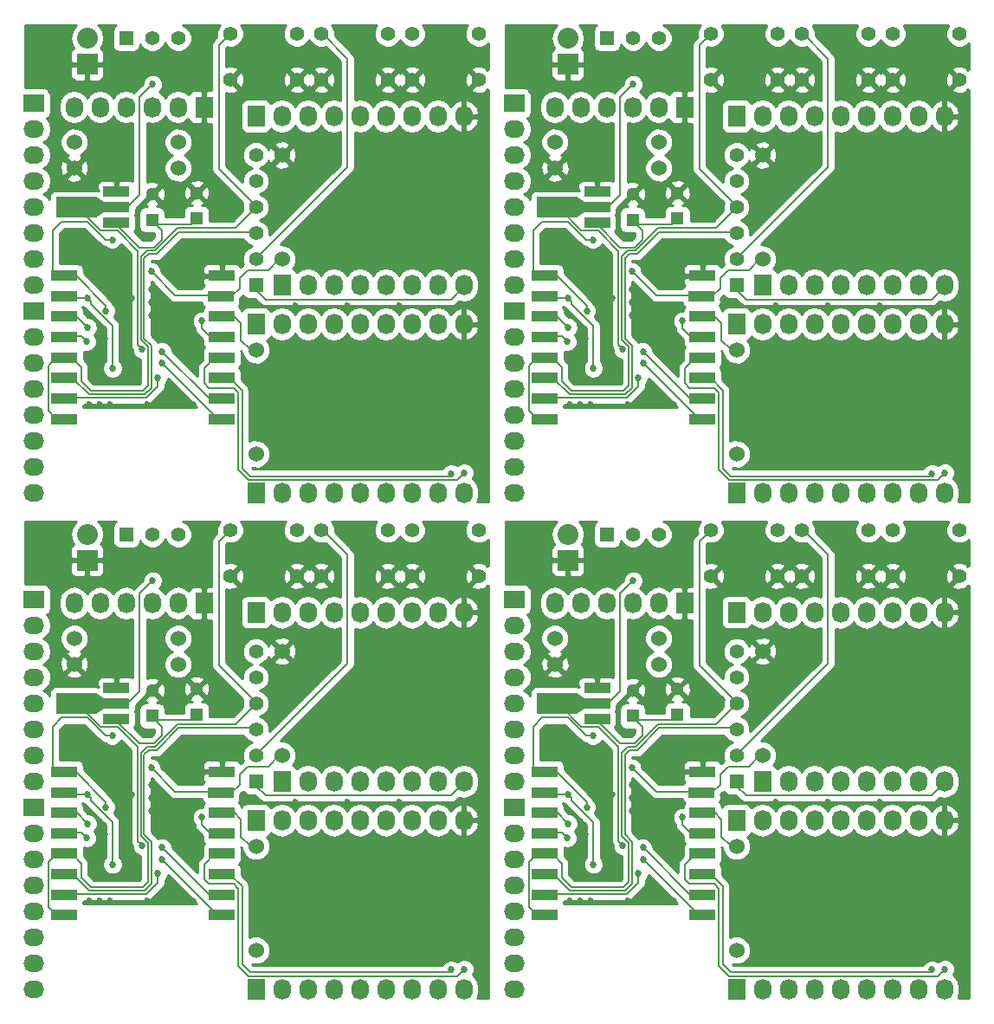
<source format=gbl>
G04 #@! TF.FileFunction,Copper,L2,Bot,Signal*
%FSLAX46Y46*%
G04 Gerber Fmt 4.6, Leading zero omitted, Abs format (unit mm)*
G04 Created by KiCad (PCBNEW 4.0.2-stable) date Thursday, August 11, 2016 'pmt' 07:15:48 pm*
%MOMM*%
G01*
G04 APERTURE LIST*
%ADD10C,0.100000*%
%ADD11R,2.501900X1.000760*%
%ADD12R,4.000500X1.998980*%
%ADD13R,2.500000X1.100000*%
%ADD14R,1.727200X2.032000*%
%ADD15O,1.727200X2.032000*%
%ADD16R,1.397000X1.397000*%
%ADD17C,1.397000*%
%ADD18R,2.032000X2.032000*%
%ADD19O,2.032000X2.032000*%
%ADD20C,1.524000*%
%ADD21R,1.300000X1.300000*%
%ADD22C,1.300000*%
%ADD23R,2.032000X1.727200*%
%ADD24O,2.032000X1.727200*%
%ADD25C,0.685800*%
%ADD26C,0.152400*%
%ADD27C,0.254000*%
G04 APERTURE END LIST*
D10*
D11*
X70522940Y-79383860D03*
X70522940Y-80885000D03*
X70522940Y-82386140D03*
D12*
X66570700Y-80885000D03*
D10*
G36*
X69294850Y-81385380D02*
X68545550Y-81885760D01*
X68545550Y-79884240D01*
X69294850Y-80384620D01*
X69294850Y-81385380D01*
X69294850Y-81385380D01*
G37*
D11*
X23522940Y-79383860D03*
X23522940Y-80885000D03*
X23522940Y-82386140D03*
D12*
X19570700Y-80885000D03*
D10*
G36*
X22294850Y-81385380D02*
X21545550Y-81885760D01*
X21545550Y-79884240D01*
X22294850Y-80384620D01*
X22294850Y-81385380D01*
X22294850Y-81385380D01*
G37*
D11*
X70522940Y-30883860D03*
X70522940Y-32385000D03*
X70522940Y-33886140D03*
D12*
X66570700Y-32385000D03*
D10*
G36*
X69294850Y-32885380D02*
X68545550Y-33385760D01*
X68545550Y-31384240D01*
X69294850Y-31884620D01*
X69294850Y-32885380D01*
X69294850Y-32885380D01*
G37*
D13*
X65426200Y-101586000D03*
X65426200Y-99586000D03*
X65426200Y-97586000D03*
X65426200Y-95586000D03*
X65426200Y-93586000D03*
X65426200Y-91586000D03*
X65426200Y-89586000D03*
X65426200Y-87586000D03*
X80826200Y-87586000D03*
X80726200Y-89586000D03*
X80826200Y-91586000D03*
X80826200Y-93586000D03*
X80826200Y-95586000D03*
X80826200Y-97586000D03*
X80826200Y-99586000D03*
X80826200Y-101586000D03*
X18426200Y-101586000D03*
X18426200Y-99586000D03*
X18426200Y-97586000D03*
X18426200Y-95586000D03*
X18426200Y-93586000D03*
X18426200Y-91586000D03*
X18426200Y-89586000D03*
X18426200Y-87586000D03*
X33826200Y-87586000D03*
X33726200Y-89586000D03*
X33826200Y-91586000D03*
X33826200Y-93586000D03*
X33826200Y-95586000D03*
X33826200Y-97586000D03*
X33826200Y-99586000D03*
X33826200Y-101586000D03*
X65426200Y-53086000D03*
X65426200Y-51086000D03*
X65426200Y-49086000D03*
X65426200Y-47086000D03*
X65426200Y-45086000D03*
X65426200Y-43086000D03*
X65426200Y-41086000D03*
X65426200Y-39086000D03*
X80826200Y-39086000D03*
X80726200Y-41086000D03*
X80826200Y-43086000D03*
X80826200Y-45086000D03*
X80826200Y-47086000D03*
X80826200Y-49086000D03*
X80826200Y-51086000D03*
X80826200Y-53086000D03*
D14*
X79080200Y-71106000D03*
D15*
X76540200Y-71106000D03*
X74000200Y-71106000D03*
X71460200Y-71106000D03*
X68920200Y-71106000D03*
X66380200Y-71106000D03*
D14*
X32080200Y-71106000D03*
D15*
X29540200Y-71106000D03*
X27000200Y-71106000D03*
X24460200Y-71106000D03*
X21920200Y-71106000D03*
X19380200Y-71106000D03*
D14*
X79080200Y-22606000D03*
D15*
X76540200Y-22606000D03*
X74000200Y-22606000D03*
X71460200Y-22606000D03*
X68920200Y-22606000D03*
X66380200Y-22606000D03*
D16*
X71485600Y-64375000D03*
D17*
X74025600Y-64375000D03*
X76565600Y-64375000D03*
D16*
X24485600Y-64375000D03*
D17*
X27025600Y-64375000D03*
X29565600Y-64375000D03*
D16*
X71485600Y-15875000D03*
D17*
X74025600Y-15875000D03*
X76565600Y-15875000D03*
D18*
X67675600Y-66915000D03*
D19*
X67675600Y-64375000D03*
D18*
X20675600Y-66915000D03*
D19*
X20675600Y-64375000D03*
D18*
X67675600Y-18415000D03*
D19*
X67675600Y-15875000D03*
D17*
X105940700Y-63939000D03*
X105940700Y-68439000D03*
X99440700Y-63939000D03*
X99440700Y-68439000D03*
X58940700Y-63939000D03*
X58940700Y-68439000D03*
X52440700Y-63939000D03*
X52440700Y-68439000D03*
X105940700Y-15439000D03*
X105940700Y-19939000D03*
X99440700Y-15439000D03*
X99440700Y-19939000D03*
X97050700Y-63939000D03*
X97050700Y-68439000D03*
X90550700Y-63939000D03*
X90550700Y-68439000D03*
X50050700Y-63939000D03*
X50050700Y-68439000D03*
X43550700Y-63939000D03*
X43550700Y-68439000D03*
X97050700Y-15439000D03*
X97050700Y-19939000D03*
X90550700Y-15439000D03*
X90550700Y-19939000D03*
D14*
X84160200Y-71995000D03*
D15*
X86700200Y-71995000D03*
X89240200Y-71995000D03*
X91780200Y-71995000D03*
X94320200Y-71995000D03*
X96860200Y-71995000D03*
X99400200Y-71995000D03*
X101940200Y-71995000D03*
X104480200Y-71995000D03*
D14*
X37160200Y-71995000D03*
D15*
X39700200Y-71995000D03*
X42240200Y-71995000D03*
X44780200Y-71995000D03*
X47320200Y-71995000D03*
X49860200Y-71995000D03*
X52400200Y-71995000D03*
X54940200Y-71995000D03*
X57480200Y-71995000D03*
D14*
X84160200Y-23495000D03*
D15*
X86700200Y-23495000D03*
X89240200Y-23495000D03*
X91780200Y-23495000D03*
X94320200Y-23495000D03*
X96860200Y-23495000D03*
X99400200Y-23495000D03*
X101940200Y-23495000D03*
X104480200Y-23495000D03*
D17*
X88160700Y-63939000D03*
X88160700Y-68439000D03*
X81660700Y-63939000D03*
X81660700Y-68439000D03*
X41160700Y-63939000D03*
X41160700Y-68439000D03*
X34660700Y-63939000D03*
X34660700Y-68439000D03*
X88160700Y-15439000D03*
X88160700Y-19939000D03*
X81660700Y-15439000D03*
X81660700Y-19939000D03*
D20*
X66405600Y-77075000D03*
X76565600Y-77075000D03*
X19405600Y-77075000D03*
X29565600Y-77075000D03*
X66405600Y-28575000D03*
X76565600Y-28575000D03*
D21*
X74000200Y-82115000D03*
D22*
X74000200Y-79615000D03*
D21*
X27000200Y-82115000D03*
D22*
X27000200Y-79615000D03*
D21*
X74000200Y-33615000D03*
D22*
X74000200Y-31115000D03*
D20*
X66405600Y-74535000D03*
X76565600Y-74535000D03*
X19405600Y-74535000D03*
X29565600Y-74535000D03*
X66405600Y-26035000D03*
X76565600Y-26035000D03*
D23*
X62468600Y-70725000D03*
D24*
X62468600Y-73265000D03*
X62468600Y-75805000D03*
X62468600Y-78345000D03*
X62468600Y-80885000D03*
X62468600Y-83425000D03*
X62468600Y-85965000D03*
X62468600Y-88505000D03*
D23*
X15468600Y-70725000D03*
D24*
X15468600Y-73265000D03*
X15468600Y-75805000D03*
X15468600Y-78345000D03*
X15468600Y-80885000D03*
X15468600Y-83425000D03*
X15468600Y-85965000D03*
X15468600Y-88505000D03*
D23*
X62468600Y-22225000D03*
D24*
X62468600Y-24765000D03*
X62468600Y-27305000D03*
X62468600Y-29845000D03*
X62468600Y-32385000D03*
X62468600Y-34925000D03*
X62468600Y-37465000D03*
X62468600Y-40005000D03*
D21*
X78369000Y-81988000D03*
D22*
X78369000Y-79488000D03*
D21*
X31369000Y-81988000D03*
D22*
X31369000Y-79488000D03*
D21*
X78369000Y-33488000D03*
D22*
X78369000Y-30988000D03*
D23*
X62468600Y-91045000D03*
D24*
X62468600Y-93585000D03*
X62468600Y-96125000D03*
X62468600Y-98665000D03*
X62468600Y-101205000D03*
X62468600Y-103745000D03*
X62468600Y-106285000D03*
X62468600Y-108825000D03*
D23*
X15468600Y-91045000D03*
D24*
X15468600Y-93585000D03*
X15468600Y-96125000D03*
X15468600Y-98665000D03*
X15468600Y-101205000D03*
X15468600Y-103745000D03*
X15468600Y-106285000D03*
X15468600Y-108825000D03*
D23*
X62468600Y-42545000D03*
D24*
X62468600Y-45085000D03*
X62468600Y-47625000D03*
X62468600Y-50165000D03*
X62468600Y-52705000D03*
X62468600Y-55245000D03*
X62468600Y-57785000D03*
X62468600Y-60325000D03*
D14*
X84160200Y-108825000D03*
D15*
X86700200Y-108825000D03*
X89240200Y-108825000D03*
X91780200Y-108825000D03*
X94320200Y-108825000D03*
X96860200Y-108825000D03*
X99400200Y-108825000D03*
X101940200Y-108825000D03*
X104480200Y-108825000D03*
D14*
X37160200Y-108825000D03*
D15*
X39700200Y-108825000D03*
X42240200Y-108825000D03*
X44780200Y-108825000D03*
X47320200Y-108825000D03*
X49860200Y-108825000D03*
X52400200Y-108825000D03*
X54940200Y-108825000D03*
X57480200Y-108825000D03*
D14*
X84160200Y-60325000D03*
D15*
X86700200Y-60325000D03*
X89240200Y-60325000D03*
X91780200Y-60325000D03*
X94320200Y-60325000D03*
X96860200Y-60325000D03*
X99400200Y-60325000D03*
X101940200Y-60325000D03*
X104480200Y-60325000D03*
D20*
X84160200Y-94855000D03*
X84160200Y-105015000D03*
X37160200Y-94855000D03*
X37160200Y-105015000D03*
X84160200Y-46355000D03*
X84160200Y-56515000D03*
D14*
X86700200Y-88505000D03*
D15*
X89240200Y-88505000D03*
X91780200Y-88505000D03*
X94320200Y-88505000D03*
X96860200Y-88505000D03*
X99400200Y-88505000D03*
X101940200Y-88505000D03*
X104480200Y-88505000D03*
D14*
X39700200Y-88505000D03*
D15*
X42240200Y-88505000D03*
X44780200Y-88505000D03*
X47320200Y-88505000D03*
X49860200Y-88505000D03*
X52400200Y-88505000D03*
X54940200Y-88505000D03*
X57480200Y-88505000D03*
D14*
X86700200Y-40005000D03*
D15*
X89240200Y-40005000D03*
X91780200Y-40005000D03*
X94320200Y-40005000D03*
X96860200Y-40005000D03*
X99400200Y-40005000D03*
X101940200Y-40005000D03*
X104480200Y-40005000D03*
D20*
X86700200Y-85965000D03*
X86700200Y-75805000D03*
X39700200Y-85965000D03*
X39700200Y-75805000D03*
X86700200Y-37465000D03*
X86700200Y-27305000D03*
D14*
X84160200Y-92315000D03*
D15*
X86700200Y-92315000D03*
X89240200Y-92315000D03*
X91780200Y-92315000D03*
X94320200Y-92315000D03*
X96860200Y-92315000D03*
X99400200Y-92315000D03*
X101940200Y-92315000D03*
X104480200Y-92315000D03*
D14*
X37160200Y-92315000D03*
D15*
X39700200Y-92315000D03*
X42240200Y-92315000D03*
X44780200Y-92315000D03*
X47320200Y-92315000D03*
X49860200Y-92315000D03*
X52400200Y-92315000D03*
X54940200Y-92315000D03*
X57480200Y-92315000D03*
D14*
X84160200Y-43815000D03*
D15*
X86700200Y-43815000D03*
X89240200Y-43815000D03*
X91780200Y-43815000D03*
X94320200Y-43815000D03*
X96860200Y-43815000D03*
X99400200Y-43815000D03*
X101940200Y-43815000D03*
X104480200Y-43815000D03*
D16*
X84160200Y-88505000D03*
D17*
X84160200Y-85965000D03*
X84160200Y-83425000D03*
X84160200Y-80885000D03*
X84160200Y-78345000D03*
X84160200Y-75805000D03*
D16*
X37160200Y-88505000D03*
D17*
X37160200Y-85965000D03*
X37160200Y-83425000D03*
X37160200Y-80885000D03*
X37160200Y-78345000D03*
X37160200Y-75805000D03*
D16*
X84160200Y-40005000D03*
D17*
X84160200Y-37465000D03*
X84160200Y-34925000D03*
X84160200Y-32385000D03*
X84160200Y-29845000D03*
X84160200Y-27305000D03*
X58940700Y-15439000D03*
X58940700Y-19939000D03*
X52440700Y-15439000D03*
X52440700Y-19939000D03*
X50050700Y-15439000D03*
X50050700Y-19939000D03*
X43550700Y-15439000D03*
X43550700Y-19939000D03*
D11*
X23522940Y-30883860D03*
X23522940Y-32385000D03*
X23522940Y-33886140D03*
D12*
X19570700Y-32385000D03*
D10*
G36*
X22294850Y-32885380D02*
X21545550Y-33385760D01*
X21545550Y-31384240D01*
X22294850Y-31884620D01*
X22294850Y-32885380D01*
X22294850Y-32885380D01*
G37*
D16*
X24485600Y-15875000D03*
D17*
X27025600Y-15875000D03*
X29565600Y-15875000D03*
D16*
X37160200Y-40005000D03*
D17*
X37160200Y-37465000D03*
X37160200Y-34925000D03*
X37160200Y-32385000D03*
X37160200Y-29845000D03*
X37160200Y-27305000D03*
D20*
X19405600Y-26035000D03*
X29565600Y-26035000D03*
X37160200Y-46355000D03*
X37160200Y-56515000D03*
D14*
X37160200Y-60325000D03*
D15*
X39700200Y-60325000D03*
X42240200Y-60325000D03*
X44780200Y-60325000D03*
X47320200Y-60325000D03*
X49860200Y-60325000D03*
X52400200Y-60325000D03*
X54940200Y-60325000D03*
X57480200Y-60325000D03*
D14*
X37160200Y-43815000D03*
D15*
X39700200Y-43815000D03*
X42240200Y-43815000D03*
X44780200Y-43815000D03*
X47320200Y-43815000D03*
X49860200Y-43815000D03*
X52400200Y-43815000D03*
X54940200Y-43815000D03*
X57480200Y-43815000D03*
D14*
X39700200Y-40005000D03*
D15*
X42240200Y-40005000D03*
X44780200Y-40005000D03*
X47320200Y-40005000D03*
X49860200Y-40005000D03*
X52400200Y-40005000D03*
X54940200Y-40005000D03*
X57480200Y-40005000D03*
D14*
X37160200Y-23495000D03*
D15*
X39700200Y-23495000D03*
X42240200Y-23495000D03*
X44780200Y-23495000D03*
X47320200Y-23495000D03*
X49860200Y-23495000D03*
X52400200Y-23495000D03*
X54940200Y-23495000D03*
X57480200Y-23495000D03*
D23*
X15468600Y-42545000D03*
D24*
X15468600Y-45085000D03*
X15468600Y-47625000D03*
X15468600Y-50165000D03*
X15468600Y-52705000D03*
X15468600Y-55245000D03*
X15468600Y-57785000D03*
X15468600Y-60325000D03*
D23*
X15468600Y-22225000D03*
D24*
X15468600Y-24765000D03*
X15468600Y-27305000D03*
X15468600Y-29845000D03*
X15468600Y-32385000D03*
X15468600Y-34925000D03*
X15468600Y-37465000D03*
X15468600Y-40005000D03*
D20*
X39700200Y-37465000D03*
X39700200Y-27305000D03*
D14*
X32080200Y-22606000D03*
D15*
X29540200Y-22606000D03*
X27000200Y-22606000D03*
X24460200Y-22606000D03*
X21920200Y-22606000D03*
X19380200Y-22606000D03*
D20*
X19405600Y-28575000D03*
X29565600Y-28575000D03*
D21*
X27000200Y-33615000D03*
D22*
X27000200Y-31115000D03*
D17*
X41160700Y-15439000D03*
X41160700Y-19939000D03*
X34660700Y-15439000D03*
X34660700Y-19939000D03*
D21*
X31369000Y-33488000D03*
D22*
X31369000Y-30988000D03*
D13*
X18426200Y-53086000D03*
X18426200Y-51086000D03*
X18426200Y-49086000D03*
X18426200Y-47086000D03*
X18426200Y-45086000D03*
X18426200Y-43086000D03*
X18426200Y-41086000D03*
X18426200Y-39086000D03*
X33826200Y-39086000D03*
X33726200Y-41086000D03*
X33826200Y-43086000D03*
X33826200Y-45086000D03*
X33826200Y-47086000D03*
X33826200Y-49086000D03*
X33826200Y-51086000D03*
X33826200Y-53086000D03*
D18*
X20675600Y-18415000D03*
D19*
X20675600Y-15875000D03*
D25*
X80527998Y-84441000D03*
X33527998Y-84441000D03*
X80527998Y-35941000D03*
X82814000Y-89902000D03*
X35814000Y-89902000D03*
X82814000Y-41402000D03*
X88021000Y-90537000D03*
X41021000Y-90537000D03*
X88021000Y-42037000D03*
X87640000Y-84187002D03*
X40640000Y-84187002D03*
X87640000Y-35687002D03*
X82179000Y-84441000D03*
X35179000Y-84441000D03*
X82179000Y-35941000D03*
X76591000Y-88378000D03*
X29591000Y-88378000D03*
X76591000Y-39878000D03*
X76591000Y-92569000D03*
X29591000Y-92569000D03*
X76591000Y-44069000D03*
X78115000Y-90791000D03*
X31115000Y-90791000D03*
X78115000Y-42291000D03*
X76591000Y-90791000D03*
X29591000Y-90791000D03*
X76591000Y-42291000D03*
X76591000Y-85076000D03*
X29591000Y-85076000D03*
X76591000Y-36576000D03*
X76591004Y-86727000D03*
X29591004Y-86727000D03*
X76591004Y-38227000D03*
X77861000Y-86727002D03*
X30861000Y-86727002D03*
X77861000Y-38227002D03*
X77861000Y-85076000D03*
X30861000Y-85076000D03*
X77861000Y-36576000D03*
X77861000Y-88378000D03*
X30861000Y-88378000D03*
X77861000Y-39878000D03*
X73924000Y-91426000D03*
X26924000Y-91426000D03*
X73924000Y-42926000D03*
X73924000Y-90156002D03*
X26924000Y-90156002D03*
X73924000Y-41656002D03*
X72019000Y-89775000D03*
X25019000Y-89775000D03*
X72019000Y-41275000D03*
X73924008Y-88886000D03*
X26924008Y-88886000D03*
X73924008Y-40386000D03*
X92212000Y-100316000D03*
X45212000Y-100316000D03*
X92212000Y-51816000D03*
X92212000Y-102475000D03*
X45212000Y-102475000D03*
X92212000Y-53975000D03*
X94879000Y-102475000D03*
X47879000Y-102475000D03*
X94879000Y-53975000D03*
X94879000Y-100316002D03*
X47879000Y-100316002D03*
X94879000Y-51816002D03*
X94879000Y-98157000D03*
X47879000Y-98157000D03*
X94879000Y-49657000D03*
X104403998Y-90537000D03*
X57403998Y-90537000D03*
X104403998Y-42037000D03*
X103261000Y-98157000D03*
X56261000Y-98157000D03*
X103261000Y-49657000D03*
X99959000Y-98157000D03*
X52959000Y-98157000D03*
X99959000Y-49657000D03*
X98181000Y-90537000D03*
X51181000Y-90537000D03*
X98181000Y-42037000D03*
X105166002Y-98157000D03*
X58166002Y-98157000D03*
X105166002Y-49657000D03*
X100975000Y-102475000D03*
X53975000Y-102475000D03*
X100975000Y-53975000D03*
X103260998Y-102475000D03*
X56260998Y-102475000D03*
X103260998Y-53975000D03*
X103261000Y-100316000D03*
X56261000Y-100316000D03*
X103261000Y-51816000D03*
X97546000Y-100316000D03*
X50546000Y-100316000D03*
X97546000Y-51816000D03*
X97546000Y-102475000D03*
X50546000Y-102475000D03*
X97546000Y-53975000D03*
X105166000Y-100316000D03*
X58166000Y-100316000D03*
X105166000Y-51816000D03*
X86370000Y-100316000D03*
X39370000Y-100316000D03*
X86370000Y-51816000D03*
X86370000Y-102475000D03*
X39370000Y-102475000D03*
X86370000Y-53975000D03*
X86370000Y-104634000D03*
X39370000Y-104634000D03*
X86370000Y-56134000D03*
X89291000Y-100316000D03*
X42291000Y-100316000D03*
X89291000Y-51816000D03*
X89291000Y-102475000D03*
X42291000Y-102475000D03*
X89291000Y-53975000D03*
X97546000Y-98157000D03*
X50546000Y-98157000D03*
X97546000Y-49657000D03*
X93101000Y-90537000D03*
X46101000Y-90537000D03*
X93101000Y-42037000D03*
X89291000Y-98157000D03*
X42291000Y-98157000D03*
X89291000Y-49657000D03*
X92212000Y-98157000D03*
X45212000Y-98157000D03*
X92212000Y-49657000D03*
X86370000Y-95871000D03*
X39370000Y-95871000D03*
X86370000Y-47371000D03*
X84465000Y-97141000D03*
X37465000Y-97141000D03*
X84465000Y-48641000D03*
X86370000Y-98157000D03*
X39370000Y-98157000D03*
X86370000Y-49657000D03*
X101737000Y-78091000D03*
X54737000Y-78091000D03*
X101737000Y-29591000D03*
X101737000Y-82155000D03*
X54737000Y-82155000D03*
X101737000Y-33655000D03*
X97546000Y-82155000D03*
X50546000Y-82155000D03*
X97546000Y-33655000D03*
X97546000Y-79996000D03*
X50546000Y-79996000D03*
X97546000Y-31496000D03*
X97546000Y-78091000D03*
X50546000Y-78091000D03*
X97546000Y-29591000D03*
X101737000Y-79996000D03*
X54737000Y-79996000D03*
X101737000Y-31496000D03*
X106435998Y-73519000D03*
X59435998Y-73519000D03*
X106435998Y-25019000D03*
X103261000Y-73519000D03*
X56261000Y-73519000D03*
X103261000Y-25019000D03*
X105801000Y-78091000D03*
X58801000Y-78091000D03*
X105801000Y-29591000D03*
X103769000Y-78091000D03*
X56769000Y-78091000D03*
X103769000Y-29591000D03*
X105801000Y-82155000D03*
X58801000Y-82155000D03*
X105801000Y-33655000D03*
X105801000Y-79996000D03*
X58801000Y-79996000D03*
X105801000Y-31496000D03*
X103769000Y-82155000D03*
X56769000Y-82155000D03*
X103769000Y-33655000D03*
X103769000Y-79996000D03*
X56769000Y-79996000D03*
X103769000Y-31496000D03*
X101737000Y-69582002D03*
X54737000Y-69582002D03*
X101737000Y-21082002D03*
X103769000Y-69582000D03*
X56769000Y-69582000D03*
X103769000Y-21082000D03*
X106436000Y-71994994D03*
X59436000Y-71994994D03*
X106436000Y-23494994D03*
X106435998Y-70471000D03*
X59435998Y-70471000D03*
X106435998Y-21971000D03*
X103769000Y-64121000D03*
X56769000Y-64121000D03*
X103769000Y-15621000D03*
X103769000Y-65899000D03*
X56769000Y-65899000D03*
X103769000Y-17399000D03*
X101737000Y-65899000D03*
X54737000Y-65899000D03*
X101737000Y-17399000D03*
X103769000Y-67677000D03*
X56769000Y-67677000D03*
X103769000Y-19177000D03*
X105801004Y-65899000D03*
X58801004Y-65899000D03*
X105801004Y-17399000D03*
X101737000Y-67677000D03*
X54737000Y-67677000D03*
X101737000Y-19177000D03*
X101737000Y-64121000D03*
X54737000Y-64121000D03*
X101737000Y-15621000D03*
X99705000Y-65899000D03*
X52705000Y-65899000D03*
X99705000Y-17399000D03*
X98308004Y-67042000D03*
X51308004Y-67042000D03*
X98308004Y-18542000D03*
X98308000Y-70090000D03*
X51308000Y-70090000D03*
X98308000Y-21590000D03*
X91069000Y-77583000D03*
X44069000Y-77583000D03*
X91069000Y-29083000D03*
X95387000Y-82155000D03*
X48387000Y-82155000D03*
X95387000Y-33655000D03*
X95387000Y-79996000D03*
X48387000Y-79996000D03*
X95387000Y-31496000D03*
X92974000Y-82155000D03*
X45974000Y-82155000D03*
X92974000Y-33655000D03*
X92974000Y-79996000D03*
X45974000Y-79996000D03*
X92974000Y-31496000D03*
X90561000Y-82155000D03*
X43561000Y-82155000D03*
X90561000Y-33655000D03*
X95387000Y-78091000D03*
X48387000Y-78091000D03*
X95387000Y-29591000D03*
X94371000Y-69836000D03*
X47371000Y-69836000D03*
X94371000Y-21336000D03*
X92847000Y-64121000D03*
X45847000Y-64121000D03*
X92847000Y-15621000D03*
X94879000Y-66026000D03*
X47879000Y-66026000D03*
X94879000Y-17526000D03*
X94879000Y-64121000D03*
X47879000Y-64121000D03*
X94879000Y-15621000D03*
X90561000Y-66026000D03*
X43561000Y-66026000D03*
X90561000Y-17526000D03*
X94371000Y-67931000D03*
X47371000Y-67931000D03*
X94371000Y-19431000D03*
X91831000Y-69836000D03*
X44831000Y-69836000D03*
X91831000Y-21336000D03*
X81925000Y-70725000D03*
X34925000Y-70725000D03*
X81925000Y-22225000D03*
X89291000Y-69836000D03*
X42291000Y-69836000D03*
X89291000Y-21336000D03*
X81925000Y-72630000D03*
X34925000Y-72630000D03*
X81925000Y-24130000D03*
X84084000Y-74027000D03*
X37084000Y-74027000D03*
X84084000Y-25527000D03*
X86242992Y-69709000D03*
X39242992Y-69709000D03*
X86242992Y-21209000D03*
X84084000Y-69709002D03*
X37084000Y-69709002D03*
X84084000Y-21209002D03*
X80528000Y-79615000D03*
X33528000Y-79615000D03*
X80528000Y-31115000D03*
X81925000Y-80630998D03*
X34925000Y-80630998D03*
X81925000Y-32130998D03*
X80528000Y-81520000D03*
X33528000Y-81520000D03*
X80528000Y-33020000D03*
X76591002Y-79107000D03*
X29591002Y-79107000D03*
X76591002Y-30607000D03*
X76591004Y-80885000D03*
X29591004Y-80885000D03*
X76591004Y-32385000D03*
X85735002Y-77583000D03*
X38735002Y-77583000D03*
X85735002Y-29083000D03*
X89290996Y-77583000D03*
X42290996Y-77583000D03*
X89290996Y-29083000D03*
X87513000Y-79234000D03*
X40513000Y-79234000D03*
X87513000Y-30734000D03*
X87386000Y-80885000D03*
X40386000Y-80885000D03*
X87386000Y-32385000D03*
X85735000Y-79487996D03*
X38735000Y-79487996D03*
X85735000Y-30987996D03*
X85862000Y-82282000D03*
X38862000Y-82282000D03*
X85862000Y-33782000D03*
X89291000Y-79234000D03*
X42291000Y-79234000D03*
X89291000Y-30734000D03*
X87513000Y-77583002D03*
X40513000Y-77583002D03*
X87513000Y-29083002D03*
X77480000Y-69201000D03*
X30480000Y-69201000D03*
X77480000Y-20701000D03*
X79004000Y-68312000D03*
X32004000Y-68312000D03*
X79004000Y-19812000D03*
X79004000Y-63740000D03*
X32004000Y-63740000D03*
X79004000Y-15240000D03*
X79004000Y-65264000D03*
X32004000Y-65264000D03*
X79004000Y-16764000D03*
X79003992Y-66788000D03*
X32003992Y-66788000D03*
X79003992Y-18288000D03*
X86243000Y-64121004D03*
X39243000Y-64121004D03*
X86243000Y-15621004D03*
X84084000Y-66026000D03*
X37084000Y-66026000D03*
X84084000Y-17526000D03*
X84083998Y-67931000D03*
X37083998Y-67931000D03*
X84083998Y-19431000D03*
X84083996Y-64121000D03*
X37083996Y-64121000D03*
X84083996Y-15621000D03*
X86243002Y-66026000D03*
X39243002Y-66026000D03*
X86243002Y-17526000D03*
X86243000Y-67931004D03*
X39243000Y-67931004D03*
X86243000Y-19431004D03*
X82052000Y-66026000D03*
X35052000Y-66026000D03*
X82052000Y-17526000D03*
X88402012Y-66026000D03*
X41402012Y-66026000D03*
X88402012Y-17526000D03*
X73924002Y-77837000D03*
X26924002Y-77837000D03*
X73924002Y-29337000D03*
X75194000Y-73011000D03*
X28194000Y-73011000D03*
X75194000Y-24511000D03*
X79004000Y-73900000D03*
X32004000Y-73900000D03*
X79004000Y-25400000D03*
X79004000Y-77583000D03*
X32004000Y-77583000D03*
X79004000Y-29083000D03*
X81925000Y-76694000D03*
X34925000Y-76694000D03*
X81925000Y-28194000D03*
X77480004Y-73011000D03*
X30480004Y-73011000D03*
X77480004Y-24511000D03*
X81925000Y-74534996D03*
X34925000Y-74534996D03*
X81925000Y-26034996D03*
X79004000Y-75678000D03*
X32004000Y-75678000D03*
X79004000Y-27178000D03*
X68336000Y-75169996D03*
X21336000Y-75169996D03*
X68336000Y-26669996D03*
X71511000Y-77075000D03*
X24511000Y-77075000D03*
X71511000Y-28575000D03*
X69860002Y-77075000D03*
X22860002Y-77075000D03*
X69860002Y-28575000D03*
X69860000Y-73392000D03*
X22860000Y-73392000D03*
X69860000Y-24892000D03*
X71511000Y-75170000D03*
X24511000Y-75170000D03*
X71511000Y-26670000D03*
X69860000Y-75170000D03*
X22860000Y-75170000D03*
X69860000Y-26670000D03*
X68336002Y-77075000D03*
X21336002Y-77075000D03*
X68336002Y-28575000D03*
X68336000Y-78853000D03*
X21336000Y-78853000D03*
X68336000Y-30353000D03*
X62113000Y-66788000D03*
X15113000Y-66788000D03*
X62113000Y-18288000D03*
X62112996Y-68566000D03*
X15112996Y-68566000D03*
X62112996Y-20066000D03*
X63891000Y-68566000D03*
X16891000Y-68566000D03*
X63891000Y-20066000D03*
X64653000Y-70343994D03*
X17653000Y-70343994D03*
X64653000Y-21843994D03*
X63891000Y-66788000D03*
X16891000Y-66788000D03*
X63891000Y-18288000D03*
X62113000Y-63613000D03*
X15113000Y-63613000D03*
X62113000Y-15113000D03*
X62113004Y-65264000D03*
X15113004Y-65264000D03*
X62113004Y-16764000D03*
X65669000Y-65264000D03*
X18669000Y-65264000D03*
X65669000Y-16764000D03*
X63891000Y-63613000D03*
X16891000Y-63613000D03*
X63891000Y-15113000D03*
X65669002Y-63613000D03*
X18669002Y-63613000D03*
X65669002Y-15113000D03*
X63891000Y-65264000D03*
X16891000Y-65264000D03*
X63891000Y-16764000D03*
X65669000Y-66788000D03*
X18669000Y-66788000D03*
X65669000Y-18288000D03*
X69733000Y-65518000D03*
X22733000Y-65518000D03*
X69733000Y-17018000D03*
X65669000Y-68566000D03*
X18669000Y-68566000D03*
X65669000Y-20066000D03*
X69733000Y-67931000D03*
X22733000Y-67931000D03*
X69733000Y-19431000D03*
X69733000Y-66788000D03*
X22733000Y-66788000D03*
X69733000Y-18288000D03*
X67320000Y-69074000D03*
X20320000Y-69074000D03*
X67320000Y-20574000D03*
X67828000Y-100189000D03*
X20828000Y-100189000D03*
X67828000Y-51689000D03*
X69860000Y-100189000D03*
X22860000Y-100189000D03*
X69860000Y-51689000D03*
X74813000Y-100189000D03*
X27813000Y-100189000D03*
X74813000Y-51689000D03*
X68844000Y-100189000D03*
X21844000Y-100189000D03*
X68844000Y-51689000D03*
X77988016Y-100189000D03*
X30988016Y-100189000D03*
X77988016Y-51689000D03*
X73543012Y-100189000D03*
X26543012Y-100189000D03*
X73543012Y-51689000D03*
X67828002Y-84060000D03*
X20828002Y-84060000D03*
X67828002Y-35560000D03*
X68971000Y-85203000D03*
X21971000Y-85203000D03*
X68971000Y-36703000D03*
X67828000Y-86345994D03*
X20828000Y-86345994D03*
X67828000Y-37845994D03*
X78115000Y-94474000D03*
X31115000Y-94474000D03*
X78115000Y-45974000D03*
X78115000Y-96252000D03*
X31115000Y-96252000D03*
X78115000Y-47752000D03*
X76591000Y-94474000D03*
X29591000Y-94474000D03*
X76591000Y-45974000D03*
X69606001Y-89267000D03*
X22606001Y-89267000D03*
X69606001Y-40767000D03*
X69733000Y-87997000D03*
X22733000Y-87997000D03*
X69733000Y-39497000D03*
X70749000Y-89775000D03*
X23749000Y-89775000D03*
X70749000Y-41275000D03*
X69352000Y-93711998D03*
X22352000Y-93711998D03*
X69352000Y-45211998D03*
X68970996Y-97903000D03*
X21970996Y-97903000D03*
X68970996Y-49403000D03*
X67828000Y-95617004D03*
X20828000Y-95617004D03*
X67828000Y-47117004D03*
X68208992Y-96887000D03*
X21208992Y-96887000D03*
X68208992Y-48387000D03*
X68844004Y-92442000D03*
X21844004Y-92442000D03*
X68844004Y-43942000D03*
X30480000Y-20701000D03*
X30988016Y-51689000D03*
X15113000Y-15113000D03*
X15113000Y-18288000D03*
X18669002Y-15113000D03*
X47371000Y-21336000D03*
X47371000Y-19431000D03*
X15113004Y-16764000D03*
X18669000Y-18288000D03*
X18669000Y-16764000D03*
X16891000Y-16764000D03*
X16891000Y-18288000D03*
X16891000Y-20066000D03*
X16891000Y-15113000D03*
X15112996Y-20066000D03*
X18669000Y-20066000D03*
X20320000Y-20574000D03*
X17653000Y-21843994D03*
X20828000Y-51689000D03*
X26924000Y-42926000D03*
X26924008Y-40386000D03*
X26924000Y-41656002D03*
X25019000Y-41275000D03*
X23749000Y-41275000D03*
X21844000Y-51689000D03*
X22860000Y-51689000D03*
X26543012Y-51689000D03*
X27813000Y-51689000D03*
X26924002Y-29337000D03*
X32004000Y-19812000D03*
X32003992Y-18288000D03*
X32004000Y-16764000D03*
X32004000Y-15240000D03*
X34925000Y-22225000D03*
X34925000Y-28194000D03*
X37084000Y-25527000D03*
X34925000Y-26034996D03*
X34925000Y-24130000D03*
X39243000Y-15621004D03*
X37083996Y-15621000D03*
X39243000Y-19431004D03*
X37083998Y-19431000D03*
X39242992Y-21209000D03*
X37084000Y-21209002D03*
X37084000Y-17526000D03*
X39243002Y-17526000D03*
X35052000Y-17526000D03*
X41402012Y-17526000D03*
X43561000Y-17526000D03*
X30480004Y-24511000D03*
X28194000Y-24511000D03*
X32004000Y-25400000D03*
X32004000Y-29083000D03*
X32004000Y-27178000D03*
X33527998Y-35941000D03*
X35179000Y-35941000D03*
X33528000Y-31115000D03*
X34925000Y-32130998D03*
X33528000Y-33020000D03*
X29591002Y-30607000D03*
X29591004Y-32385000D03*
X21336000Y-26669996D03*
X22860000Y-26670000D03*
X24511000Y-26670000D03*
X24511000Y-28575000D03*
X22860002Y-28575000D03*
X21336002Y-28575000D03*
X21336000Y-30353000D03*
X22860000Y-24892000D03*
X20828002Y-35560000D03*
X20828000Y-37845994D03*
X21971000Y-36703000D03*
X29591000Y-36576000D03*
X30861000Y-36576000D03*
X30861000Y-38227002D03*
X29591004Y-38227000D03*
X29591000Y-39878000D03*
X30861000Y-39878000D03*
X29591000Y-42291000D03*
X38735002Y-29083000D03*
X40513000Y-29083002D03*
X42290996Y-29083000D03*
X44069000Y-29083000D03*
X42291000Y-30734000D03*
X40386000Y-32385000D03*
X40513000Y-30734000D03*
X38735000Y-30987996D03*
X38862000Y-33782000D03*
X45847000Y-15621000D03*
X47879000Y-17526000D03*
X47879000Y-15621000D03*
X56769000Y-15621000D03*
X56769000Y-17399000D03*
X54737000Y-17399000D03*
X54737000Y-15621000D03*
X52705000Y-17399000D03*
X54737000Y-19177000D03*
X56769000Y-19177000D03*
X58801004Y-17399000D03*
X54737000Y-21082002D03*
X56769000Y-21082000D03*
X59436000Y-23494994D03*
X42291000Y-21336000D03*
X44831000Y-21336000D03*
X51308000Y-21590000D03*
X51308004Y-18542000D03*
X59435998Y-25019000D03*
X59435998Y-21971000D03*
X56261000Y-25019000D03*
X58801000Y-29591000D03*
X56769000Y-29591000D03*
X54737000Y-29591000D03*
X54737000Y-31496000D03*
X56769000Y-31496000D03*
X58801000Y-31496000D03*
X58801000Y-33655000D03*
X56769000Y-33655000D03*
X54737000Y-33655000D03*
X50546000Y-33655000D03*
X50546000Y-31496000D03*
X50546000Y-29591000D03*
X48387000Y-29591000D03*
X48387000Y-31496000D03*
X48387000Y-33655000D03*
X45974000Y-33655000D03*
X45974000Y-31496000D03*
X43561000Y-33655000D03*
X40640000Y-35687002D03*
X57403998Y-42037000D03*
X58166002Y-49657000D03*
X56261000Y-49657000D03*
X56260998Y-53975000D03*
X56261000Y-51816000D03*
X58166000Y-51816000D03*
X50546000Y-49657000D03*
X47879000Y-49657000D03*
X45212000Y-49657000D03*
X42291000Y-49657000D03*
X39370000Y-49657000D03*
X39370000Y-47371000D03*
X37465000Y-48641000D03*
X39370000Y-51816000D03*
X47879000Y-53975000D03*
X45212000Y-53975000D03*
X42291000Y-53975000D03*
X39370000Y-53975000D03*
X39370000Y-56134000D03*
X42291000Y-51816000D03*
X45212000Y-51816000D03*
X47879000Y-51816002D03*
X50546000Y-51816000D03*
X50546000Y-53975000D03*
X52959000Y-49657000D03*
X53975000Y-53975000D03*
X29591000Y-45974000D03*
X31115000Y-45974000D03*
X31115000Y-47752000D03*
X31115000Y-42291000D03*
X29591000Y-44069000D03*
X22606001Y-40767000D03*
X22352000Y-45211998D03*
X21844004Y-43942000D03*
X22733000Y-39497000D03*
X21208992Y-48387000D03*
X20828000Y-47117004D03*
X21970996Y-49403000D03*
X35814000Y-41402000D03*
X41021000Y-42037000D03*
X51181000Y-42037000D03*
X46101000Y-42037000D03*
X22733000Y-18288000D03*
X22733000Y-17018000D03*
X22733000Y-19431000D03*
X74559000Y-97522000D03*
X27559000Y-97522000D03*
X74559000Y-49022000D03*
X27559000Y-49022000D03*
X70113996Y-84060000D03*
X23113996Y-84060000D03*
X70113996Y-35560000D03*
X69502122Y-91021884D03*
X22502122Y-91021884D03*
X69502122Y-42521884D03*
X23113996Y-35560000D03*
X22502122Y-42521884D03*
X75003488Y-94982000D03*
X28003488Y-94982000D03*
X75003488Y-46482000D03*
X28003488Y-46482000D03*
X75003490Y-96125000D03*
X28003490Y-96125000D03*
X75003490Y-47625000D03*
X28003490Y-47625000D03*
X74051000Y-68883500D03*
X27051000Y-68883500D03*
X74051000Y-20383500D03*
X73035000Y-94791500D03*
X26035000Y-94791500D03*
X73035000Y-46291500D03*
X27051000Y-20383500D03*
X26035000Y-46291500D03*
X73924008Y-87171500D03*
X26924008Y-87171500D03*
X73924008Y-38671500D03*
X26924008Y-38671500D03*
X78877000Y-91997500D03*
X31877000Y-91997500D03*
X78877000Y-43497500D03*
X31877000Y-43497500D03*
X67701000Y-89775000D03*
X20701000Y-89775000D03*
X67701000Y-41275000D03*
X70143478Y-96633010D03*
X23143478Y-96633010D03*
X70143478Y-48133010D03*
X23143478Y-48133010D03*
X20701000Y-41275000D03*
X67701002Y-92632500D03*
X20701002Y-92632500D03*
X67701002Y-44132500D03*
X20701002Y-44132500D03*
X67610848Y-94046848D03*
X20610848Y-94046848D03*
X67610848Y-45546848D03*
X20610848Y-45546848D03*
X103261000Y-106920000D03*
X56261000Y-106920000D03*
X103261000Y-58420000D03*
X56261000Y-58420000D03*
X104531000Y-106856500D03*
X57531000Y-106856500D03*
X104531000Y-58356500D03*
X57531000Y-58356500D03*
D26*
X80185099Y-84783899D02*
X80527998Y-84441000D01*
X33185099Y-84783899D02*
X33527998Y-84441000D01*
X80185099Y-36283899D02*
X80527998Y-35941000D01*
X81290000Y-84441000D02*
X82179000Y-84441000D01*
X34290000Y-84441000D02*
X35179000Y-84441000D01*
X81290000Y-35941000D02*
X82179000Y-35941000D01*
X76718000Y-85076000D02*
X77861000Y-85076000D01*
X29718000Y-85076000D02*
X30861000Y-85076000D01*
X76718000Y-36576000D02*
X77861000Y-36576000D01*
X76591000Y-85076000D02*
X77861000Y-85076000D01*
X29591000Y-85076000D02*
X30861000Y-85076000D01*
X76591000Y-36576000D02*
X77861000Y-36576000D01*
X78719998Y-87586000D02*
X77861000Y-86727002D01*
X31719998Y-87586000D02*
X30861000Y-86727002D01*
X78719998Y-39086000D02*
X77861000Y-38227002D01*
X76591004Y-86727000D02*
X76591004Y-88377996D01*
X29591004Y-86727000D02*
X29591004Y-88377996D01*
X76591004Y-38227000D02*
X76591004Y-39877996D01*
X76718000Y-86853996D02*
X76591000Y-86980996D01*
X29718000Y-86853996D02*
X29591000Y-86980996D01*
X76718000Y-38353996D02*
X76591000Y-38480996D01*
X78653000Y-87586000D02*
X77861000Y-88378000D01*
X31653000Y-87586000D02*
X30861000Y-88378000D01*
X78653000Y-39086000D02*
X77861000Y-39878000D01*
X76591000Y-86980996D02*
X76591000Y-88378000D01*
X29591000Y-86980996D02*
X29591000Y-88378000D01*
X76591000Y-38480996D02*
X76591000Y-39878000D01*
X76591004Y-88377996D02*
X76591000Y-88378000D01*
X29591004Y-88377996D02*
X29591000Y-88378000D01*
X76591004Y-39877996D02*
X76591000Y-39878000D01*
X80210500Y-87489000D02*
X80782000Y-87489000D01*
X33210500Y-87489000D02*
X33782000Y-87489000D01*
X80210500Y-38989000D02*
X80782000Y-38989000D01*
X80177000Y-87522500D02*
X80210500Y-87489000D01*
X33177000Y-87522500D02*
X33210500Y-87489000D01*
X80177000Y-39022500D02*
X80210500Y-38989000D01*
X80126200Y-87586000D02*
X78750000Y-87586000D01*
X33126200Y-87586000D02*
X31750000Y-87586000D01*
X80126200Y-39086000D02*
X78750000Y-39086000D01*
X78749998Y-86219000D02*
X80185099Y-84783899D01*
X31749998Y-86219000D02*
X33185099Y-84783899D01*
X78749998Y-37719000D02*
X80185099Y-36283899D01*
X80782000Y-87489000D02*
X80782000Y-85380800D01*
X33782000Y-87489000D02*
X33782000Y-85380800D01*
X80782000Y-38989000D02*
X80782000Y-36880800D01*
X78623000Y-86219000D02*
X78749998Y-86219000D01*
X31623000Y-86219000D02*
X31749998Y-86219000D01*
X78623000Y-37719000D02*
X78749998Y-37719000D01*
X78750000Y-87586000D02*
X78653000Y-87586000D01*
X31750000Y-87586000D02*
X31653000Y-87586000D01*
X78750000Y-39086000D02*
X78653000Y-39086000D01*
X80782000Y-85380800D02*
X80185099Y-84783899D01*
X33782000Y-85380800D02*
X33185099Y-84783899D01*
X80782000Y-36880800D02*
X80185099Y-36283899D01*
X78750000Y-87586000D02*
X78719998Y-87586000D01*
X31750000Y-87586000D02*
X31719998Y-87586000D01*
X78750000Y-39086000D02*
X78719998Y-39086000D01*
X68590000Y-97649000D02*
X68463000Y-97776000D01*
X21590000Y-97649000D02*
X21463000Y-97776000D01*
X68590000Y-49149000D02*
X68463000Y-49276000D01*
X68947933Y-97776000D02*
X68463000Y-97776000D01*
X21947933Y-97776000D02*
X21463000Y-97776000D01*
X68947933Y-49276000D02*
X68463000Y-49276000D01*
X68551891Y-97229899D02*
X68208992Y-96887000D01*
X21551891Y-97229899D02*
X21208992Y-96887000D01*
X68551891Y-48729899D02*
X68208992Y-48387000D01*
X68463000Y-97879937D02*
X68486063Y-97903000D01*
X21463000Y-97879937D02*
X21486063Y-97903000D01*
X68463000Y-49379937D02*
X68486063Y-49403000D01*
X68463000Y-97776000D02*
X68463000Y-97879937D01*
X21463000Y-97776000D02*
X21463000Y-97879937D01*
X68463000Y-49276000D02*
X68463000Y-49379937D01*
X68971000Y-96910067D02*
X68971000Y-96125000D01*
X21971000Y-96910067D02*
X21971000Y-96125000D01*
X68971000Y-48410067D02*
X68971000Y-47625000D01*
X68590000Y-97291067D02*
X68590000Y-97268008D01*
X21590000Y-97291067D02*
X21590000Y-97268008D01*
X68590000Y-48791067D02*
X68590000Y-48768008D01*
X68590000Y-97268008D02*
X68551891Y-97229899D01*
X21590000Y-97268008D02*
X21551891Y-97229899D01*
X68590000Y-48768008D02*
X68551891Y-48729899D01*
X68486063Y-97903000D02*
X68970996Y-97903000D01*
X21486063Y-97903000D02*
X21970996Y-97903000D01*
X68486063Y-49403000D02*
X68970996Y-49403000D01*
X68971000Y-97799067D02*
X68947933Y-97776000D01*
X21971000Y-97799067D02*
X21947933Y-97776000D01*
X68971000Y-49299067D02*
X68947933Y-49276000D01*
X68590000Y-97291067D02*
X68590000Y-97649000D01*
X21590000Y-97291067D02*
X21590000Y-97649000D01*
X68590000Y-48791067D02*
X68590000Y-49149000D01*
X68971000Y-97903000D02*
X68971000Y-97799067D01*
X21971000Y-97903000D02*
X21971000Y-97799067D01*
X68971000Y-49403000D02*
X68971000Y-49299067D01*
X68590000Y-97291067D02*
X68971000Y-96910067D01*
X21590000Y-97291067D02*
X21971000Y-96910067D01*
X68590000Y-48791067D02*
X68971000Y-48410067D01*
X69479000Y-95617000D02*
X69479000Y-93076994D01*
X22479000Y-95617000D02*
X22479000Y-93076994D01*
X69479000Y-47117000D02*
X69479000Y-44576994D01*
X68971000Y-96125000D02*
X69479000Y-95617000D01*
X21971000Y-96125000D02*
X22479000Y-95617000D01*
X68971000Y-47625000D02*
X69479000Y-47117000D01*
X71003000Y-89775000D02*
X71638000Y-89775000D01*
X24003000Y-89775000D02*
X24638000Y-89775000D01*
X71003000Y-41275000D02*
X71638000Y-41275000D01*
X69606000Y-89394000D02*
X69606000Y-89267001D01*
X22606000Y-89394000D02*
X22606000Y-89267001D01*
X69606000Y-40894000D02*
X69606000Y-40767001D01*
X71638000Y-89775000D02*
X72019000Y-89775000D01*
X24638000Y-89775000D02*
X25019000Y-89775000D01*
X71638000Y-41275000D02*
X72019000Y-41275000D01*
X71638000Y-89775000D02*
X70749000Y-89775000D01*
X24638000Y-89775000D02*
X23749000Y-89775000D01*
X71638000Y-41275000D02*
X70749000Y-41275000D01*
X69606000Y-89267001D02*
X69606001Y-89267000D01*
X22606000Y-89267001D02*
X22606001Y-89267000D01*
X69606000Y-40767001D02*
X69606001Y-40767000D01*
X68970994Y-85203000D02*
X68971000Y-85203000D01*
X21970994Y-85203000D02*
X21971000Y-85203000D01*
X68970994Y-36703000D02*
X68971000Y-36703000D01*
X67955000Y-86219000D02*
X68971000Y-85203000D01*
X20955000Y-86219000D02*
X21971000Y-85203000D01*
X67955000Y-37719000D02*
X68971000Y-36703000D01*
X67828000Y-86345994D02*
X68970994Y-85203000D01*
X20828000Y-86345994D02*
X21970994Y-85203000D01*
X67828000Y-37845994D02*
X68970994Y-36703000D01*
X67828000Y-86219000D02*
X67955000Y-86219000D01*
X20828000Y-86219000D02*
X20955000Y-86219000D01*
X67828000Y-37719000D02*
X67955000Y-37719000D01*
X67828000Y-85203000D02*
X67828002Y-85202998D01*
X20828000Y-85203000D02*
X20828002Y-85202998D01*
X67828000Y-36703000D02*
X67828002Y-36702998D01*
X67828002Y-85202998D02*
X67828002Y-84060000D01*
X20828002Y-85202998D02*
X20828002Y-84060000D01*
X67828002Y-36702998D02*
X67828002Y-35560000D01*
X77480000Y-68820000D02*
X77861000Y-68439000D01*
X30480000Y-68820000D02*
X30861000Y-68439000D01*
X77480000Y-20320000D02*
X77861000Y-19939000D01*
X77480000Y-69201000D02*
X77480000Y-68820000D01*
X30480000Y-69201000D02*
X30480000Y-68820000D01*
X77480000Y-20701000D02*
X77480000Y-20320000D01*
X79004000Y-68312000D02*
X79004000Y-66788008D01*
X32004000Y-68312000D02*
X32004000Y-66788008D01*
X79004000Y-19812000D02*
X79004000Y-18288008D01*
X79131000Y-71042500D02*
X79004000Y-71169500D01*
X32131000Y-71042500D02*
X32004000Y-71169500D01*
X79131000Y-22542500D02*
X79004000Y-22669500D01*
X79004000Y-66788008D02*
X79003992Y-66788000D01*
X32004000Y-66788008D02*
X32003992Y-66788000D01*
X79004000Y-18288008D02*
X79003992Y-18288000D01*
X83576000Y-74027000D02*
X84084000Y-74027000D01*
X36576000Y-74027000D02*
X37084000Y-74027000D01*
X83576000Y-25527000D02*
X84084000Y-25527000D01*
X81925000Y-75678000D02*
X83576000Y-74027000D01*
X34925000Y-75678000D02*
X36576000Y-74027000D01*
X81925000Y-27178000D02*
X83576000Y-25527000D01*
X81925000Y-74534996D02*
X81925000Y-72630000D01*
X34925000Y-74534996D02*
X34925000Y-72630000D01*
X81925000Y-26034996D02*
X81925000Y-24130000D01*
X81925000Y-70725000D02*
X82940998Y-69709002D01*
X34925000Y-70725000D02*
X35940998Y-69709002D01*
X81925000Y-22225000D02*
X82940998Y-21209002D01*
X82940998Y-69709002D02*
X84084000Y-69709002D01*
X35940998Y-69709002D02*
X37084000Y-69709002D01*
X82940998Y-21209002D02*
X84084000Y-21209002D01*
X79385000Y-74154000D02*
X77480000Y-72249000D01*
X32385000Y-74154000D02*
X30480000Y-72249000D01*
X79385000Y-25654000D02*
X77480000Y-23749000D01*
X78496000Y-73392000D02*
X79004000Y-73900000D01*
X31496000Y-73392000D02*
X32004000Y-73900000D01*
X78496000Y-24892000D02*
X79004000Y-25400000D01*
X76718000Y-73011000D02*
X75194000Y-73011000D01*
X29718000Y-73011000D02*
X28194000Y-73011000D01*
X76718000Y-24511000D02*
X75194000Y-24511000D01*
X77480000Y-72249000D02*
X77480004Y-72249004D01*
X30480000Y-72249000D02*
X30480004Y-72249004D01*
X77480000Y-23749000D02*
X77480004Y-23749004D01*
X77480000Y-72249000D02*
X76718000Y-73011000D01*
X30480000Y-72249000D02*
X29718000Y-73011000D01*
X77480000Y-23749000D02*
X76718000Y-24511000D01*
X77480004Y-72249004D02*
X77480004Y-73011000D01*
X30480004Y-72249004D02*
X30480004Y-73011000D01*
X77480004Y-23749004D02*
X77480004Y-24511000D01*
X78496000Y-73138004D02*
X78496000Y-73392000D01*
X31496000Y-73138004D02*
X31496000Y-73392000D01*
X78496000Y-24638004D02*
X78496000Y-24892000D01*
X81925000Y-76694000D02*
X81925000Y-75678000D01*
X34925000Y-76694000D02*
X34925000Y-75678000D01*
X81925000Y-28194000D02*
X81925000Y-27178000D01*
X79004000Y-76313004D02*
X79004000Y-75678000D01*
X32004000Y-76313004D02*
X32004000Y-75678000D01*
X79004000Y-27813004D02*
X79004000Y-27178000D01*
X79385000Y-75170000D02*
X79385000Y-74154000D01*
X32385000Y-75170000D02*
X32385000Y-74154000D01*
X79385000Y-26670000D02*
X79385000Y-25654000D01*
X79004000Y-71169500D02*
X79004000Y-77583000D01*
X32004000Y-71169500D02*
X32004000Y-77583000D01*
X79004000Y-22669500D02*
X79004000Y-29083000D01*
X84083998Y-66407004D02*
X84083998Y-67931000D01*
X37083998Y-66407004D02*
X37083998Y-67931000D01*
X84083998Y-17907004D02*
X84083998Y-19431000D01*
X82178996Y-66026000D02*
X82052000Y-66026000D01*
X35178996Y-66026000D02*
X35052000Y-66026000D01*
X82178996Y-17526000D02*
X82052000Y-17526000D01*
X84084000Y-66026000D02*
X82052000Y-66026000D01*
X37084000Y-66026000D02*
X35052000Y-66026000D01*
X84084000Y-17526000D02*
X82052000Y-17526000D01*
X84083998Y-67931000D02*
X84083998Y-66026002D01*
X37083998Y-67931000D02*
X37083998Y-66026002D01*
X84083998Y-19431000D02*
X84083998Y-17526002D01*
X84083998Y-66026002D02*
X84084000Y-66026000D01*
X37083998Y-66026002D02*
X37084000Y-66026000D01*
X84083998Y-17526002D02*
X84084000Y-17526000D01*
X69669500Y-66851500D02*
X69733000Y-66788000D01*
X22669500Y-66851500D02*
X22733000Y-66788000D01*
X69669500Y-18351500D02*
X69733000Y-18288000D01*
X66835067Y-69074000D02*
X67320000Y-69074000D01*
X19835067Y-69074000D02*
X20320000Y-69074000D01*
X66835067Y-20574000D02*
X67320000Y-20574000D01*
X69733000Y-65518000D02*
X69733000Y-67931000D01*
X22733000Y-65518000D02*
X22733000Y-67931000D01*
X69733000Y-17018000D02*
X69733000Y-19431000D01*
X67726400Y-66851500D02*
X69669500Y-66851500D01*
X20726400Y-66851500D02*
X22669500Y-66851500D01*
X67726400Y-18351500D02*
X69669500Y-18351500D01*
X66304000Y-69074000D02*
X66835067Y-69074000D01*
X19304000Y-69074000D02*
X19835067Y-69074000D01*
X66304000Y-20574000D02*
X66835067Y-20574000D01*
X64526000Y-70217000D02*
X63891000Y-69582000D01*
X17526000Y-70217000D02*
X16891000Y-69582000D01*
X64526000Y-21717000D02*
X63891000Y-21082000D01*
X63891000Y-69582000D02*
X63891000Y-68566000D01*
X16891000Y-69582000D02*
X16891000Y-68566000D01*
X63891000Y-21082000D02*
X63891000Y-20066000D01*
X66177000Y-68947000D02*
X66304000Y-69074000D01*
X19177000Y-68947000D02*
X19304000Y-69074000D01*
X66177000Y-20447000D02*
X66304000Y-20574000D01*
X65922994Y-69074000D02*
X64653000Y-70343994D01*
X18922994Y-69074000D02*
X17653000Y-70343994D01*
X65922994Y-20574000D02*
X64653000Y-21843994D01*
X66835067Y-69074000D02*
X65922994Y-69074000D01*
X19835067Y-69074000D02*
X18922994Y-69074000D01*
X66835067Y-20574000D02*
X65922994Y-20574000D01*
X68336000Y-75805000D02*
X68336000Y-74789000D01*
X21336000Y-75805000D02*
X21336000Y-74789000D01*
X68336000Y-27305000D02*
X68336000Y-26289000D01*
X68374101Y-74750899D02*
X68336000Y-74789000D01*
X21374101Y-74750899D02*
X21336000Y-74789000D01*
X68374101Y-26250899D02*
X68336000Y-26289000D01*
X68336000Y-74789000D02*
X68336000Y-75169996D01*
X21336000Y-74789000D02*
X21336000Y-75169996D01*
X68336000Y-26289000D02*
X68336000Y-26669996D01*
X68374101Y-74573101D02*
X68209000Y-74408000D01*
X21374101Y-74573101D02*
X21209000Y-74408000D01*
X68374101Y-26073101D02*
X68209000Y-25908000D01*
X68336000Y-75169996D02*
X68336000Y-77074998D01*
X21336000Y-75169996D02*
X21336000Y-77074998D01*
X68336000Y-26669996D02*
X68336000Y-28574998D01*
X69860000Y-74003933D02*
X69860000Y-73392000D01*
X22860000Y-74003933D02*
X22860000Y-73392000D01*
X69860000Y-25503933D02*
X69860000Y-24892000D01*
X69860000Y-75170000D02*
X69860000Y-73392000D01*
X22860000Y-75170000D02*
X22860000Y-73392000D01*
X69860000Y-26670000D02*
X69860000Y-24892000D01*
X68374101Y-74750899D02*
X68374101Y-74573101D01*
X21374101Y-74750899D02*
X21374101Y-74573101D01*
X68374101Y-26250899D02*
X68374101Y-26073101D01*
X71130000Y-77075002D02*
X70202897Y-76147899D01*
X24130000Y-77075002D02*
X23202897Y-76147899D01*
X71130000Y-28575002D02*
X70202897Y-27647899D01*
X70202897Y-76147899D02*
X69860000Y-75805002D01*
X23202897Y-76147899D02*
X22860000Y-75805002D01*
X70202897Y-27647899D02*
X69860000Y-27305002D01*
X70583899Y-76147899D02*
X71511000Y-77075000D01*
X23583899Y-76147899D02*
X24511000Y-77075000D01*
X70583899Y-27647899D02*
X71511000Y-28575000D01*
X70202897Y-76147899D02*
X70583899Y-76147899D01*
X23202897Y-76147899D02*
X23583899Y-76147899D01*
X70202897Y-27647899D02*
X70583899Y-27647899D01*
X69860000Y-75805002D02*
X69860000Y-75170000D01*
X22860000Y-75805002D02*
X22860000Y-75170000D01*
X69860000Y-27305002D02*
X69860000Y-26670000D01*
X71511000Y-75170000D02*
X71511000Y-77075000D01*
X24511000Y-75170000D02*
X24511000Y-77075000D01*
X71511000Y-26670000D02*
X71511000Y-28575000D01*
X62113000Y-63613000D02*
X62113000Y-65263996D01*
X15113000Y-63613000D02*
X15113000Y-65263996D01*
X62113000Y-15113000D02*
X62113000Y-16763996D01*
X65669002Y-63613000D02*
X63891000Y-63613000D01*
X18669002Y-63613000D02*
X16891000Y-63613000D01*
X65669002Y-15113000D02*
X63891000Y-15113000D01*
X62113000Y-66788000D02*
X62113000Y-68565996D01*
X15113000Y-66788000D02*
X15113000Y-68565996D01*
X62113000Y-18288000D02*
X62113000Y-20065996D01*
X62113004Y-65264000D02*
X63891000Y-65264000D01*
X15113004Y-65264000D02*
X16891000Y-65264000D01*
X62113004Y-16764000D02*
X63891000Y-16764000D01*
X63891000Y-66788000D02*
X65669000Y-68566000D01*
X16891000Y-66788000D02*
X18669000Y-68566000D01*
X63891000Y-18288000D02*
X65669000Y-20066000D01*
X62113000Y-65263996D02*
X62113004Y-65264000D01*
X15113000Y-65263996D02*
X15113004Y-65264000D01*
X62113000Y-16763996D02*
X62113004Y-16764000D01*
X65669000Y-66788000D02*
X65669000Y-65264000D01*
X18669000Y-66788000D02*
X18669000Y-65264000D01*
X65669000Y-18288000D02*
X65669000Y-16764000D01*
X71320500Y-77265500D02*
X71511000Y-77075000D01*
X24320500Y-77265500D02*
X24511000Y-77075000D01*
X71320500Y-28765500D02*
X71511000Y-28575000D01*
X71066500Y-77265500D02*
X71320500Y-77265500D01*
X24066500Y-77265500D02*
X24320500Y-77265500D01*
X71066500Y-28765500D02*
X71320500Y-28765500D01*
X71511000Y-77710000D02*
X71511000Y-77075000D01*
X24511000Y-77710000D02*
X24511000Y-77075000D01*
X71511000Y-29210000D02*
X71511000Y-28575000D01*
X68336000Y-77710000D02*
X68336002Y-77709998D01*
X21336000Y-77710000D02*
X21336002Y-77709998D01*
X68336000Y-29210000D02*
X68336002Y-29209998D01*
X68336002Y-77709998D02*
X68336002Y-77075000D01*
X21336002Y-77709998D02*
X21336002Y-77075000D01*
X68336002Y-29209998D02*
X68336002Y-28575000D01*
X71130000Y-77329000D02*
X71130000Y-77075002D01*
X24130000Y-77329000D02*
X24130000Y-77075002D01*
X71130000Y-28829000D02*
X71130000Y-28575002D01*
X68336000Y-77074998D02*
X68336002Y-77075000D01*
X21336000Y-77074998D02*
X21336002Y-77075000D01*
X68336000Y-28574998D02*
X68336002Y-28575000D01*
X79511998Y-80630998D02*
X81925000Y-80630998D01*
X32511998Y-80630998D02*
X34925000Y-80630998D01*
X79511998Y-32130998D02*
X81925000Y-32130998D01*
X86406522Y-81991478D02*
X87170101Y-81227899D01*
X39406522Y-81991478D02*
X40170101Y-81227899D01*
X86406522Y-33491478D02*
X87170101Y-32727899D01*
X87170101Y-81227899D02*
X86916101Y-81227899D01*
X40170101Y-81227899D02*
X39916101Y-81227899D01*
X87170101Y-32727899D02*
X86916101Y-32727899D01*
X87170101Y-81227899D02*
X87170101Y-81100899D01*
X40170101Y-81227899D02*
X40170101Y-81100899D01*
X87170101Y-32727899D02*
X87170101Y-32600899D01*
X86916101Y-81227899D02*
X85862000Y-82282000D01*
X39916101Y-81227899D02*
X38862000Y-82282000D01*
X86916101Y-32727899D02*
X85862000Y-33782000D01*
X86279522Y-81991478D02*
X86406522Y-81991478D01*
X39279522Y-81991478D02*
X39406522Y-81991478D01*
X86279522Y-33491478D02*
X86406522Y-33491478D01*
X83449000Y-90537000D02*
X82814000Y-89902000D01*
X36449000Y-90537000D02*
X35814000Y-89902000D01*
X83449000Y-42037000D02*
X82814000Y-41402000D01*
X84719000Y-90537000D02*
X83449000Y-90537000D01*
X37719000Y-90537000D02*
X36449000Y-90537000D01*
X84719000Y-42037000D02*
X83449000Y-42037000D01*
X80528000Y-80250000D02*
X80528000Y-79615000D01*
X33528000Y-80250000D02*
X33528000Y-79615000D01*
X80528000Y-31750000D02*
X80528000Y-31115000D01*
X77099000Y-80377000D02*
X76591002Y-79869002D01*
X30099000Y-80377000D02*
X29591002Y-79869002D01*
X77099000Y-31877000D02*
X76591002Y-31369002D01*
X77480000Y-80377000D02*
X77099000Y-80377000D01*
X30480000Y-80377000D02*
X30099000Y-80377000D01*
X77480000Y-31877000D02*
X77099000Y-31877000D01*
X78369000Y-79488000D02*
X77480000Y-80377000D01*
X31369000Y-79488000D02*
X30480000Y-80377000D01*
X78369000Y-30988000D02*
X77480000Y-31877000D01*
X80528000Y-81520000D02*
X80528000Y-79615000D01*
X33528000Y-81520000D02*
X33528000Y-79615000D01*
X80528000Y-33020000D02*
X80528000Y-31115000D01*
X78369000Y-79488000D02*
X79511998Y-80630998D01*
X31369000Y-79488000D02*
X32511998Y-80630998D01*
X78369000Y-30988000D02*
X79511998Y-32130998D01*
X78369000Y-79488000D02*
X76972000Y-80885000D01*
X31369000Y-79488000D02*
X29972000Y-80885000D01*
X78369000Y-30988000D02*
X76972000Y-32385000D01*
X76972000Y-80885000D02*
X76591004Y-80885000D01*
X29972000Y-80885000D02*
X29591004Y-80885000D01*
X76972000Y-32385000D02*
X76591004Y-32385000D01*
X73924000Y-91426000D02*
X73924000Y-90156002D01*
X26924000Y-91426000D02*
X26924000Y-90156002D01*
X73924000Y-42926000D02*
X73924000Y-41656002D01*
X84465000Y-97141000D02*
X86370000Y-99046000D01*
X37465000Y-97141000D02*
X39370000Y-99046000D01*
X84465000Y-48641000D02*
X86370000Y-50546000D01*
X86370000Y-98157000D02*
X86370000Y-95871000D01*
X39370000Y-98157000D02*
X39370000Y-95871000D01*
X86370000Y-49657000D02*
X86370000Y-47371000D01*
X74432000Y-88886000D02*
X75994101Y-90448101D01*
X27432000Y-88886000D02*
X28994101Y-90448101D01*
X74432000Y-40386000D02*
X75994101Y-41948101D01*
X73924000Y-90156002D02*
X75829002Y-90156002D01*
X26924000Y-90156002D02*
X28829002Y-90156002D01*
X73924000Y-41656002D02*
X75829002Y-41656002D01*
X75829002Y-90156002D02*
X76083000Y-90410000D01*
X28829002Y-90156002D02*
X29083000Y-90410000D01*
X75829002Y-41656002D02*
X76083000Y-41910000D01*
X73924008Y-88886000D02*
X74432000Y-88886000D01*
X26924008Y-88886000D02*
X27432000Y-88886000D01*
X73924008Y-40386000D02*
X74432000Y-40386000D01*
X76502101Y-90448101D02*
X76591000Y-90537000D01*
X29502101Y-90448101D02*
X29591000Y-90537000D01*
X76502101Y-41948101D02*
X76591000Y-42037000D01*
X75994101Y-90448101D02*
X76502101Y-90448101D01*
X28994101Y-90448101D02*
X29502101Y-90448101D01*
X75994101Y-41948101D02*
X76502101Y-41948101D01*
X76591000Y-90537000D02*
X76591000Y-90791000D01*
X29591000Y-90537000D02*
X29591000Y-90791000D01*
X76591000Y-42037000D02*
X76591000Y-42291000D01*
X76464000Y-90410000D02*
X76502101Y-90448101D01*
X29464000Y-90410000D02*
X29502101Y-90448101D01*
X76464000Y-41910000D02*
X76502101Y-41948101D01*
X76083000Y-90410000D02*
X76464000Y-90410000D01*
X29083000Y-90410000D02*
X29464000Y-90410000D01*
X76083000Y-41910000D02*
X76464000Y-41910000D01*
X75702000Y-90791000D02*
X76591000Y-90791000D01*
X28702000Y-90791000D02*
X29591000Y-90791000D01*
X75702000Y-42291000D02*
X76591000Y-42291000D01*
X76591000Y-93585000D02*
X76591000Y-92569000D01*
X29591000Y-93585000D02*
X29591000Y-92569000D01*
X76591000Y-45085000D02*
X76591000Y-44069000D01*
X73924000Y-92061000D02*
X78115000Y-96252000D01*
X26924000Y-92061000D02*
X31115000Y-96252000D01*
X73924000Y-43561000D02*
X78115000Y-47752000D01*
X73924000Y-91426000D02*
X73924000Y-92061000D01*
X26924000Y-91426000D02*
X26924000Y-92061000D01*
X73924000Y-42926000D02*
X73924000Y-43561000D01*
X76591000Y-90791000D02*
X78115000Y-90791000D01*
X29591000Y-90791000D02*
X31115000Y-90791000D01*
X76591000Y-42291000D02*
X78115000Y-42291000D01*
X76591000Y-94474000D02*
X78115000Y-94474000D01*
X29591000Y-94474000D02*
X31115000Y-94474000D01*
X76591000Y-45974000D02*
X78115000Y-45974000D01*
X97546000Y-98157000D02*
X94879000Y-98157000D01*
X50546000Y-98157000D02*
X47879000Y-98157000D01*
X97546000Y-49657000D02*
X94879000Y-49657000D01*
X95006000Y-100316000D02*
X97546000Y-100316000D01*
X48006000Y-100316000D02*
X50546000Y-100316000D01*
X95006000Y-51816000D02*
X97546000Y-51816000D01*
X94879000Y-100316002D02*
X97545998Y-100316002D01*
X47879000Y-100316002D02*
X50545998Y-100316002D01*
X94879000Y-51816002D02*
X97545998Y-51816002D01*
X97545998Y-100316002D02*
X97546000Y-100316000D01*
X50545998Y-100316002D02*
X50546000Y-100316000D01*
X97545998Y-51816002D02*
X97546000Y-51816000D01*
X102753000Y-100316000D02*
X103261000Y-100316000D01*
X55753000Y-100316000D02*
X56261000Y-100316000D01*
X102753000Y-51816000D02*
X103261000Y-51816000D01*
X102753000Y-100316000D02*
X105166000Y-100316000D01*
X55753000Y-100316000D02*
X58166000Y-100316000D01*
X102753000Y-51816000D02*
X105166000Y-51816000D01*
X102626000Y-98538000D02*
X102626000Y-99831067D01*
X55626000Y-98538000D02*
X55626000Y-99831067D01*
X102626000Y-50038000D02*
X102626000Y-51331067D01*
X105166002Y-98157000D02*
X103261000Y-98157000D01*
X58166002Y-98157000D02*
X56261000Y-98157000D01*
X105166002Y-49657000D02*
X103261000Y-49657000D01*
X102626000Y-100189000D02*
X102753000Y-100316000D01*
X55626000Y-100189000D02*
X55753000Y-100316000D01*
X102626000Y-51689000D02*
X102753000Y-51816000D01*
X102626000Y-99831067D02*
X102626000Y-100189000D01*
X55626000Y-99831067D02*
X55626000Y-100189000D01*
X102626000Y-51331067D02*
X102626000Y-51689000D01*
X102626000Y-99553990D02*
X102626000Y-99831067D01*
X55626000Y-99553990D02*
X55626000Y-99831067D01*
X102626000Y-51053990D02*
X102626000Y-51331067D01*
X102372012Y-100316000D02*
X102753000Y-100316000D01*
X55372012Y-100316000D02*
X55753000Y-100316000D01*
X102372012Y-51816000D02*
X102753000Y-51816000D01*
X100848010Y-97776000D02*
X102626000Y-99553990D01*
X53848010Y-97776000D02*
X55626000Y-99553990D01*
X100848010Y-49276000D02*
X102626000Y-51053990D01*
X100721000Y-98664988D02*
X102372012Y-100316000D01*
X53721000Y-98664988D02*
X55372012Y-100316000D01*
X100721000Y-50164988D02*
X102372012Y-51816000D01*
X103261000Y-97903000D02*
X102626000Y-98538000D01*
X56261000Y-97903000D02*
X55626000Y-98538000D01*
X103261000Y-49403000D02*
X102626000Y-50038000D01*
X103261000Y-98157000D02*
X99959000Y-98157000D01*
X56261000Y-98157000D02*
X52959000Y-98157000D01*
X103261000Y-49657000D02*
X99959000Y-49657000D01*
X101991000Y-102475000D02*
X100975000Y-102475000D01*
X54991000Y-102475000D02*
X53975000Y-102475000D01*
X101991000Y-53975000D02*
X100975000Y-53975000D01*
X89164000Y-100316000D02*
X92085000Y-100316000D01*
X42164000Y-100316000D02*
X45085000Y-100316000D01*
X89164000Y-51816000D02*
X92085000Y-51816000D01*
X92085000Y-102475000D02*
X89164000Y-102475000D01*
X45085000Y-102475000D02*
X42164000Y-102475000D01*
X92085000Y-53975000D02*
X89164000Y-53975000D01*
X92085000Y-98157000D02*
X89164000Y-98157000D01*
X45085000Y-98157000D02*
X42164000Y-98157000D01*
X92085000Y-49657000D02*
X89164000Y-49657000D01*
X94879000Y-102475000D02*
X97546000Y-102475000D01*
X47879000Y-102475000D02*
X50546000Y-102475000D01*
X94879000Y-53975000D02*
X97546000Y-53975000D01*
X86370000Y-99046000D02*
X86370000Y-100697000D01*
X39370000Y-99046000D02*
X39370000Y-100697000D01*
X86370000Y-50546000D02*
X86370000Y-52197000D01*
X86243000Y-102602000D02*
X86370000Y-102729000D01*
X39243000Y-102602000D02*
X39370000Y-102729000D01*
X86243000Y-54102000D02*
X86370000Y-54229000D01*
X86370000Y-104149067D02*
X86370000Y-104634000D01*
X39370000Y-104149067D02*
X39370000Y-104634000D01*
X86370000Y-55649067D02*
X86370000Y-56134000D01*
X102118000Y-102348000D02*
X102245000Y-102221000D01*
X55118000Y-102348000D02*
X55245000Y-102221000D01*
X102118000Y-53848000D02*
X102245000Y-53721000D01*
X102118000Y-102348000D02*
X102245000Y-102475000D01*
X55118000Y-102348000D02*
X55245000Y-102475000D01*
X102118000Y-53848000D02*
X102245000Y-53975000D01*
X102245000Y-102475000D02*
X103260998Y-102475000D01*
X55245000Y-102475000D02*
X56260998Y-102475000D01*
X102245000Y-53975000D02*
X103260998Y-53975000D01*
X102245000Y-102221000D02*
X102245000Y-101205000D01*
X55245000Y-102221000D02*
X55245000Y-101205000D01*
X102245000Y-53721000D02*
X102245000Y-52705000D01*
X102118000Y-102348000D02*
X101991000Y-102475000D01*
X55118000Y-102348000D02*
X54991000Y-102475000D01*
X102118000Y-53848000D02*
X101991000Y-53975000D01*
X75194000Y-79107000D02*
X76591002Y-79107000D01*
X28194000Y-79107000D02*
X29591002Y-79107000D01*
X75194000Y-30607000D02*
X76591002Y-30607000D01*
X74940000Y-78853000D02*
X75194000Y-79107000D01*
X27940000Y-78853000D02*
X28194000Y-79107000D01*
X74940000Y-30353000D02*
X75194000Y-30607000D01*
X85735002Y-79487994D02*
X85735000Y-79487996D01*
X38735002Y-79487994D02*
X38735000Y-79487996D01*
X85735002Y-30987994D02*
X85735000Y-30987996D01*
X76591002Y-79869002D02*
X76591002Y-79107000D01*
X29591002Y-79869002D02*
X29591002Y-79107000D01*
X76591002Y-31369002D02*
X76591002Y-30607000D01*
X91069000Y-90537000D02*
X84719000Y-90537000D01*
X44069000Y-90537000D02*
X37719000Y-90537000D01*
X91069000Y-42037000D02*
X84719000Y-42037000D01*
X104403998Y-90537000D02*
X98181000Y-90537000D01*
X57403998Y-90537000D02*
X51181000Y-90537000D01*
X104403998Y-42037000D02*
X98181000Y-42037000D01*
X104403998Y-94220012D02*
X104403998Y-90537000D01*
X57403998Y-94220012D02*
X57403998Y-90537000D01*
X104403998Y-45720012D02*
X104403998Y-42037000D01*
X98181000Y-90537000D02*
X93101000Y-90537000D01*
X51181000Y-90537000D02*
X46101000Y-90537000D01*
X98181000Y-42037000D02*
X93101000Y-42037000D01*
X93101000Y-90537000D02*
X91069000Y-90537000D01*
X46101000Y-90537000D02*
X44069000Y-90537000D01*
X93101000Y-42037000D02*
X91069000Y-42037000D01*
X89037002Y-82790000D02*
X87640000Y-84187002D01*
X42037002Y-82790000D02*
X40640000Y-84187002D01*
X89037002Y-34290000D02*
X87640000Y-35687002D01*
X100721000Y-82790000D02*
X89037002Y-82790000D01*
X53721000Y-82790000D02*
X42037002Y-82790000D01*
X100721000Y-34290000D02*
X89037002Y-34290000D01*
X91069000Y-90537000D02*
X88021000Y-90537000D01*
X44069000Y-90537000D02*
X41021000Y-90537000D01*
X91069000Y-42037000D02*
X88021000Y-42037000D01*
X98308000Y-67169000D02*
X98308004Y-67168996D01*
X51308000Y-67169000D02*
X51308004Y-67168996D01*
X98308000Y-18669000D02*
X98308004Y-18668996D01*
X98308004Y-67168996D02*
X98308004Y-67042000D01*
X51308004Y-67168996D02*
X51308004Y-67042000D01*
X98308004Y-18668996D02*
X98308004Y-18542000D01*
X96657000Y-69963000D02*
X96784000Y-70090000D01*
X49657000Y-69963000D02*
X49784000Y-70090000D01*
X96657000Y-21463000D02*
X96784000Y-21590000D01*
X96784000Y-67042000D02*
X98308004Y-67042000D01*
X49784000Y-67042000D02*
X51308004Y-67042000D01*
X96784000Y-18542000D02*
X98308004Y-18542000D01*
X96784000Y-70090000D02*
X98308000Y-70090000D01*
X49784000Y-70090000D02*
X51308000Y-70090000D01*
X96784000Y-21590000D02*
X98308000Y-21590000D01*
X101991000Y-67677000D02*
X101737000Y-67677000D01*
X54991000Y-67677000D02*
X54737000Y-67677000D01*
X101991000Y-19177000D02*
X101737000Y-19177000D01*
X100720998Y-70090000D02*
X101228996Y-69582002D01*
X53720998Y-70090000D02*
X54228996Y-69582002D01*
X100720998Y-21590000D02*
X101228996Y-21082002D01*
X104023000Y-68947000D02*
X104569101Y-69493101D01*
X57023000Y-68947000D02*
X57569101Y-69493101D01*
X104023000Y-20447000D02*
X104569101Y-20993101D01*
X103769000Y-68693000D02*
X104569101Y-69493101D01*
X56769000Y-68693000D02*
X57569101Y-69493101D01*
X103769000Y-20193000D02*
X104569101Y-20993101D01*
X101228996Y-69582002D02*
X101737000Y-69582002D01*
X54228996Y-69582002D02*
X54737000Y-69582002D01*
X101228996Y-21082002D02*
X101737000Y-21082002D01*
X104023000Y-68820000D02*
X104023000Y-68947000D01*
X57023000Y-68820000D02*
X57023000Y-68947000D01*
X104023000Y-20320000D02*
X104023000Y-20447000D01*
X103769000Y-67677000D02*
X103769000Y-68693000D01*
X56769000Y-67677000D02*
X56769000Y-68693000D01*
X103769000Y-19177000D02*
X103769000Y-20193000D01*
X103896000Y-69709000D02*
X103769000Y-69582000D01*
X56896000Y-69709000D02*
X56769000Y-69582000D01*
X103896000Y-21209000D02*
X103769000Y-21082000D01*
X94371000Y-69836000D02*
X94371000Y-67931000D01*
X47371000Y-69836000D02*
X47371000Y-67931000D01*
X94371000Y-21336000D02*
X94371000Y-19431000D01*
X103007000Y-66026000D02*
X103134000Y-65899000D01*
X56007000Y-66026000D02*
X56134000Y-65899000D01*
X103007000Y-17526000D02*
X103134000Y-17399000D01*
X103769000Y-65899000D02*
X101991000Y-67677000D01*
X56769000Y-65899000D02*
X54991000Y-67677000D01*
X103769000Y-17399000D02*
X101991000Y-19177000D01*
X104569101Y-69493101D02*
X104785000Y-69709000D01*
X57569101Y-69493101D02*
X57785000Y-69709000D01*
X104569101Y-20993101D02*
X104785000Y-21209000D01*
X103134000Y-65899000D02*
X103769000Y-65899000D01*
X56134000Y-65899000D02*
X56769000Y-65899000D01*
X103134000Y-17399000D02*
X103769000Y-17399000D01*
X96022000Y-66280000D02*
X96784000Y-67042000D01*
X49022000Y-66280000D02*
X49784000Y-67042000D01*
X96022000Y-17780000D02*
X96784000Y-18542000D01*
X104785000Y-69709000D02*
X103896000Y-69709000D01*
X57785000Y-69709000D02*
X56896000Y-69709000D01*
X104785000Y-21209000D02*
X103896000Y-21209000D01*
X86243000Y-67931004D02*
X86243000Y-69708992D01*
X39243000Y-67931004D02*
X39243000Y-69708992D01*
X86243000Y-19431004D02*
X86243000Y-21208992D01*
X86751000Y-75741500D02*
X87513000Y-76503500D01*
X39751000Y-75741500D02*
X40513000Y-76503500D01*
X86751000Y-27241500D02*
X87513000Y-28003500D01*
X91831000Y-69719300D02*
X91831000Y-69836000D01*
X44831000Y-69719300D02*
X44831000Y-69836000D01*
X91831000Y-21219300D02*
X91831000Y-21336000D01*
X91704000Y-67285700D02*
X91704000Y-67169000D01*
X44704000Y-67285700D02*
X44704000Y-67169000D01*
X91704000Y-18785700D02*
X91704000Y-18669000D01*
X89291000Y-69836000D02*
X90550700Y-68576300D01*
X42291000Y-69836000D02*
X43550700Y-68576300D01*
X89291000Y-21336000D02*
X90550700Y-20076300D01*
X90550700Y-68439000D02*
X91704000Y-67285700D01*
X43550700Y-68439000D02*
X44704000Y-67285700D01*
X90550700Y-19939000D02*
X91704000Y-18785700D01*
X90550700Y-68439000D02*
X91831000Y-69719300D01*
X43550700Y-68439000D02*
X44831000Y-69719300D01*
X90550700Y-19939000D02*
X91831000Y-21219300D01*
X86243000Y-66025998D02*
X86243002Y-66026000D01*
X39243000Y-66025998D02*
X39243002Y-66026000D01*
X86243000Y-17525998D02*
X86243002Y-17526000D01*
X86243002Y-66026000D02*
X88402012Y-66026000D01*
X39243002Y-66026000D02*
X41402012Y-66026000D01*
X86243002Y-17526000D02*
X88402012Y-17526000D01*
X86243000Y-64121004D02*
X86243000Y-66025998D01*
X39243000Y-64121004D02*
X39243000Y-66025998D01*
X86243000Y-15621004D02*
X86243000Y-17525998D01*
X90550700Y-68576300D02*
X90550700Y-68439000D01*
X43550700Y-68576300D02*
X43550700Y-68439000D01*
X90550700Y-20076300D02*
X90550700Y-19939000D01*
X91704000Y-67169000D02*
X90561000Y-66026000D01*
X44704000Y-67169000D02*
X43561000Y-66026000D01*
X91704000Y-18669000D02*
X90561000Y-17526000D01*
X93863000Y-65264000D02*
X94117000Y-65264000D01*
X46863000Y-65264000D02*
X47117000Y-65264000D01*
X93863000Y-16764000D02*
X94117000Y-16764000D01*
X99959000Y-65899000D02*
X99705000Y-65899000D01*
X52959000Y-65899000D02*
X52705000Y-65899000D01*
X99959000Y-17399000D02*
X99705000Y-17399000D01*
X94117000Y-65264000D02*
X94879000Y-66026000D01*
X47117000Y-65264000D02*
X47879000Y-66026000D01*
X94117000Y-16764000D02*
X94879000Y-17526000D01*
X101737000Y-64121000D02*
X99959000Y-65899000D01*
X54737000Y-64121000D02*
X52959000Y-65899000D01*
X101737000Y-15621000D02*
X99959000Y-17399000D01*
X92847000Y-64121000D02*
X94879000Y-64121000D01*
X45847000Y-64121000D02*
X47879000Y-64121000D01*
X92847000Y-15621000D02*
X94879000Y-15621000D01*
X95387000Y-78091000D02*
X95387000Y-79996000D01*
X48387000Y-78091000D02*
X48387000Y-79996000D01*
X95387000Y-29591000D02*
X95387000Y-31496000D01*
X95387000Y-82155000D02*
X92974000Y-82155000D01*
X48387000Y-82155000D02*
X45974000Y-82155000D01*
X95387000Y-33655000D02*
X92974000Y-33655000D01*
X90815000Y-82155000D02*
X90561000Y-82155000D01*
X43815000Y-82155000D02*
X43561000Y-82155000D01*
X90815000Y-33655000D02*
X90561000Y-33655000D01*
X92974000Y-79996000D02*
X90815000Y-82155000D01*
X45974000Y-79996000D02*
X43815000Y-82155000D01*
X92974000Y-31496000D02*
X90815000Y-33655000D01*
X104531000Y-73646000D02*
X104658000Y-73519000D01*
X57531000Y-73646000D02*
X57658000Y-73519000D01*
X104531000Y-25146000D02*
X104658000Y-25019000D01*
X97546000Y-79996000D02*
X97546000Y-78091000D01*
X50546000Y-79996000D02*
X50546000Y-78091000D01*
X97546000Y-31496000D02*
X97546000Y-29591000D01*
X104658000Y-77583000D02*
X104658000Y-74916000D01*
X57658000Y-77583000D02*
X57658000Y-74916000D01*
X104658000Y-29083000D02*
X104658000Y-26416000D01*
X104658000Y-74916000D02*
X103261000Y-73519000D01*
X57658000Y-74916000D02*
X56261000Y-73519000D01*
X104658000Y-26416000D02*
X103261000Y-25019000D01*
X101737000Y-78091000D02*
X101737000Y-79996000D01*
X54737000Y-78091000D02*
X54737000Y-79996000D01*
X101737000Y-29591000D02*
X101737000Y-31496000D01*
X87513000Y-76503500D02*
X87513000Y-77583002D01*
X40513000Y-76503500D02*
X40513000Y-77583002D01*
X87513000Y-28003500D02*
X87513000Y-29083002D01*
X89291000Y-79234000D02*
X87513000Y-79234000D01*
X42291000Y-79234000D02*
X40513000Y-79234000D01*
X89291000Y-30734000D02*
X87513000Y-30734000D01*
X88783000Y-78091000D02*
X88783000Y-78090996D01*
X41783000Y-78091000D02*
X41783000Y-78090996D01*
X88783000Y-29591000D02*
X88783000Y-29590996D01*
X88783000Y-78090996D02*
X89290996Y-77583000D01*
X41783000Y-78090996D02*
X42290996Y-77583000D01*
X88783000Y-29590996D02*
X89290996Y-29083000D01*
X89075101Y-78433899D02*
X89290996Y-78218004D01*
X42075101Y-78433899D02*
X42290996Y-78218004D01*
X89075101Y-29933899D02*
X89290996Y-29718004D01*
X89037000Y-79234000D02*
X87513000Y-79234000D01*
X42037000Y-79234000D02*
X40513000Y-79234000D01*
X89037000Y-30734000D02*
X87513000Y-30734000D01*
X89290996Y-78218004D02*
X89290996Y-77583000D01*
X42290996Y-78218004D02*
X42290996Y-77583000D01*
X89290996Y-29718004D02*
X89290996Y-29083000D01*
X87170101Y-81100899D02*
X87386000Y-80885000D01*
X40170101Y-81100899D02*
X40386000Y-80885000D01*
X87170101Y-32600899D02*
X87386000Y-32385000D01*
X89291000Y-79488000D02*
X89037000Y-79234000D01*
X42291000Y-79488000D02*
X42037000Y-79234000D01*
X89291000Y-30988000D02*
X89037000Y-30734000D01*
X91068998Y-77837002D02*
X91069000Y-77837000D01*
X44068998Y-77837002D02*
X44069000Y-77837000D01*
X91068998Y-29337002D02*
X91069000Y-29337000D01*
X87513000Y-77583002D02*
X91068998Y-77583002D01*
X40513000Y-77583002D02*
X44068998Y-77583002D01*
X87513000Y-29083002D02*
X91068998Y-29083002D01*
X105801000Y-78091000D02*
X103769000Y-78091000D01*
X58801000Y-78091000D02*
X56769000Y-78091000D01*
X105801000Y-29591000D02*
X103769000Y-29591000D01*
X103769000Y-79996000D02*
X105801000Y-79996000D01*
X56769000Y-79996000D02*
X58801000Y-79996000D01*
X103769000Y-31496000D02*
X105801000Y-31496000D01*
X105801000Y-82155000D02*
X103769000Y-82155000D01*
X58801000Y-82155000D02*
X56769000Y-82155000D01*
X105801000Y-33655000D02*
X103769000Y-33655000D01*
X101737000Y-82155000D02*
X97546000Y-82155000D01*
X54737000Y-82155000D02*
X50546000Y-82155000D01*
X101737000Y-33655000D02*
X97546000Y-33655000D01*
X106182004Y-65518000D02*
X105801004Y-65899000D01*
X59182004Y-65518000D02*
X58801004Y-65899000D01*
X106182004Y-17018000D02*
X105801004Y-17399000D01*
X106436000Y-71994994D02*
X106436000Y-70471002D01*
X59436000Y-71994994D02*
X59436000Y-70471002D01*
X106436000Y-23494994D02*
X106436000Y-21971002D01*
X106436000Y-65518000D02*
X106182004Y-65518000D01*
X59436000Y-65518000D02*
X59182004Y-65518000D01*
X106436000Y-17018000D02*
X106182004Y-17018000D01*
X106436000Y-70471002D02*
X106435998Y-70471000D01*
X59436000Y-70471002D02*
X59435998Y-70471000D01*
X106436000Y-21971002D02*
X106435998Y-21971000D01*
X104658000Y-73519000D02*
X106435998Y-73519000D01*
X57658000Y-73519000D02*
X59435998Y-73519000D01*
X104658000Y-25019000D02*
X106435998Y-25019000D01*
X67828000Y-100189000D02*
X68844000Y-100189000D01*
X20828000Y-100189000D02*
X21844000Y-100189000D01*
X67828000Y-51689000D02*
X68844000Y-51689000D01*
X68844000Y-100189000D02*
X69860000Y-100189000D01*
X21844000Y-100189000D02*
X22860000Y-100189000D01*
X68844000Y-51689000D02*
X69860000Y-51689000D01*
X77988016Y-100189000D02*
X74813000Y-100189000D01*
X30988016Y-100189000D02*
X27813000Y-100189000D01*
X77988016Y-51689000D02*
X74813000Y-51689000D01*
X62113000Y-68565996D02*
X62112996Y-68566000D01*
X15113000Y-68565996D02*
X15112996Y-68566000D01*
X62113000Y-20065996D02*
X62112996Y-20066000D01*
X74266901Y-78179899D02*
X73924002Y-77837000D01*
X27266901Y-78179899D02*
X26924002Y-77837000D01*
X74266901Y-29679899D02*
X73924002Y-29337000D01*
X79004000Y-65264000D02*
X79004000Y-63740000D01*
X32004000Y-65264000D02*
X32004000Y-63740000D01*
X79004000Y-16764000D02*
X79004000Y-15240000D01*
X104276996Y-63613000D02*
X104276996Y-63613004D01*
X57276996Y-63613000D02*
X57276996Y-63613004D01*
X104276996Y-15113000D02*
X104276996Y-15113004D01*
X104276996Y-63613004D02*
X103769000Y-64121000D01*
X57276996Y-63613004D02*
X56769000Y-64121000D01*
X104276996Y-15113004D02*
X103769000Y-15621000D01*
X100848010Y-97776000D02*
X104403998Y-94220012D01*
X53848010Y-97776000D02*
X57403998Y-94220012D01*
X100848010Y-49276000D02*
X104403998Y-45720012D01*
X69860002Y-77075000D02*
X68336000Y-78599002D01*
X22860002Y-77075000D02*
X21336000Y-78599002D01*
X69860002Y-28575000D02*
X68336000Y-30099002D01*
X71638000Y-77837000D02*
X71511000Y-77710000D01*
X24638000Y-77837000D02*
X24511000Y-77710000D01*
X71638000Y-29337000D02*
X71511000Y-29210000D01*
X85735002Y-77583000D02*
X85735002Y-79487994D01*
X38735002Y-77583000D02*
X38735002Y-79487994D01*
X85735002Y-29083000D02*
X85735002Y-30987994D01*
X84211000Y-66280002D02*
X84083998Y-66407004D01*
X37211000Y-66280002D02*
X37083998Y-66407004D01*
X84211000Y-17780002D02*
X84083998Y-17907004D01*
X86243000Y-69708992D02*
X86242992Y-69709000D01*
X39243000Y-69708992D02*
X39242992Y-69709000D01*
X86243000Y-21208992D02*
X86242992Y-21209000D01*
X84083996Y-64121000D02*
X82178996Y-66026000D01*
X37083996Y-64121000D02*
X35178996Y-66026000D01*
X84083996Y-15621000D02*
X82178996Y-17526000D01*
X74650199Y-78965001D02*
X74827999Y-78965001D01*
X27650199Y-78965001D02*
X27827999Y-78965001D01*
X74650199Y-30465001D02*
X74827999Y-30465001D01*
X74000200Y-79615000D02*
X74650199Y-78965001D01*
X27000200Y-79615000D02*
X27650199Y-78965001D01*
X74000200Y-31115000D02*
X74650199Y-30465001D01*
X68336000Y-78599002D02*
X68336000Y-78853000D01*
X21336000Y-78599002D02*
X21336000Y-78853000D01*
X68336000Y-30099002D02*
X68336000Y-30353000D01*
X74827999Y-78965001D02*
X74940000Y-78853000D01*
X27827999Y-78965001D02*
X27940000Y-78853000D01*
X74827999Y-30465001D02*
X74940000Y-30353000D01*
X74940000Y-78853000D02*
X74266901Y-78179899D01*
X27940000Y-78853000D02*
X27266901Y-78179899D01*
X74940000Y-30353000D02*
X74266901Y-29679899D01*
X30480000Y-20320000D02*
X30861000Y-19939000D01*
X30480000Y-20701000D02*
X30480000Y-20320000D01*
X22479000Y-47117000D02*
X22479000Y-44576994D01*
X21971000Y-47625000D02*
X22479000Y-47117000D01*
X21971000Y-48410067D02*
X21971000Y-47625000D01*
X21590000Y-48791067D02*
X21971000Y-48410067D01*
X15113000Y-15113000D02*
X15113000Y-16763996D01*
X15113000Y-16763996D02*
X15113004Y-16764000D01*
X18669000Y-18288000D02*
X18669000Y-16764000D01*
X21971000Y-49299067D02*
X21947933Y-49276000D01*
X21971000Y-49403000D02*
X21971000Y-49299067D01*
X21590000Y-48791067D02*
X21590000Y-49149000D01*
X21947933Y-49276000D02*
X21463000Y-49276000D01*
X21590000Y-49149000D02*
X21463000Y-49276000D01*
X24003000Y-41275000D02*
X24638000Y-41275000D01*
X21336000Y-27305000D02*
X21336000Y-26289000D01*
X15113004Y-16764000D02*
X16891000Y-16764000D01*
X17526000Y-21717000D02*
X16891000Y-21082000D01*
X16891000Y-21082000D02*
X16891000Y-20066000D01*
X18669002Y-15113000D02*
X16891000Y-15113000D01*
X15113000Y-18288000D02*
X15113000Y-20065996D01*
X15113000Y-20065996D02*
X15112996Y-20066000D01*
X16891000Y-18288000D02*
X18669000Y-20066000D01*
X19835067Y-20574000D02*
X20320000Y-20574000D01*
X19177000Y-20447000D02*
X19304000Y-20574000D01*
X19304000Y-20574000D02*
X19835067Y-20574000D01*
X19835067Y-20574000D02*
X18922994Y-20574000D01*
X18922994Y-20574000D02*
X17653000Y-21843994D01*
X53848010Y-49276000D02*
X55626000Y-51053990D01*
X56261000Y-49403000D02*
X55626000Y-50038000D01*
X55626000Y-50038000D02*
X55626000Y-51331067D01*
X55626000Y-51053990D02*
X55626000Y-51331067D01*
X55626000Y-51331067D02*
X55626000Y-51689000D01*
X55626000Y-51689000D02*
X55753000Y-51816000D01*
X55372012Y-51816000D02*
X55753000Y-51816000D01*
X53721000Y-50164988D02*
X55372012Y-51816000D01*
X27650199Y-30465001D02*
X27827999Y-30465001D01*
X27000200Y-31115000D02*
X27650199Y-30465001D01*
X27827999Y-30465001D02*
X27940000Y-30353000D01*
X26924000Y-42926000D02*
X26924000Y-41656002D01*
X33126200Y-39086000D02*
X31750000Y-39086000D01*
X24638000Y-41275000D02*
X25019000Y-41275000D01*
X24638000Y-41275000D02*
X23749000Y-41275000D01*
X20828000Y-51689000D02*
X21844000Y-51689000D01*
X21844000Y-51689000D02*
X22860000Y-51689000D01*
X30988016Y-51689000D02*
X27813000Y-51689000D01*
X24130000Y-28575002D02*
X23202897Y-27647899D01*
X24130000Y-28829000D02*
X24130000Y-28575002D01*
X27266901Y-29679899D02*
X26924002Y-29337000D01*
X27940000Y-30353000D02*
X27266901Y-29679899D01*
X21374101Y-26250899D02*
X21374101Y-26073101D01*
X21374101Y-26073101D02*
X21209000Y-25908000D01*
X32004000Y-19812000D02*
X32004000Y-18288008D01*
X32004000Y-18288008D02*
X32003992Y-18288000D01*
X32004000Y-16764000D02*
X32004000Y-15240000D01*
X34925000Y-28194000D02*
X34925000Y-27178000D01*
X36576000Y-25527000D02*
X37084000Y-25527000D01*
X34925000Y-27178000D02*
X36576000Y-25527000D01*
X34925000Y-26034996D02*
X34925000Y-24130000D01*
X37211000Y-17780002D02*
X37083998Y-17907004D01*
X37083998Y-17907004D02*
X37083998Y-19431000D01*
X39243000Y-19431004D02*
X39243000Y-21208992D01*
X39243000Y-21208992D02*
X39242992Y-21209000D01*
X34925000Y-22225000D02*
X35940998Y-21209002D01*
X35940998Y-21209002D02*
X37084000Y-21209002D01*
X37083998Y-17526002D02*
X37084000Y-17526000D01*
X37083998Y-19431000D02*
X37083998Y-17526002D01*
X39243000Y-17525998D02*
X39243002Y-17526000D01*
X39243000Y-15621004D02*
X39243000Y-17525998D01*
X37084000Y-17526000D02*
X35052000Y-17526000D01*
X37083996Y-15621000D02*
X35178996Y-17526000D01*
X35178996Y-17526000D02*
X35052000Y-17526000D01*
X39243002Y-17526000D02*
X41402012Y-17526000D01*
X32385000Y-25654000D02*
X30480000Y-23749000D01*
X32385000Y-26670000D02*
X32385000Y-25654000D01*
X30480000Y-23749000D02*
X30480004Y-23749004D01*
X30480004Y-23749004D02*
X30480004Y-24511000D01*
X30480000Y-23749000D02*
X29718000Y-24511000D01*
X29718000Y-24511000D02*
X28194000Y-24511000D01*
X31496000Y-24638004D02*
X31496000Y-24892000D01*
X31496000Y-24892000D02*
X32004000Y-25400000D01*
X32131000Y-22542500D02*
X32004000Y-22669500D01*
X32004000Y-22669500D02*
X32004000Y-29083000D01*
X32004000Y-27813004D02*
X32004000Y-27178000D01*
X33528000Y-31750000D02*
X33528000Y-31115000D01*
X31369000Y-30988000D02*
X32511998Y-32130998D01*
X33185099Y-36283899D02*
X33527998Y-35941000D01*
X31623000Y-37719000D02*
X31749998Y-37719000D01*
X31749998Y-37719000D02*
X33185099Y-36283899D01*
X34290000Y-35941000D02*
X35179000Y-35941000D01*
X32511998Y-32130998D02*
X34925000Y-32130998D01*
X33528000Y-33020000D02*
X33528000Y-31115000D01*
X27940000Y-30353000D02*
X28194000Y-30607000D01*
X28194000Y-30607000D02*
X29591002Y-30607000D01*
X31369000Y-30988000D02*
X29972000Y-32385000D01*
X29972000Y-32385000D02*
X29591004Y-32385000D01*
X21336000Y-26289000D02*
X21336000Y-26669996D01*
X21374101Y-26250899D02*
X21336000Y-26289000D01*
X23202897Y-27647899D02*
X22860000Y-27305002D01*
X22860000Y-27305002D02*
X22860000Y-26670000D01*
X24511000Y-26670000D02*
X24511000Y-28575000D01*
X23202897Y-27647899D02*
X23583899Y-27647899D01*
X23583899Y-27647899D02*
X24511000Y-28575000D01*
X24320500Y-28765500D02*
X24511000Y-28575000D01*
X24638000Y-29337000D02*
X24511000Y-29210000D01*
X24511000Y-29210000D02*
X24511000Y-28575000D01*
X24066500Y-28765500D02*
X24320500Y-28765500D01*
X21336000Y-29210000D02*
X21336002Y-29209998D01*
X21336002Y-29209998D02*
X21336002Y-28575000D01*
X21336000Y-26669996D02*
X21336000Y-28574998D01*
X21336000Y-28574998D02*
X21336002Y-28575000D01*
X22860002Y-28575000D02*
X21336000Y-30099002D01*
X21336000Y-30099002D02*
X21336000Y-30353000D01*
X22860000Y-25503933D02*
X22860000Y-24892000D01*
X22860000Y-26670000D02*
X22860000Y-24892000D01*
X20828000Y-36703000D02*
X20828002Y-36702998D01*
X20828002Y-36702998D02*
X20828002Y-35560000D01*
X20828000Y-37719000D02*
X20955000Y-37719000D01*
X21970994Y-36703000D02*
X21971000Y-36703000D01*
X20955000Y-37719000D02*
X21971000Y-36703000D01*
X20828000Y-37845994D02*
X21970994Y-36703000D01*
X29591000Y-36576000D02*
X30861000Y-36576000D01*
X29718000Y-36576000D02*
X30861000Y-36576000D01*
X31750000Y-39086000D02*
X31719998Y-39086000D01*
X31719998Y-39086000D02*
X30861000Y-38227002D01*
X29718000Y-38353996D02*
X29591000Y-38480996D01*
X29591000Y-38480996D02*
X29591000Y-39878000D01*
X29591004Y-38227000D02*
X29591004Y-39877996D01*
X29591004Y-39877996D02*
X29591000Y-39878000D01*
X31653000Y-39086000D02*
X30861000Y-39878000D01*
X31750000Y-39086000D02*
X31653000Y-39086000D01*
X28702000Y-42291000D02*
X29591000Y-42291000D01*
X29502101Y-41948101D02*
X29591000Y-42037000D01*
X29591000Y-42037000D02*
X29591000Y-42291000D01*
X40513000Y-28003500D02*
X40513000Y-29083002D01*
X39751000Y-27241500D02*
X40513000Y-28003500D01*
X41783000Y-29591000D02*
X41783000Y-29590996D01*
X41783000Y-29590996D02*
X42290996Y-29083000D01*
X42075101Y-29933899D02*
X42290996Y-29718004D01*
X42290996Y-29718004D02*
X42290996Y-29083000D01*
X40513000Y-29083002D02*
X44068998Y-29083002D01*
X44068998Y-29337002D02*
X44069000Y-29337000D01*
X39406522Y-33491478D02*
X40170101Y-32727899D01*
X39279522Y-33491478D02*
X39406522Y-33491478D01*
X40170101Y-32727899D02*
X40170101Y-32600899D01*
X40170101Y-32600899D02*
X40386000Y-32385000D01*
X42291000Y-30988000D02*
X42037000Y-30734000D01*
X42291000Y-30734000D02*
X40513000Y-30734000D01*
X42037000Y-30734000D02*
X40513000Y-30734000D01*
X38735002Y-29083000D02*
X38735002Y-30987994D01*
X38735002Y-30987994D02*
X38735000Y-30987996D01*
X40170101Y-32727899D02*
X39916101Y-32727899D01*
X39916101Y-32727899D02*
X38862000Y-33782000D01*
X46863000Y-16764000D02*
X47117000Y-16764000D01*
X47117000Y-16764000D02*
X47879000Y-17526000D01*
X47371000Y-21336000D02*
X47371000Y-19431000D01*
X45847000Y-15621000D02*
X47879000Y-15621000D01*
X57276996Y-15113000D02*
X57276996Y-15113004D01*
X57276996Y-15113004D02*
X56769000Y-15621000D01*
X56007000Y-17526000D02*
X56134000Y-17399000D01*
X56134000Y-17399000D02*
X56769000Y-17399000D01*
X54737000Y-15621000D02*
X52959000Y-17399000D01*
X52959000Y-17399000D02*
X52705000Y-17399000D01*
X56769000Y-17399000D02*
X54991000Y-19177000D01*
X54991000Y-19177000D02*
X54737000Y-19177000D01*
X59182004Y-17018000D02*
X58801004Y-17399000D01*
X59436000Y-17018000D02*
X59182004Y-17018000D01*
X53720998Y-21590000D02*
X54228996Y-21082002D01*
X54228996Y-21082002D02*
X54737000Y-21082002D01*
X57569101Y-20993101D02*
X57785000Y-21209000D01*
X57023000Y-20320000D02*
X57023000Y-20447000D01*
X57023000Y-20447000D02*
X57569101Y-20993101D01*
X56896000Y-21209000D02*
X56769000Y-21082000D01*
X56769000Y-19177000D02*
X56769000Y-20193000D01*
X56769000Y-20193000D02*
X57569101Y-20993101D01*
X57785000Y-21209000D02*
X56896000Y-21209000D01*
X43550700Y-20076300D02*
X43550700Y-19939000D01*
X42291000Y-21336000D02*
X43550700Y-20076300D01*
X44831000Y-21219300D02*
X44831000Y-21336000D01*
X43550700Y-19939000D02*
X44831000Y-21219300D01*
X51308000Y-18669000D02*
X51308004Y-18668996D01*
X51308004Y-18668996D02*
X51308004Y-18542000D01*
X49022000Y-17780000D02*
X49784000Y-18542000D01*
X49784000Y-18542000D02*
X51308004Y-18542000D01*
X49657000Y-21463000D02*
X49784000Y-21590000D01*
X49784000Y-21590000D02*
X51308000Y-21590000D01*
X57531000Y-25146000D02*
X57658000Y-25019000D01*
X57658000Y-25019000D02*
X59435998Y-25019000D01*
X59436000Y-23494994D02*
X59436000Y-21971002D01*
X59436000Y-21971002D02*
X59435998Y-21971000D01*
X57658000Y-29083000D02*
X57658000Y-26416000D01*
X57658000Y-26416000D02*
X56261000Y-25019000D01*
X58801000Y-29591000D02*
X56769000Y-29591000D01*
X54737000Y-29591000D02*
X54737000Y-31496000D01*
X56769000Y-31496000D02*
X58801000Y-31496000D01*
X58801000Y-33655000D02*
X56769000Y-33655000D01*
X54737000Y-33655000D02*
X50546000Y-33655000D01*
X50546000Y-31496000D02*
X50546000Y-29591000D01*
X48387000Y-29591000D02*
X48387000Y-31496000D01*
X48387000Y-33655000D02*
X45974000Y-33655000D01*
X43815000Y-33655000D02*
X43561000Y-33655000D01*
X45974000Y-31496000D02*
X43815000Y-33655000D01*
X53721000Y-34290000D02*
X42037002Y-34290000D01*
X42037002Y-34290000D02*
X40640000Y-35687002D01*
X53848010Y-49276000D02*
X57403998Y-45720012D01*
X57403998Y-45720012D02*
X57403998Y-42037000D01*
X58166002Y-49657000D02*
X56261000Y-49657000D01*
X55118000Y-53848000D02*
X55245000Y-53721000D01*
X55245000Y-53721000D02*
X55245000Y-52705000D01*
X55118000Y-53848000D02*
X55245000Y-53975000D01*
X55245000Y-53975000D02*
X56260998Y-53975000D01*
X55753000Y-51816000D02*
X56261000Y-51816000D01*
X55753000Y-51816000D02*
X58166000Y-51816000D01*
X50546000Y-49657000D02*
X47879000Y-49657000D01*
X45085000Y-49657000D02*
X42164000Y-49657000D01*
X39370000Y-49657000D02*
X39370000Y-47371000D01*
X39370000Y-50546000D02*
X39370000Y-52197000D01*
X37465000Y-48641000D02*
X39370000Y-50546000D01*
X45085000Y-53975000D02*
X42164000Y-53975000D01*
X39243000Y-54102000D02*
X39370000Y-54229000D01*
X39370000Y-55649067D02*
X39370000Y-56134000D01*
X42164000Y-51816000D02*
X45085000Y-51816000D01*
X48006000Y-51816000D02*
X50546000Y-51816000D01*
X47879000Y-51816002D02*
X50545998Y-51816002D01*
X50545998Y-51816002D02*
X50546000Y-51816000D01*
X47879000Y-53975000D02*
X50546000Y-53975000D01*
X56261000Y-49657000D02*
X52959000Y-49657000D01*
X55118000Y-53848000D02*
X54991000Y-53975000D01*
X54991000Y-53975000D02*
X53975000Y-53975000D01*
X29591000Y-45974000D02*
X31115000Y-45974000D01*
X26924000Y-42926000D02*
X26924000Y-43561000D01*
X26924000Y-43561000D02*
X31115000Y-47752000D01*
X29591000Y-42291000D02*
X31115000Y-42291000D01*
X29591000Y-45085000D02*
X29591000Y-44069000D01*
X22606000Y-40767001D02*
X22606001Y-40767000D01*
X22606000Y-40894000D02*
X22606000Y-40767001D01*
X21590000Y-48768008D02*
X21551891Y-48729899D01*
X21590000Y-48791067D02*
X21590000Y-48768008D01*
X21551891Y-48729899D02*
X21208992Y-48387000D01*
X21463000Y-49276000D02*
X21463000Y-49379937D01*
X21463000Y-49379937D02*
X21486063Y-49403000D01*
X21486063Y-49403000D02*
X21970996Y-49403000D01*
X28994101Y-41948101D02*
X29502101Y-41948101D01*
X27432000Y-40386000D02*
X28994101Y-41948101D01*
X26924008Y-40386000D02*
X27432000Y-40386000D01*
X29464000Y-41910000D02*
X29502101Y-41948101D01*
X29083000Y-41910000D02*
X29464000Y-41910000D01*
X28829002Y-41656002D02*
X29083000Y-41910000D01*
X26924000Y-41656002D02*
X28829002Y-41656002D01*
X33782000Y-36880800D02*
X33185099Y-36283899D01*
X33210500Y-38989000D02*
X33782000Y-38989000D01*
X33782000Y-38989000D02*
X33782000Y-36880800D01*
X33177000Y-39022500D02*
X33210500Y-38989000D01*
X29591002Y-31369002D02*
X29591002Y-30607000D01*
X30099000Y-31877000D02*
X29591002Y-31369002D01*
X30480000Y-31877000D02*
X30099000Y-31877000D01*
X31369000Y-30988000D02*
X30480000Y-31877000D01*
X44704000Y-18669000D02*
X43561000Y-17526000D01*
X44704000Y-18785700D02*
X44704000Y-18669000D01*
X43550700Y-19939000D02*
X44704000Y-18785700D01*
X36449000Y-42037000D02*
X35814000Y-41402000D01*
X37719000Y-42037000D02*
X36449000Y-42037000D01*
X44069000Y-42037000D02*
X41021000Y-42037000D01*
X44069000Y-42037000D02*
X37719000Y-42037000D01*
X57403998Y-42037000D02*
X51181000Y-42037000D01*
X51181000Y-42037000D02*
X46101000Y-42037000D01*
X46101000Y-42037000D02*
X44069000Y-42037000D01*
X22669500Y-18351500D02*
X22733000Y-18288000D01*
X20726400Y-18351500D02*
X22669500Y-18351500D01*
X22733000Y-17018000D02*
X22733000Y-19431000D01*
X66209001Y-99490499D02*
X73456434Y-99490499D01*
X19209001Y-99490499D02*
X26456434Y-99490499D01*
X66209001Y-50990499D02*
X73456434Y-50990499D01*
X66177000Y-99522500D02*
X66209001Y-99490499D01*
X19177000Y-99522500D02*
X19209001Y-99490499D01*
X66177000Y-51022500D02*
X66209001Y-50990499D01*
X74559000Y-98387933D02*
X74559000Y-97522000D01*
X27559000Y-98387933D02*
X27559000Y-97522000D01*
X74559000Y-49887933D02*
X74559000Y-49022000D01*
X73456434Y-99490499D02*
X74559000Y-98387933D01*
X26456434Y-99490499D02*
X27559000Y-98387933D01*
X73456434Y-50990499D02*
X74559000Y-49887933D01*
X27559000Y-49887933D02*
X27559000Y-49022000D01*
X26456434Y-50990499D02*
X27559000Y-49887933D01*
X19209001Y-50990499D02*
X26456434Y-50990499D01*
X19177000Y-51022500D02*
X19209001Y-50990499D01*
X74421200Y-82536000D02*
X74000200Y-82115000D01*
X27421200Y-82536000D02*
X27000200Y-82115000D01*
X74421200Y-34036000D02*
X74000200Y-33615000D01*
X77821000Y-82536000D02*
X74421200Y-82536000D01*
X30821000Y-82536000D02*
X27421200Y-82536000D01*
X77821000Y-34036000D02*
X74421200Y-34036000D01*
X74940000Y-84060000D02*
X74940000Y-83171000D01*
X27940000Y-84060000D02*
X27940000Y-83171000D01*
X74940000Y-35560000D02*
X74940000Y-34671000D01*
X74178000Y-84822000D02*
X74940000Y-84060000D01*
X27178000Y-84822000D02*
X27940000Y-84060000D01*
X74178000Y-36322000D02*
X74940000Y-35560000D01*
X74940000Y-83171000D02*
X74000200Y-82231200D01*
X27940000Y-83171000D02*
X27000200Y-82231200D01*
X74940000Y-34671000D02*
X74000200Y-33731200D01*
X74000200Y-82231200D02*
X74000200Y-82115000D01*
X27000200Y-82231200D02*
X27000200Y-82115000D01*
X74000200Y-33731200D02*
X74000200Y-33615000D01*
X69502122Y-90536951D02*
X69502122Y-91021884D01*
X22502122Y-90536951D02*
X22502122Y-91021884D01*
X69502122Y-42036951D02*
X69502122Y-42521884D01*
X66551171Y-87586000D02*
X69502122Y-90536951D01*
X19551171Y-87586000D02*
X22502122Y-90536951D01*
X66551171Y-39086000D02*
X69502122Y-42036951D01*
X64623000Y-87586000D02*
X66126200Y-87586000D01*
X17623000Y-87586000D02*
X19126200Y-87586000D01*
X64623000Y-39086000D02*
X66126200Y-39086000D01*
X64272000Y-83171000D02*
X64272000Y-87235000D01*
X17272000Y-83171000D02*
X17272000Y-87235000D01*
X64272000Y-34671000D02*
X64272000Y-38735000D01*
X64272000Y-87235000D02*
X64623000Y-87586000D01*
X17272000Y-87235000D02*
X17623000Y-87586000D01*
X64272000Y-38735000D02*
X64623000Y-39086000D01*
X65161000Y-82282000D02*
X64272000Y-83171000D01*
X18161000Y-82282000D02*
X17272000Y-83171000D01*
X65161000Y-33782000D02*
X64272000Y-34671000D01*
X66126200Y-87586000D02*
X66551171Y-87586000D01*
X19126200Y-87586000D02*
X19551171Y-87586000D01*
X66126200Y-39086000D02*
X66551171Y-39086000D01*
X67650933Y-82282000D02*
X65161000Y-82282000D01*
X20650933Y-82282000D02*
X18161000Y-82282000D01*
X67650933Y-33782000D02*
X65161000Y-33782000D01*
X72781000Y-84822000D02*
X74178000Y-84822000D01*
X25781000Y-84822000D02*
X27178000Y-84822000D01*
X72781000Y-36322000D02*
X74178000Y-36322000D01*
X70522940Y-82563940D02*
X72781000Y-84822000D01*
X23522940Y-82563940D02*
X25781000Y-84822000D01*
X70522940Y-34063940D02*
X72781000Y-36322000D01*
X69428933Y-84060000D02*
X67650933Y-82282000D01*
X22428933Y-84060000D02*
X20650933Y-82282000D01*
X69428933Y-35560000D02*
X67650933Y-33782000D01*
X70522940Y-82386140D02*
X70522940Y-82563940D01*
X23522940Y-82386140D02*
X23522940Y-82563940D01*
X70522940Y-33886140D02*
X70522940Y-34063940D01*
X70113996Y-84060000D02*
X69428933Y-84060000D01*
X23113996Y-84060000D02*
X22428933Y-84060000D01*
X70113996Y-35560000D02*
X69428933Y-35560000D01*
X78369000Y-81988000D02*
X77821000Y-82536000D01*
X31369000Y-81988000D02*
X30821000Y-82536000D01*
X78369000Y-33488000D02*
X77821000Y-34036000D01*
X84211000Y-89013000D02*
X85100000Y-89902000D01*
X37211000Y-89013000D02*
X38100000Y-89902000D01*
X84211000Y-40513000D02*
X85100000Y-41402000D01*
X84211000Y-88441500D02*
X84211000Y-89013000D01*
X37211000Y-88441500D02*
X37211000Y-89013000D01*
X84211000Y-39941500D02*
X84211000Y-40513000D01*
X104531000Y-88593900D02*
X104531000Y-88441500D01*
X57531000Y-88593900D02*
X57531000Y-88441500D01*
X104531000Y-40093900D02*
X104531000Y-39941500D01*
X103222900Y-89902000D02*
X104531000Y-88593900D01*
X56222900Y-89902000D02*
X57531000Y-88593900D01*
X103222900Y-41402000D02*
X104531000Y-40093900D01*
X85100000Y-89902000D02*
X103222900Y-89902000D01*
X38100000Y-89902000D02*
X56222900Y-89902000D01*
X85100000Y-41402000D02*
X103222900Y-41402000D01*
X17623000Y-39086000D02*
X19126200Y-39086000D01*
X17272000Y-38735000D02*
X17623000Y-39086000D01*
X17272000Y-34671000D02*
X17272000Y-38735000D01*
X18161000Y-33782000D02*
X17272000Y-34671000D01*
X20650933Y-33782000D02*
X18161000Y-33782000D01*
X22428933Y-35560000D02*
X20650933Y-33782000D01*
X23113996Y-35560000D02*
X22428933Y-35560000D01*
X27421200Y-34036000D02*
X27000200Y-33615000D01*
X30821000Y-34036000D02*
X27421200Y-34036000D01*
X31369000Y-33488000D02*
X30821000Y-34036000D01*
X27000200Y-33731200D02*
X27000200Y-33615000D01*
X27940000Y-34671000D02*
X27000200Y-33731200D01*
X27940000Y-35560000D02*
X27940000Y-34671000D01*
X27178000Y-36322000D02*
X27940000Y-35560000D01*
X25781000Y-36322000D02*
X27178000Y-36322000D01*
X23522940Y-34063940D02*
X25781000Y-36322000D01*
X23522940Y-33886140D02*
X23522940Y-34063940D01*
X19551171Y-39086000D02*
X22502122Y-42036951D01*
X19126200Y-39086000D02*
X19551171Y-39086000D01*
X22502122Y-42036951D02*
X22502122Y-42521884D01*
X57531000Y-40093900D02*
X57531000Y-39941500D01*
X56222900Y-41402000D02*
X57531000Y-40093900D01*
X38100000Y-41402000D02*
X56222900Y-41402000D01*
X37211000Y-40513000D02*
X38100000Y-41402000D01*
X37211000Y-39941500D02*
X37211000Y-40513000D01*
X80177000Y-99522500D02*
X79543988Y-99522500D01*
X33177000Y-99522500D02*
X32543988Y-99522500D01*
X80177000Y-51022500D02*
X79543988Y-51022500D01*
X79543988Y-99522500D02*
X75003488Y-94982000D01*
X32543988Y-99522500D02*
X28003488Y-94982000D01*
X79543988Y-51022500D02*
X75003488Y-46482000D01*
X33177000Y-51022500D02*
X32543988Y-51022500D01*
X32543988Y-51022500D02*
X28003488Y-46482000D01*
X80177000Y-101522500D02*
X80177000Y-101298510D01*
X33177000Y-101522500D02*
X33177000Y-101298510D01*
X80177000Y-53022500D02*
X80177000Y-52798510D01*
X80177000Y-101298510D02*
X75003490Y-96125000D01*
X33177000Y-101298510D02*
X28003490Y-96125000D01*
X80177000Y-52798510D02*
X75003490Y-47625000D01*
X33177000Y-52798510D02*
X28003490Y-47625000D01*
X33177000Y-53022500D02*
X33177000Y-52798510D01*
X72615877Y-94372377D02*
X73035000Y-94791500D01*
X25615877Y-94372377D02*
X26035000Y-94791500D01*
X72615877Y-45872377D02*
X73035000Y-46291500D01*
X70622000Y-83171000D02*
X72615877Y-85164877D01*
X23622000Y-83171000D02*
X25615877Y-85164877D01*
X70622000Y-34671000D02*
X72615877Y-36664877D01*
X71638000Y-80821500D02*
X66621500Y-80821500D01*
X24638000Y-80821500D02*
X19621500Y-80821500D01*
X71638000Y-32321500D02*
X66621500Y-32321500D01*
X72781000Y-79678500D02*
X71638000Y-80821500D01*
X25781000Y-79678500D02*
X24638000Y-80821500D01*
X72781000Y-31178500D02*
X71638000Y-32321500D01*
X70522940Y-80885000D02*
X68920200Y-80885000D01*
X23522940Y-80885000D02*
X21920200Y-80885000D01*
X70522940Y-32385000D02*
X68920200Y-32385000D01*
X66621500Y-80821500D02*
X68971000Y-83171000D01*
X19621500Y-80821500D02*
X21971000Y-83171000D01*
X66621500Y-32321500D02*
X68971000Y-34671000D01*
X68971000Y-83171000D02*
X70622000Y-83171000D01*
X21971000Y-83171000D02*
X23622000Y-83171000D01*
X68971000Y-34671000D02*
X70622000Y-34671000D01*
X72615877Y-85164877D02*
X72615877Y-94372377D01*
X25615877Y-85164877D02*
X25615877Y-94372377D01*
X72615877Y-36664877D02*
X72615877Y-45872377D01*
X72781000Y-70153500D02*
X72781000Y-79678500D01*
X25781000Y-70153500D02*
X25781000Y-79678500D01*
X72781000Y-21653500D02*
X72781000Y-31178500D01*
X74051000Y-68883500D02*
X72781000Y-70153500D01*
X27051000Y-68883500D02*
X25781000Y-70153500D01*
X74051000Y-20383500D02*
X72781000Y-21653500D01*
X23522940Y-32385000D02*
X21920200Y-32385000D01*
X25615877Y-45872377D02*
X26035000Y-46291500D01*
X23622000Y-34671000D02*
X25615877Y-36664877D01*
X21971000Y-34671000D02*
X23622000Y-34671000D01*
X19621500Y-32321500D02*
X21971000Y-34671000D01*
X24638000Y-32321500D02*
X19621500Y-32321500D01*
X25615877Y-36664877D02*
X25615877Y-45872377D01*
X25781000Y-31178500D02*
X24638000Y-32321500D01*
X25781000Y-21653500D02*
X25781000Y-31178500D01*
X27051000Y-20383500D02*
X25781000Y-21653500D01*
X80177000Y-89522500D02*
X76275008Y-89522500D01*
X33177000Y-89522500D02*
X29275008Y-89522500D01*
X80177000Y-41022500D02*
X76275008Y-41022500D01*
X81860000Y-89522500D02*
X82560000Y-88822500D01*
X34860000Y-89522500D02*
X35560000Y-88822500D01*
X81860000Y-41022500D02*
X82560000Y-40322500D01*
X82560000Y-88822500D02*
X82560000Y-87806500D01*
X35560000Y-88822500D02*
X35560000Y-87806500D01*
X82560000Y-40322500D02*
X82560000Y-39306500D01*
X80177000Y-89522500D02*
X81860000Y-89522500D01*
X33177000Y-89522500D02*
X34860000Y-89522500D01*
X80177000Y-41022500D02*
X81860000Y-41022500D01*
X83322000Y-87044500D02*
X85354000Y-87044500D01*
X36322000Y-87044500D02*
X38354000Y-87044500D01*
X83322000Y-38544500D02*
X85354000Y-38544500D01*
X86497000Y-85901500D02*
X86751000Y-85901500D01*
X39497000Y-85901500D02*
X39751000Y-85901500D01*
X86497000Y-37401500D02*
X86751000Y-37401500D01*
X85354000Y-87044500D02*
X86497000Y-85901500D01*
X38354000Y-87044500D02*
X39497000Y-85901500D01*
X85354000Y-38544500D02*
X86497000Y-37401500D01*
X82560000Y-87806500D02*
X83322000Y-87044500D01*
X35560000Y-87806500D02*
X36322000Y-87044500D01*
X82560000Y-39306500D02*
X83322000Y-38544500D01*
X76275008Y-89522500D02*
X73924008Y-87171500D01*
X29275008Y-89522500D02*
X26924008Y-87171500D01*
X76275008Y-41022500D02*
X73924008Y-38671500D01*
X33177000Y-41022500D02*
X34860000Y-41022500D01*
X38354000Y-38544500D02*
X39497000Y-37401500D01*
X36322000Y-38544500D02*
X38354000Y-38544500D01*
X34860000Y-41022500D02*
X35560000Y-40322500D01*
X35560000Y-39306500D02*
X36322000Y-38544500D01*
X39497000Y-37401500D02*
X39751000Y-37401500D01*
X35560000Y-40322500D02*
X35560000Y-39306500D01*
X33177000Y-41022500D02*
X29275008Y-41022500D01*
X29275008Y-41022500D02*
X26924008Y-38671500D01*
X81958000Y-91522500D02*
X82687000Y-92251500D01*
X34958000Y-91522500D02*
X35687000Y-92251500D01*
X81958000Y-43022500D02*
X82687000Y-43751500D01*
X82687000Y-93902500D02*
X83576000Y-94791500D01*
X35687000Y-93902500D02*
X36576000Y-94791500D01*
X82687000Y-45402500D02*
X83576000Y-46291500D01*
X80177000Y-91522500D02*
X81958000Y-91522500D01*
X33177000Y-91522500D02*
X34958000Y-91522500D01*
X80177000Y-43022500D02*
X81958000Y-43022500D01*
X83576000Y-94791500D02*
X84211000Y-94791500D01*
X36576000Y-94791500D02*
X37211000Y-94791500D01*
X83576000Y-46291500D02*
X84211000Y-46291500D01*
X82687000Y-92251500D02*
X82687000Y-93902500D01*
X35687000Y-92251500D02*
X35687000Y-93902500D01*
X82687000Y-43751500D02*
X82687000Y-45402500D01*
X36576000Y-46291500D02*
X37211000Y-46291500D01*
X35687000Y-45402500D02*
X36576000Y-46291500D01*
X35687000Y-43751500D02*
X35687000Y-45402500D01*
X34958000Y-43022500D02*
X35687000Y-43751500D01*
X33177000Y-43022500D02*
X34958000Y-43022500D01*
X79640000Y-93522500D02*
X78877000Y-92759500D01*
X32640000Y-93522500D02*
X31877000Y-92759500D01*
X79640000Y-45022500D02*
X78877000Y-44259500D01*
X80177000Y-93522500D02*
X79640000Y-93522500D01*
X33177000Y-93522500D02*
X32640000Y-93522500D01*
X80177000Y-45022500D02*
X79640000Y-45022500D01*
X78877000Y-92759500D02*
X78877000Y-91997500D01*
X31877000Y-92759500D02*
X31877000Y-91997500D01*
X78877000Y-44259500D02*
X78877000Y-43497500D01*
X93101000Y-77011500D02*
X93101000Y-66375000D01*
X46101000Y-77011500D02*
X46101000Y-66375000D01*
X93101000Y-28511500D02*
X93101000Y-17875000D01*
X93101000Y-66375000D02*
X90601500Y-63875500D01*
X46101000Y-66375000D02*
X43601500Y-63875500D01*
X93101000Y-17875000D02*
X90601500Y-15375500D01*
X84211000Y-85901500D02*
X93101000Y-77011500D01*
X37211000Y-85901500D02*
X46101000Y-77011500D01*
X84211000Y-37401500D02*
X93101000Y-28511500D01*
X46101000Y-17875000D02*
X43601500Y-15375500D01*
X46101000Y-28511500D02*
X46101000Y-17875000D01*
X37211000Y-37401500D02*
X46101000Y-28511500D01*
X32640000Y-45022500D02*
X31877000Y-44259500D01*
X31877000Y-44259500D02*
X31877000Y-43497500D01*
X33177000Y-45022500D02*
X32640000Y-45022500D01*
X76591000Y-83298000D02*
X74432000Y-85457000D01*
X29591000Y-83298000D02*
X27432000Y-85457000D01*
X76591000Y-34798000D02*
X74432000Y-36957000D01*
X73289000Y-99173000D02*
X67827500Y-99173000D01*
X26289000Y-99173000D02*
X20827500Y-99173000D01*
X73289000Y-50673000D02*
X67827500Y-50673000D01*
X67827500Y-99173000D02*
X66177000Y-97522500D01*
X20827500Y-99173000D02*
X19177000Y-97522500D01*
X67827500Y-50673000D02*
X66177000Y-49022500D01*
X73670000Y-85457000D02*
X73225499Y-85901501D01*
X26670000Y-85457000D02*
X26225499Y-85901501D01*
X73670000Y-36957000D02*
X73225499Y-37401501D01*
X84147500Y-83298000D02*
X76591000Y-83298000D01*
X37147500Y-83298000D02*
X29591000Y-83298000D01*
X84147500Y-34798000D02*
X76591000Y-34798000D01*
X84211000Y-83361500D02*
X84147500Y-83298000D01*
X37211000Y-83361500D02*
X37147500Y-83298000D01*
X84211000Y-34861500D02*
X84147500Y-34798000D01*
X73225499Y-85901501D02*
X73225499Y-93711999D01*
X26225499Y-85901501D02*
X26225499Y-93711999D01*
X73225499Y-37401501D02*
X73225499Y-45211999D01*
X73225499Y-93711999D02*
X73924000Y-94410500D01*
X26225499Y-93711999D02*
X26924000Y-94410500D01*
X73225499Y-45211999D02*
X73924000Y-45910500D01*
X74432000Y-85457000D02*
X73670000Y-85457000D01*
X27432000Y-85457000D02*
X26670000Y-85457000D01*
X74432000Y-36957000D02*
X73670000Y-36957000D01*
X73924000Y-98538000D02*
X73289000Y-99173000D01*
X26924000Y-98538000D02*
X26289000Y-99173000D01*
X73924000Y-50038000D02*
X73289000Y-50673000D01*
X73924000Y-94410500D02*
X73924000Y-98538000D01*
X26924000Y-94410500D02*
X26924000Y-98538000D01*
X73924000Y-45910500D02*
X73924000Y-50038000D01*
X20827500Y-50673000D02*
X19177000Y-49022500D01*
X26924000Y-50038000D02*
X26289000Y-50673000D01*
X26924000Y-45910500D02*
X26924000Y-50038000D01*
X26225499Y-45211999D02*
X26924000Y-45910500D01*
X26289000Y-50673000D02*
X20827500Y-50673000D01*
X26225499Y-37401501D02*
X26225499Y-45211999D01*
X26670000Y-36957000D02*
X26225499Y-37401501D01*
X27432000Y-36957000D02*
X26670000Y-36957000D01*
X29591000Y-34798000D02*
X27432000Y-36957000D01*
X37147500Y-34798000D02*
X29591000Y-34798000D01*
X37211000Y-34861500D02*
X37147500Y-34798000D01*
X76520615Y-82917000D02*
X82179000Y-82917000D01*
X29520615Y-82917000D02*
X35179000Y-82917000D01*
X76520615Y-34417000D02*
X82179000Y-34417000D01*
X74310804Y-85126811D02*
X76520615Y-82917000D01*
X27310804Y-85126811D02*
X29520615Y-82917000D01*
X74310804Y-36626811D02*
X76520615Y-34417000D01*
X68018500Y-98855500D02*
X73098500Y-98855500D01*
X21018500Y-98855500D02*
X26098500Y-98855500D01*
X68018500Y-50355500D02*
X73098500Y-50355500D01*
X67066000Y-97903000D02*
X68018500Y-98855500D01*
X20066000Y-97903000D02*
X21018500Y-98855500D01*
X67066000Y-49403000D02*
X68018500Y-50355500D01*
X66126200Y-95586000D02*
X64684000Y-95586000D01*
X19126200Y-95586000D02*
X17684000Y-95586000D01*
X66126200Y-47086000D02*
X64684000Y-47086000D01*
X67066000Y-96525800D02*
X67066000Y-97903000D01*
X20066000Y-96525800D02*
X20066000Y-97903000D01*
X67066000Y-48025800D02*
X67066000Y-49403000D01*
X66126200Y-95586000D02*
X67066000Y-96525800D01*
X19126200Y-95586000D02*
X20066000Y-96525800D01*
X66126200Y-47086000D02*
X67066000Y-48025800D01*
X72920688Y-85698312D02*
X73492189Y-85126811D01*
X25920688Y-85698312D02*
X26492189Y-85126811D01*
X72920688Y-37198312D02*
X73492189Y-36626811D01*
X73492189Y-85126811D02*
X74310804Y-85126811D01*
X26492189Y-85126811D02*
X27310804Y-85126811D01*
X73492189Y-36626811D02*
X74310804Y-36626811D01*
X80528000Y-77138500D02*
X80528000Y-65059000D01*
X33528000Y-77138500D02*
X33528000Y-65059000D01*
X80528000Y-28638500D02*
X80528000Y-16559000D01*
X84211000Y-80885000D02*
X84211000Y-80821500D01*
X37211000Y-80885000D02*
X37211000Y-80821500D01*
X84211000Y-32385000D02*
X84211000Y-32321500D01*
X82179000Y-82917000D02*
X84211000Y-80885000D01*
X35179000Y-82917000D02*
X37211000Y-80885000D01*
X82179000Y-34417000D02*
X84211000Y-32385000D01*
X73606501Y-94524067D02*
X72920688Y-93838254D01*
X26606501Y-94524067D02*
X25920688Y-93838254D01*
X73606501Y-46024067D02*
X72920688Y-45338254D01*
X72920688Y-93838254D02*
X72920688Y-85698312D01*
X25920688Y-93838254D02*
X25920688Y-85698312D01*
X72920688Y-45338254D02*
X72920688Y-37198312D01*
X73606501Y-98347499D02*
X73606501Y-94524067D01*
X26606501Y-98347499D02*
X26606501Y-94524067D01*
X73606501Y-49847499D02*
X73606501Y-46024067D01*
X73098500Y-98855500D02*
X73606501Y-98347499D01*
X26098500Y-98855500D02*
X26606501Y-98347499D01*
X73098500Y-50355500D02*
X73606501Y-49847499D01*
X64597418Y-101522500D02*
X66177000Y-101522500D01*
X17597418Y-101522500D02*
X19177000Y-101522500D01*
X64597418Y-53022500D02*
X66177000Y-53022500D01*
X63891000Y-100816082D02*
X64597418Y-101522500D01*
X16891000Y-100816082D02*
X17597418Y-101522500D01*
X63891000Y-52316082D02*
X64597418Y-53022500D01*
X63891000Y-96379000D02*
X63891000Y-100816082D01*
X16891000Y-96379000D02*
X16891000Y-100816082D01*
X63891000Y-47879000D02*
X63891000Y-52316082D01*
X84211000Y-80821500D02*
X80528000Y-77138500D01*
X37211000Y-80821500D02*
X33528000Y-77138500D01*
X84211000Y-32321500D02*
X80528000Y-28638500D01*
X80528000Y-65059000D02*
X81711500Y-63875500D01*
X33528000Y-65059000D02*
X34711500Y-63875500D01*
X80528000Y-16559000D02*
X81711500Y-15375500D01*
X64684000Y-95586000D02*
X63891000Y-96379000D01*
X17684000Y-95586000D02*
X16891000Y-96379000D01*
X64684000Y-47086000D02*
X63891000Y-47879000D01*
X17597418Y-53022500D02*
X19177000Y-53022500D01*
X16891000Y-52316082D02*
X17597418Y-53022500D01*
X16891000Y-47879000D02*
X16891000Y-52316082D01*
X17684000Y-47086000D02*
X16891000Y-47879000D01*
X19126200Y-47086000D02*
X17684000Y-47086000D01*
X35179000Y-34417000D02*
X37211000Y-32385000D01*
X29520615Y-34417000D02*
X35179000Y-34417000D01*
X25920688Y-45338254D02*
X25920688Y-37198312D01*
X26606501Y-49847499D02*
X26606501Y-46024067D01*
X26098500Y-50355500D02*
X26606501Y-49847499D01*
X27310804Y-36626811D02*
X29520615Y-34417000D01*
X26606501Y-46024067D02*
X25920688Y-45338254D01*
X25920688Y-37198312D02*
X26492189Y-36626811D01*
X26492189Y-36626811D02*
X27310804Y-36626811D01*
X21018500Y-50355500D02*
X26098500Y-50355500D01*
X33528000Y-28638500D02*
X33528000Y-16559000D01*
X20066000Y-49403000D02*
X21018500Y-50355500D01*
X37211000Y-32321500D02*
X33528000Y-28638500D01*
X33528000Y-16559000D02*
X34711500Y-15375500D01*
X20066000Y-48025800D02*
X20066000Y-49403000D01*
X37211000Y-32385000D02*
X37211000Y-32321500D01*
X19126200Y-47086000D02*
X20066000Y-48025800D01*
X70143478Y-92471484D02*
X68043899Y-90371905D01*
X23143478Y-92471484D02*
X21043899Y-90371905D01*
X70143478Y-43971484D02*
X68043899Y-41871905D01*
X70143478Y-96633010D02*
X70143478Y-92471484D01*
X23143478Y-96633010D02*
X23143478Y-92471484D01*
X70143478Y-48133010D02*
X70143478Y-43971484D01*
X67216067Y-89775000D02*
X67701000Y-89775000D01*
X20216067Y-89775000D02*
X20701000Y-89775000D01*
X67216067Y-41275000D02*
X67701000Y-41275000D01*
X68043899Y-90117899D02*
X67701000Y-89775000D01*
X21043899Y-90117899D02*
X20701000Y-89775000D01*
X68043899Y-41617899D02*
X67701000Y-41275000D01*
X66367500Y-89775000D02*
X67216067Y-89775000D01*
X19367500Y-89775000D02*
X20216067Y-89775000D01*
X66367500Y-41275000D02*
X67216067Y-41275000D01*
X66177000Y-89584500D02*
X66367500Y-89775000D01*
X19177000Y-89584500D02*
X19367500Y-89775000D01*
X66177000Y-41084500D02*
X66367500Y-41275000D01*
X68043899Y-90371905D02*
X68043899Y-90117899D01*
X21043899Y-90371905D02*
X21043899Y-90117899D01*
X68043899Y-41871905D02*
X68043899Y-41617899D01*
X21043899Y-41871905D02*
X21043899Y-41617899D01*
X23143478Y-48133010D02*
X23143478Y-43971484D01*
X21043899Y-41617899D02*
X20701000Y-41275000D01*
X23143478Y-43971484D02*
X21043899Y-41871905D01*
X19177000Y-41084500D02*
X19367500Y-41275000D01*
X19367500Y-41275000D02*
X20216067Y-41275000D01*
X20216067Y-41275000D02*
X20701000Y-41275000D01*
X66177000Y-91522500D02*
X66591002Y-91522500D01*
X19177000Y-91522500D02*
X19591002Y-91522500D01*
X66177000Y-43022500D02*
X66591002Y-43022500D01*
X66591002Y-91522500D02*
X67701002Y-92632500D01*
X19591002Y-91522500D02*
X20701002Y-92632500D01*
X66591002Y-43022500D02*
X67701002Y-44132500D01*
X19177000Y-43022500D02*
X19591002Y-43022500D01*
X19591002Y-43022500D02*
X20701002Y-44132500D01*
X67267949Y-93703949D02*
X67610848Y-94046848D01*
X20267949Y-93703949D02*
X20610848Y-94046848D01*
X67267949Y-45203949D02*
X67610848Y-45546848D01*
X67086500Y-93522500D02*
X67267949Y-93703949D01*
X20086500Y-93522500D02*
X20267949Y-93703949D01*
X67086500Y-45022500D02*
X67267949Y-45203949D01*
X66177000Y-93522500D02*
X67086500Y-93522500D01*
X19177000Y-93522500D02*
X20086500Y-93522500D01*
X66177000Y-45022500D02*
X67086500Y-45022500D01*
X20267949Y-45203949D02*
X20610848Y-45546848D01*
X19177000Y-45022500D02*
X20086500Y-45022500D01*
X20086500Y-45022500D02*
X20267949Y-45203949D01*
X82814000Y-98792000D02*
X81608000Y-97586000D01*
X35814000Y-98792000D02*
X34608000Y-97586000D01*
X82814000Y-50292000D02*
X81608000Y-49086000D01*
X81608000Y-97586000D02*
X80126200Y-97586000D01*
X34608000Y-97586000D02*
X33126200Y-97586000D01*
X81608000Y-49086000D02*
X80126200Y-49086000D01*
X103007000Y-107174000D02*
X83576000Y-107174000D01*
X56007000Y-107174000D02*
X36576000Y-107174000D01*
X103007000Y-58674000D02*
X83576000Y-58674000D01*
X82814000Y-106412000D02*
X82814000Y-98792000D01*
X35814000Y-106412000D02*
X35814000Y-98792000D01*
X82814000Y-57912000D02*
X82814000Y-50292000D01*
X83576000Y-107174000D02*
X82814000Y-106412000D01*
X36576000Y-107174000D02*
X35814000Y-106412000D01*
X83576000Y-58674000D02*
X82814000Y-57912000D01*
X103261000Y-106920000D02*
X103007000Y-107174000D01*
X56261000Y-106920000D02*
X56007000Y-107174000D01*
X103261000Y-58420000D02*
X103007000Y-58674000D01*
X35814000Y-50292000D02*
X34608000Y-49086000D01*
X34608000Y-49086000D02*
X33126200Y-49086000D01*
X35814000Y-57912000D02*
X35814000Y-50292000D01*
X36576000Y-58674000D02*
X35814000Y-57912000D01*
X56007000Y-58674000D02*
X36576000Y-58674000D01*
X56261000Y-58420000D02*
X56007000Y-58674000D01*
X81989682Y-98538000D02*
X79566718Y-98538000D01*
X34989682Y-98538000D02*
X32566718Y-98538000D01*
X81989682Y-50038000D02*
X79566718Y-50038000D01*
X82433000Y-98981318D02*
X81989682Y-98538000D01*
X35433000Y-98981318D02*
X34989682Y-98538000D01*
X82433000Y-50481318D02*
X81989682Y-50038000D01*
X79566718Y-98538000D02*
X79131000Y-98102282D01*
X32566718Y-98538000D02*
X32131000Y-98102282D01*
X79566718Y-50038000D02*
X79131000Y-49602282D01*
X79131000Y-98102282D02*
X79131000Y-96633000D01*
X32131000Y-98102282D02*
X32131000Y-96633000D01*
X79131000Y-49602282D02*
X79131000Y-48133000D01*
X79131000Y-96633000D02*
X80177000Y-95587000D01*
X32131000Y-96633000D02*
X33177000Y-95587000D01*
X79131000Y-48133000D02*
X80177000Y-47087000D01*
X80177000Y-95587000D02*
X80177000Y-95522500D01*
X33177000Y-95587000D02*
X33177000Y-95522500D01*
X80177000Y-47087000D02*
X80177000Y-47022500D01*
X82433000Y-106539000D02*
X82433000Y-98981318D01*
X35433000Y-106539000D02*
X35433000Y-98981318D01*
X82433000Y-58039000D02*
X82433000Y-50481318D01*
X83449000Y-107555000D02*
X82433000Y-106539000D01*
X36449000Y-107555000D02*
X35433000Y-106539000D01*
X83449000Y-59055000D02*
X82433000Y-58039000D01*
X103832500Y-107555000D02*
X83449000Y-107555000D01*
X56832500Y-107555000D02*
X36449000Y-107555000D01*
X103832500Y-59055000D02*
X83449000Y-59055000D01*
X104531000Y-106856500D02*
X103832500Y-107555000D01*
X57531000Y-106856500D02*
X56832500Y-107555000D01*
X104531000Y-58356500D02*
X103832500Y-59055000D01*
X32131000Y-49602282D02*
X32131000Y-48133000D01*
X32131000Y-48133000D02*
X33177000Y-47087000D01*
X32566718Y-50038000D02*
X32131000Y-49602282D01*
X33177000Y-47087000D02*
X33177000Y-47022500D01*
X34989682Y-50038000D02*
X32566718Y-50038000D01*
X35433000Y-50481318D02*
X34989682Y-50038000D01*
X35433000Y-58039000D02*
X35433000Y-50481318D01*
X36449000Y-59055000D02*
X35433000Y-58039000D01*
X56832500Y-59055000D02*
X36449000Y-59055000D01*
X57531000Y-58356500D02*
X56832500Y-59055000D01*
D27*
G36*
X48920873Y-14682647D02*
X48717432Y-15172587D01*
X48716969Y-15703086D01*
X48919554Y-16193380D01*
X49294347Y-16568827D01*
X49784287Y-16772268D01*
X50314786Y-16772731D01*
X50805080Y-16570146D01*
X51180527Y-16195353D01*
X51245608Y-16038620D01*
X51309554Y-16193380D01*
X51684347Y-16568827D01*
X52174287Y-16772268D01*
X52704786Y-16772731D01*
X53195080Y-16570146D01*
X53570527Y-16195353D01*
X53773968Y-15705413D01*
X53774431Y-15174914D01*
X53571846Y-14684620D01*
X53497356Y-14610000D01*
X57883647Y-14610000D01*
X57810873Y-14682647D01*
X57607432Y-15172587D01*
X57606969Y-15703086D01*
X57809554Y-16193380D01*
X58184347Y-16568827D01*
X58674287Y-16772268D01*
X59204786Y-16772731D01*
X59695080Y-16570146D01*
X59875500Y-16390040D01*
X59875500Y-18954518D01*
X59810537Y-18889555D01*
X59695282Y-19004810D01*
X59633629Y-18769200D01*
X59133220Y-18593073D01*
X58603501Y-18621852D01*
X58247771Y-18769200D01*
X58186117Y-19004812D01*
X58940700Y-19759395D01*
X58954843Y-19745253D01*
X59134448Y-19924858D01*
X59120305Y-19939000D01*
X59134448Y-19953143D01*
X58954843Y-20132748D01*
X58940700Y-20118605D01*
X58186117Y-20873188D01*
X58247771Y-21108800D01*
X58748180Y-21284927D01*
X59277899Y-21256148D01*
X59633629Y-21108800D01*
X59695282Y-20873190D01*
X59810537Y-20988445D01*
X59875500Y-20923482D01*
X59875500Y-61145500D01*
X58823121Y-61145500D01*
X58864726Y-61083234D01*
X58978800Y-60509745D01*
X58978800Y-60140255D01*
X58864726Y-59566766D01*
X58539870Y-59080585D01*
X58330176Y-58940472D01*
X58359540Y-58911159D01*
X58508730Y-58551870D01*
X58509069Y-58162837D01*
X58360507Y-57803288D01*
X58085659Y-57527960D01*
X57726370Y-57378770D01*
X57337337Y-57378431D01*
X56977788Y-57526993D01*
X56864349Y-57640235D01*
X56815659Y-57591460D01*
X56456370Y-57442270D01*
X56067337Y-57441931D01*
X55707788Y-57590493D01*
X55432460Y-57865341D01*
X55391991Y-57962800D01*
X36870589Y-57962800D01*
X36775836Y-57868048D01*
X36881100Y-57911757D01*
X37436861Y-57912242D01*
X37950503Y-57700010D01*
X38343829Y-57307370D01*
X38556957Y-56794100D01*
X38557442Y-56238339D01*
X38345210Y-55724697D01*
X37952570Y-55331371D01*
X37439300Y-55118243D01*
X36883539Y-55117758D01*
X36525200Y-55265820D01*
X36525200Y-50292000D01*
X36471063Y-50019836D01*
X36457629Y-49999730D01*
X36316895Y-49789106D01*
X35723640Y-49195851D01*
X35723640Y-48536000D01*
X35679362Y-48300683D01*
X35540290Y-48084559D01*
X35538901Y-48083610D01*
X35672631Y-47887890D01*
X35723640Y-47636000D01*
X35723640Y-46536000D01*
X35702532Y-46423820D01*
X35763087Y-46484375D01*
X35762958Y-46631661D01*
X35975190Y-47145303D01*
X36367830Y-47538629D01*
X36881100Y-47751757D01*
X37436861Y-47752242D01*
X37950503Y-47540010D01*
X38343829Y-47147370D01*
X38556957Y-46634100D01*
X38557442Y-46078339D01*
X38345210Y-45564697D01*
X38221894Y-45441166D01*
X38259117Y-45434162D01*
X38475241Y-45295090D01*
X38620231Y-45082890D01*
X38628600Y-45041561D01*
X38640530Y-45059415D01*
X39126711Y-45384271D01*
X39700200Y-45498345D01*
X40273689Y-45384271D01*
X40759870Y-45059415D01*
X40970200Y-44744634D01*
X41180530Y-45059415D01*
X41666711Y-45384271D01*
X42240200Y-45498345D01*
X42813689Y-45384271D01*
X43299870Y-45059415D01*
X43510200Y-44744634D01*
X43720530Y-45059415D01*
X44206711Y-45384271D01*
X44780200Y-45498345D01*
X45353689Y-45384271D01*
X45839870Y-45059415D01*
X46050200Y-44744634D01*
X46260530Y-45059415D01*
X46746711Y-45384271D01*
X47320200Y-45498345D01*
X47893689Y-45384271D01*
X48379870Y-45059415D01*
X48590200Y-44744634D01*
X48800530Y-45059415D01*
X49286711Y-45384271D01*
X49860200Y-45498345D01*
X50433689Y-45384271D01*
X50919870Y-45059415D01*
X51130200Y-44744634D01*
X51340530Y-45059415D01*
X51826711Y-45384271D01*
X52400200Y-45498345D01*
X52973689Y-45384271D01*
X53459870Y-45059415D01*
X53670200Y-44744634D01*
X53880530Y-45059415D01*
X54366711Y-45384271D01*
X54940200Y-45498345D01*
X55513689Y-45384271D01*
X55999870Y-45059415D01*
X56206661Y-44749931D01*
X56578164Y-45165732D01*
X57105409Y-45419709D01*
X57121174Y-45422358D01*
X57353200Y-45301217D01*
X57353200Y-43942000D01*
X57607200Y-43942000D01*
X57607200Y-45301217D01*
X57839226Y-45422358D01*
X57854991Y-45419709D01*
X58382236Y-45165732D01*
X58772154Y-44729320D01*
X58965384Y-44176913D01*
X58821124Y-43942000D01*
X57607200Y-43942000D01*
X57353200Y-43942000D01*
X57333200Y-43942000D01*
X57333200Y-43688000D01*
X57353200Y-43688000D01*
X57353200Y-42328783D01*
X57607200Y-42328783D01*
X57607200Y-43688000D01*
X58821124Y-43688000D01*
X58965384Y-43453087D01*
X58772154Y-42900680D01*
X58382236Y-42464268D01*
X57854991Y-42210291D01*
X57839226Y-42207642D01*
X57607200Y-42328783D01*
X57353200Y-42328783D01*
X57121174Y-42207642D01*
X57105409Y-42210291D01*
X56578164Y-42464268D01*
X56206661Y-42880069D01*
X55999870Y-42570585D01*
X55513689Y-42245729D01*
X54940200Y-42131655D01*
X54366711Y-42245729D01*
X53880530Y-42570585D01*
X53670200Y-42885366D01*
X53459870Y-42570585D01*
X52973689Y-42245729D01*
X52400200Y-42131655D01*
X51826711Y-42245729D01*
X51340530Y-42570585D01*
X51130200Y-42885366D01*
X50919870Y-42570585D01*
X50433689Y-42245729D01*
X49860200Y-42131655D01*
X49286711Y-42245729D01*
X48800530Y-42570585D01*
X48590200Y-42885366D01*
X48379870Y-42570585D01*
X47893689Y-42245729D01*
X47320200Y-42131655D01*
X46746711Y-42245729D01*
X46260530Y-42570585D01*
X46050200Y-42885366D01*
X45839870Y-42570585D01*
X45353689Y-42245729D01*
X44780200Y-42131655D01*
X44206711Y-42245729D01*
X43720530Y-42570585D01*
X43510200Y-42885366D01*
X43299870Y-42570585D01*
X42813689Y-42245729D01*
X42240200Y-42131655D01*
X41666711Y-42245729D01*
X41180530Y-42570585D01*
X40970200Y-42885366D01*
X40759870Y-42570585D01*
X40273689Y-42245729D01*
X39700200Y-42131655D01*
X39126711Y-42245729D01*
X38640530Y-42570585D01*
X38630957Y-42584913D01*
X38626962Y-42563683D01*
X38487890Y-42347559D01*
X38275690Y-42202569D01*
X38023800Y-42151560D01*
X36296600Y-42151560D01*
X36061283Y-42195838D01*
X35845159Y-42334910D01*
X35720211Y-42517777D01*
X35679362Y-42300683D01*
X35540290Y-42084559D01*
X35470728Y-42037030D01*
X35572631Y-41887890D01*
X35623640Y-41636000D01*
X35623640Y-41264648D01*
X35894142Y-40994147D01*
X35997610Y-41154941D01*
X36209810Y-41299931D01*
X36461700Y-41350940D01*
X37043152Y-41350940D01*
X37597106Y-41904894D01*
X37827835Y-42059063D01*
X38100000Y-42113200D01*
X56222900Y-42113200D01*
X56495065Y-42059063D01*
X56725794Y-41904894D01*
X57031579Y-41599109D01*
X57480200Y-41688345D01*
X58053689Y-41574271D01*
X58539870Y-41249415D01*
X58864726Y-40763234D01*
X58978800Y-40189745D01*
X58978800Y-39820255D01*
X58864726Y-39246766D01*
X58539870Y-38760585D01*
X58053689Y-38435729D01*
X57480200Y-38321655D01*
X56906711Y-38435729D01*
X56420530Y-38760585D01*
X56210200Y-39075366D01*
X55999870Y-38760585D01*
X55513689Y-38435729D01*
X54940200Y-38321655D01*
X54366711Y-38435729D01*
X53880530Y-38760585D01*
X53670200Y-39075366D01*
X53459870Y-38760585D01*
X52973689Y-38435729D01*
X52400200Y-38321655D01*
X51826711Y-38435729D01*
X51340530Y-38760585D01*
X51130200Y-39075366D01*
X50919870Y-38760585D01*
X50433689Y-38435729D01*
X49860200Y-38321655D01*
X49286711Y-38435729D01*
X48800530Y-38760585D01*
X48590200Y-39075366D01*
X48379870Y-38760585D01*
X47893689Y-38435729D01*
X47320200Y-38321655D01*
X46746711Y-38435729D01*
X46260530Y-38760585D01*
X46050200Y-39075366D01*
X45839870Y-38760585D01*
X45353689Y-38435729D01*
X44780200Y-38321655D01*
X44206711Y-38435729D01*
X43720530Y-38760585D01*
X43510200Y-39075366D01*
X43299870Y-38760585D01*
X42813689Y-38435729D01*
X42240200Y-38321655D01*
X41666711Y-38435729D01*
X41180530Y-38760585D01*
X41170957Y-38774913D01*
X41166962Y-38753683D01*
X41027890Y-38537559D01*
X40815690Y-38392569D01*
X40759743Y-38381239D01*
X40883829Y-38257370D01*
X41096957Y-37744100D01*
X41097442Y-37188339D01*
X40885210Y-36674697D01*
X40492570Y-36281371D01*
X39979300Y-36068243D01*
X39550419Y-36067869D01*
X46603895Y-29014394D01*
X46758063Y-28783664D01*
X46812200Y-28511500D01*
X46812200Y-25077298D01*
X47320200Y-25178345D01*
X47893689Y-25064271D01*
X48379870Y-24739415D01*
X48590200Y-24424634D01*
X48800530Y-24739415D01*
X49286711Y-25064271D01*
X49860200Y-25178345D01*
X50433689Y-25064271D01*
X50919870Y-24739415D01*
X51130200Y-24424634D01*
X51340530Y-24739415D01*
X51826711Y-25064271D01*
X52400200Y-25178345D01*
X52973689Y-25064271D01*
X53459870Y-24739415D01*
X53670200Y-24424634D01*
X53880530Y-24739415D01*
X54366711Y-25064271D01*
X54940200Y-25178345D01*
X55513689Y-25064271D01*
X55999870Y-24739415D01*
X56206661Y-24429931D01*
X56578164Y-24845732D01*
X57105409Y-25099709D01*
X57121174Y-25102358D01*
X57353200Y-24981217D01*
X57353200Y-23622000D01*
X57607200Y-23622000D01*
X57607200Y-24981217D01*
X57839226Y-25102358D01*
X57854991Y-25099709D01*
X58382236Y-24845732D01*
X58772154Y-24409320D01*
X58965384Y-23856913D01*
X58821124Y-23622000D01*
X57607200Y-23622000D01*
X57353200Y-23622000D01*
X57333200Y-23622000D01*
X57333200Y-23368000D01*
X57353200Y-23368000D01*
X57353200Y-22008783D01*
X57607200Y-22008783D01*
X57607200Y-23368000D01*
X58821124Y-23368000D01*
X58965384Y-23133087D01*
X58772154Y-22580680D01*
X58382236Y-22144268D01*
X57854991Y-21890291D01*
X57839226Y-21887642D01*
X57607200Y-22008783D01*
X57353200Y-22008783D01*
X57121174Y-21887642D01*
X57105409Y-21890291D01*
X56578164Y-22144268D01*
X56206661Y-22560069D01*
X55999870Y-22250585D01*
X55513689Y-21925729D01*
X54940200Y-21811655D01*
X54366711Y-21925729D01*
X53880530Y-22250585D01*
X53670200Y-22565366D01*
X53459870Y-22250585D01*
X52973689Y-21925729D01*
X52400200Y-21811655D01*
X51826711Y-21925729D01*
X51340530Y-22250585D01*
X51130200Y-22565366D01*
X50919870Y-22250585D01*
X50433689Y-21925729D01*
X49860200Y-21811655D01*
X49286711Y-21925729D01*
X48800530Y-22250585D01*
X48590200Y-22565366D01*
X48379870Y-22250585D01*
X47893689Y-21925729D01*
X47320200Y-21811655D01*
X46812200Y-21912702D01*
X46812200Y-20873188D01*
X49296117Y-20873188D01*
X49357771Y-21108800D01*
X49858180Y-21284927D01*
X50387899Y-21256148D01*
X50743629Y-21108800D01*
X50805283Y-20873188D01*
X51686117Y-20873188D01*
X51747771Y-21108800D01*
X52248180Y-21284927D01*
X52777899Y-21256148D01*
X53133629Y-21108800D01*
X53195283Y-20873188D01*
X52440700Y-20118605D01*
X51686117Y-20873188D01*
X50805283Y-20873188D01*
X50050700Y-20118605D01*
X49296117Y-20873188D01*
X46812200Y-20873188D01*
X46812200Y-19746480D01*
X48704773Y-19746480D01*
X48733552Y-20276199D01*
X48880900Y-20631929D01*
X49116512Y-20693583D01*
X49871095Y-19939000D01*
X50230305Y-19939000D01*
X50984888Y-20693583D01*
X51220500Y-20631929D01*
X51243653Y-20566148D01*
X51270900Y-20631929D01*
X51506512Y-20693583D01*
X52261095Y-19939000D01*
X52620305Y-19939000D01*
X53374888Y-20693583D01*
X53610500Y-20631929D01*
X53786627Y-20131520D01*
X53765709Y-19746480D01*
X57594773Y-19746480D01*
X57623552Y-20276199D01*
X57770900Y-20631929D01*
X58006512Y-20693583D01*
X58761095Y-19939000D01*
X58006512Y-19184417D01*
X57770900Y-19246071D01*
X57594773Y-19746480D01*
X53765709Y-19746480D01*
X53757848Y-19601801D01*
X53610500Y-19246071D01*
X53374888Y-19184417D01*
X52620305Y-19939000D01*
X52261095Y-19939000D01*
X51506512Y-19184417D01*
X51270900Y-19246071D01*
X51247747Y-19311852D01*
X51220500Y-19246071D01*
X50984888Y-19184417D01*
X50230305Y-19939000D01*
X49871095Y-19939000D01*
X49116512Y-19184417D01*
X48880900Y-19246071D01*
X48704773Y-19746480D01*
X46812200Y-19746480D01*
X46812200Y-19004812D01*
X49296117Y-19004812D01*
X50050700Y-19759395D01*
X50805283Y-19004812D01*
X51686117Y-19004812D01*
X52440700Y-19759395D01*
X53195283Y-19004812D01*
X53133629Y-18769200D01*
X52633220Y-18593073D01*
X52103501Y-18621852D01*
X51747771Y-18769200D01*
X51686117Y-19004812D01*
X50805283Y-19004812D01*
X50743629Y-18769200D01*
X50243220Y-18593073D01*
X49713501Y-18621852D01*
X49357771Y-18769200D01*
X49296117Y-19004812D01*
X46812200Y-19004812D01*
X46812200Y-17875000D01*
X46758063Y-17602836D01*
X46758063Y-17602835D01*
X46603894Y-17372106D01*
X44884014Y-15652226D01*
X44884431Y-15174914D01*
X44681846Y-14684620D01*
X44607356Y-14610000D01*
X48993647Y-14610000D01*
X48920873Y-14682647D01*
X48920873Y-14682647D01*
G37*
X48920873Y-14682647D02*
X48717432Y-15172587D01*
X48716969Y-15703086D01*
X48919554Y-16193380D01*
X49294347Y-16568827D01*
X49784287Y-16772268D01*
X50314786Y-16772731D01*
X50805080Y-16570146D01*
X51180527Y-16195353D01*
X51245608Y-16038620D01*
X51309554Y-16193380D01*
X51684347Y-16568827D01*
X52174287Y-16772268D01*
X52704786Y-16772731D01*
X53195080Y-16570146D01*
X53570527Y-16195353D01*
X53773968Y-15705413D01*
X53774431Y-15174914D01*
X53571846Y-14684620D01*
X53497356Y-14610000D01*
X57883647Y-14610000D01*
X57810873Y-14682647D01*
X57607432Y-15172587D01*
X57606969Y-15703086D01*
X57809554Y-16193380D01*
X58184347Y-16568827D01*
X58674287Y-16772268D01*
X59204786Y-16772731D01*
X59695080Y-16570146D01*
X59875500Y-16390040D01*
X59875500Y-18954518D01*
X59810537Y-18889555D01*
X59695282Y-19004810D01*
X59633629Y-18769200D01*
X59133220Y-18593073D01*
X58603501Y-18621852D01*
X58247771Y-18769200D01*
X58186117Y-19004812D01*
X58940700Y-19759395D01*
X58954843Y-19745253D01*
X59134448Y-19924858D01*
X59120305Y-19939000D01*
X59134448Y-19953143D01*
X58954843Y-20132748D01*
X58940700Y-20118605D01*
X58186117Y-20873188D01*
X58247771Y-21108800D01*
X58748180Y-21284927D01*
X59277899Y-21256148D01*
X59633629Y-21108800D01*
X59695282Y-20873190D01*
X59810537Y-20988445D01*
X59875500Y-20923482D01*
X59875500Y-61145500D01*
X58823121Y-61145500D01*
X58864726Y-61083234D01*
X58978800Y-60509745D01*
X58978800Y-60140255D01*
X58864726Y-59566766D01*
X58539870Y-59080585D01*
X58330176Y-58940472D01*
X58359540Y-58911159D01*
X58508730Y-58551870D01*
X58509069Y-58162837D01*
X58360507Y-57803288D01*
X58085659Y-57527960D01*
X57726370Y-57378770D01*
X57337337Y-57378431D01*
X56977788Y-57526993D01*
X56864349Y-57640235D01*
X56815659Y-57591460D01*
X56456370Y-57442270D01*
X56067337Y-57441931D01*
X55707788Y-57590493D01*
X55432460Y-57865341D01*
X55391991Y-57962800D01*
X36870589Y-57962800D01*
X36775836Y-57868048D01*
X36881100Y-57911757D01*
X37436861Y-57912242D01*
X37950503Y-57700010D01*
X38343829Y-57307370D01*
X38556957Y-56794100D01*
X38557442Y-56238339D01*
X38345210Y-55724697D01*
X37952570Y-55331371D01*
X37439300Y-55118243D01*
X36883539Y-55117758D01*
X36525200Y-55265820D01*
X36525200Y-50292000D01*
X36471063Y-50019836D01*
X36457629Y-49999730D01*
X36316895Y-49789106D01*
X35723640Y-49195851D01*
X35723640Y-48536000D01*
X35679362Y-48300683D01*
X35540290Y-48084559D01*
X35538901Y-48083610D01*
X35672631Y-47887890D01*
X35723640Y-47636000D01*
X35723640Y-46536000D01*
X35702532Y-46423820D01*
X35763087Y-46484375D01*
X35762958Y-46631661D01*
X35975190Y-47145303D01*
X36367830Y-47538629D01*
X36881100Y-47751757D01*
X37436861Y-47752242D01*
X37950503Y-47540010D01*
X38343829Y-47147370D01*
X38556957Y-46634100D01*
X38557442Y-46078339D01*
X38345210Y-45564697D01*
X38221894Y-45441166D01*
X38259117Y-45434162D01*
X38475241Y-45295090D01*
X38620231Y-45082890D01*
X38628600Y-45041561D01*
X38640530Y-45059415D01*
X39126711Y-45384271D01*
X39700200Y-45498345D01*
X40273689Y-45384271D01*
X40759870Y-45059415D01*
X40970200Y-44744634D01*
X41180530Y-45059415D01*
X41666711Y-45384271D01*
X42240200Y-45498345D01*
X42813689Y-45384271D01*
X43299870Y-45059415D01*
X43510200Y-44744634D01*
X43720530Y-45059415D01*
X44206711Y-45384271D01*
X44780200Y-45498345D01*
X45353689Y-45384271D01*
X45839870Y-45059415D01*
X46050200Y-44744634D01*
X46260530Y-45059415D01*
X46746711Y-45384271D01*
X47320200Y-45498345D01*
X47893689Y-45384271D01*
X48379870Y-45059415D01*
X48590200Y-44744634D01*
X48800530Y-45059415D01*
X49286711Y-45384271D01*
X49860200Y-45498345D01*
X50433689Y-45384271D01*
X50919870Y-45059415D01*
X51130200Y-44744634D01*
X51340530Y-45059415D01*
X51826711Y-45384271D01*
X52400200Y-45498345D01*
X52973689Y-45384271D01*
X53459870Y-45059415D01*
X53670200Y-44744634D01*
X53880530Y-45059415D01*
X54366711Y-45384271D01*
X54940200Y-45498345D01*
X55513689Y-45384271D01*
X55999870Y-45059415D01*
X56206661Y-44749931D01*
X56578164Y-45165732D01*
X57105409Y-45419709D01*
X57121174Y-45422358D01*
X57353200Y-45301217D01*
X57353200Y-43942000D01*
X57607200Y-43942000D01*
X57607200Y-45301217D01*
X57839226Y-45422358D01*
X57854991Y-45419709D01*
X58382236Y-45165732D01*
X58772154Y-44729320D01*
X58965384Y-44176913D01*
X58821124Y-43942000D01*
X57607200Y-43942000D01*
X57353200Y-43942000D01*
X57333200Y-43942000D01*
X57333200Y-43688000D01*
X57353200Y-43688000D01*
X57353200Y-42328783D01*
X57607200Y-42328783D01*
X57607200Y-43688000D01*
X58821124Y-43688000D01*
X58965384Y-43453087D01*
X58772154Y-42900680D01*
X58382236Y-42464268D01*
X57854991Y-42210291D01*
X57839226Y-42207642D01*
X57607200Y-42328783D01*
X57353200Y-42328783D01*
X57121174Y-42207642D01*
X57105409Y-42210291D01*
X56578164Y-42464268D01*
X56206661Y-42880069D01*
X55999870Y-42570585D01*
X55513689Y-42245729D01*
X54940200Y-42131655D01*
X54366711Y-42245729D01*
X53880530Y-42570585D01*
X53670200Y-42885366D01*
X53459870Y-42570585D01*
X52973689Y-42245729D01*
X52400200Y-42131655D01*
X51826711Y-42245729D01*
X51340530Y-42570585D01*
X51130200Y-42885366D01*
X50919870Y-42570585D01*
X50433689Y-42245729D01*
X49860200Y-42131655D01*
X49286711Y-42245729D01*
X48800530Y-42570585D01*
X48590200Y-42885366D01*
X48379870Y-42570585D01*
X47893689Y-42245729D01*
X47320200Y-42131655D01*
X46746711Y-42245729D01*
X46260530Y-42570585D01*
X46050200Y-42885366D01*
X45839870Y-42570585D01*
X45353689Y-42245729D01*
X44780200Y-42131655D01*
X44206711Y-42245729D01*
X43720530Y-42570585D01*
X43510200Y-42885366D01*
X43299870Y-42570585D01*
X42813689Y-42245729D01*
X42240200Y-42131655D01*
X41666711Y-42245729D01*
X41180530Y-42570585D01*
X40970200Y-42885366D01*
X40759870Y-42570585D01*
X40273689Y-42245729D01*
X39700200Y-42131655D01*
X39126711Y-42245729D01*
X38640530Y-42570585D01*
X38630957Y-42584913D01*
X38626962Y-42563683D01*
X38487890Y-42347559D01*
X38275690Y-42202569D01*
X38023800Y-42151560D01*
X36296600Y-42151560D01*
X36061283Y-42195838D01*
X35845159Y-42334910D01*
X35720211Y-42517777D01*
X35679362Y-42300683D01*
X35540290Y-42084559D01*
X35470728Y-42037030D01*
X35572631Y-41887890D01*
X35623640Y-41636000D01*
X35623640Y-41264648D01*
X35894142Y-40994147D01*
X35997610Y-41154941D01*
X36209810Y-41299931D01*
X36461700Y-41350940D01*
X37043152Y-41350940D01*
X37597106Y-41904894D01*
X37827835Y-42059063D01*
X38100000Y-42113200D01*
X56222900Y-42113200D01*
X56495065Y-42059063D01*
X56725794Y-41904894D01*
X57031579Y-41599109D01*
X57480200Y-41688345D01*
X58053689Y-41574271D01*
X58539870Y-41249415D01*
X58864726Y-40763234D01*
X58978800Y-40189745D01*
X58978800Y-39820255D01*
X58864726Y-39246766D01*
X58539870Y-38760585D01*
X58053689Y-38435729D01*
X57480200Y-38321655D01*
X56906711Y-38435729D01*
X56420530Y-38760585D01*
X56210200Y-39075366D01*
X55999870Y-38760585D01*
X55513689Y-38435729D01*
X54940200Y-38321655D01*
X54366711Y-38435729D01*
X53880530Y-38760585D01*
X53670200Y-39075366D01*
X53459870Y-38760585D01*
X52973689Y-38435729D01*
X52400200Y-38321655D01*
X51826711Y-38435729D01*
X51340530Y-38760585D01*
X51130200Y-39075366D01*
X50919870Y-38760585D01*
X50433689Y-38435729D01*
X49860200Y-38321655D01*
X49286711Y-38435729D01*
X48800530Y-38760585D01*
X48590200Y-39075366D01*
X48379870Y-38760585D01*
X47893689Y-38435729D01*
X47320200Y-38321655D01*
X46746711Y-38435729D01*
X46260530Y-38760585D01*
X46050200Y-39075366D01*
X45839870Y-38760585D01*
X45353689Y-38435729D01*
X44780200Y-38321655D01*
X44206711Y-38435729D01*
X43720530Y-38760585D01*
X43510200Y-39075366D01*
X43299870Y-38760585D01*
X42813689Y-38435729D01*
X42240200Y-38321655D01*
X41666711Y-38435729D01*
X41180530Y-38760585D01*
X41170957Y-38774913D01*
X41166962Y-38753683D01*
X41027890Y-38537559D01*
X40815690Y-38392569D01*
X40759743Y-38381239D01*
X40883829Y-38257370D01*
X41096957Y-37744100D01*
X41097442Y-37188339D01*
X40885210Y-36674697D01*
X40492570Y-36281371D01*
X39979300Y-36068243D01*
X39550419Y-36067869D01*
X46603895Y-29014394D01*
X46758063Y-28783664D01*
X46812200Y-28511500D01*
X46812200Y-25077298D01*
X47320200Y-25178345D01*
X47893689Y-25064271D01*
X48379870Y-24739415D01*
X48590200Y-24424634D01*
X48800530Y-24739415D01*
X49286711Y-25064271D01*
X49860200Y-25178345D01*
X50433689Y-25064271D01*
X50919870Y-24739415D01*
X51130200Y-24424634D01*
X51340530Y-24739415D01*
X51826711Y-25064271D01*
X52400200Y-25178345D01*
X52973689Y-25064271D01*
X53459870Y-24739415D01*
X53670200Y-24424634D01*
X53880530Y-24739415D01*
X54366711Y-25064271D01*
X54940200Y-25178345D01*
X55513689Y-25064271D01*
X55999870Y-24739415D01*
X56206661Y-24429931D01*
X56578164Y-24845732D01*
X57105409Y-25099709D01*
X57121174Y-25102358D01*
X57353200Y-24981217D01*
X57353200Y-23622000D01*
X57607200Y-23622000D01*
X57607200Y-24981217D01*
X57839226Y-25102358D01*
X57854991Y-25099709D01*
X58382236Y-24845732D01*
X58772154Y-24409320D01*
X58965384Y-23856913D01*
X58821124Y-23622000D01*
X57607200Y-23622000D01*
X57353200Y-23622000D01*
X57333200Y-23622000D01*
X57333200Y-23368000D01*
X57353200Y-23368000D01*
X57353200Y-22008783D01*
X57607200Y-22008783D01*
X57607200Y-23368000D01*
X58821124Y-23368000D01*
X58965384Y-23133087D01*
X58772154Y-22580680D01*
X58382236Y-22144268D01*
X57854991Y-21890291D01*
X57839226Y-21887642D01*
X57607200Y-22008783D01*
X57353200Y-22008783D01*
X57121174Y-21887642D01*
X57105409Y-21890291D01*
X56578164Y-22144268D01*
X56206661Y-22560069D01*
X55999870Y-22250585D01*
X55513689Y-21925729D01*
X54940200Y-21811655D01*
X54366711Y-21925729D01*
X53880530Y-22250585D01*
X53670200Y-22565366D01*
X53459870Y-22250585D01*
X52973689Y-21925729D01*
X52400200Y-21811655D01*
X51826711Y-21925729D01*
X51340530Y-22250585D01*
X51130200Y-22565366D01*
X50919870Y-22250585D01*
X50433689Y-21925729D01*
X49860200Y-21811655D01*
X49286711Y-21925729D01*
X48800530Y-22250585D01*
X48590200Y-22565366D01*
X48379870Y-22250585D01*
X47893689Y-21925729D01*
X47320200Y-21811655D01*
X46812200Y-21912702D01*
X46812200Y-20873188D01*
X49296117Y-20873188D01*
X49357771Y-21108800D01*
X49858180Y-21284927D01*
X50387899Y-21256148D01*
X50743629Y-21108800D01*
X50805283Y-20873188D01*
X51686117Y-20873188D01*
X51747771Y-21108800D01*
X52248180Y-21284927D01*
X52777899Y-21256148D01*
X53133629Y-21108800D01*
X53195283Y-20873188D01*
X52440700Y-20118605D01*
X51686117Y-20873188D01*
X50805283Y-20873188D01*
X50050700Y-20118605D01*
X49296117Y-20873188D01*
X46812200Y-20873188D01*
X46812200Y-19746480D01*
X48704773Y-19746480D01*
X48733552Y-20276199D01*
X48880900Y-20631929D01*
X49116512Y-20693583D01*
X49871095Y-19939000D01*
X50230305Y-19939000D01*
X50984888Y-20693583D01*
X51220500Y-20631929D01*
X51243653Y-20566148D01*
X51270900Y-20631929D01*
X51506512Y-20693583D01*
X52261095Y-19939000D01*
X52620305Y-19939000D01*
X53374888Y-20693583D01*
X53610500Y-20631929D01*
X53786627Y-20131520D01*
X53765709Y-19746480D01*
X57594773Y-19746480D01*
X57623552Y-20276199D01*
X57770900Y-20631929D01*
X58006512Y-20693583D01*
X58761095Y-19939000D01*
X58006512Y-19184417D01*
X57770900Y-19246071D01*
X57594773Y-19746480D01*
X53765709Y-19746480D01*
X53757848Y-19601801D01*
X53610500Y-19246071D01*
X53374888Y-19184417D01*
X52620305Y-19939000D01*
X52261095Y-19939000D01*
X51506512Y-19184417D01*
X51270900Y-19246071D01*
X51247747Y-19311852D01*
X51220500Y-19246071D01*
X50984888Y-19184417D01*
X50230305Y-19939000D01*
X49871095Y-19939000D01*
X49116512Y-19184417D01*
X48880900Y-19246071D01*
X48704773Y-19746480D01*
X46812200Y-19746480D01*
X46812200Y-19004812D01*
X49296117Y-19004812D01*
X50050700Y-19759395D01*
X50805283Y-19004812D01*
X51686117Y-19004812D01*
X52440700Y-19759395D01*
X53195283Y-19004812D01*
X53133629Y-18769200D01*
X52633220Y-18593073D01*
X52103501Y-18621852D01*
X51747771Y-18769200D01*
X51686117Y-19004812D01*
X50805283Y-19004812D01*
X50743629Y-18769200D01*
X50243220Y-18593073D01*
X49713501Y-18621852D01*
X49357771Y-18769200D01*
X49296117Y-19004812D01*
X46812200Y-19004812D01*
X46812200Y-17875000D01*
X46758063Y-17602836D01*
X46758063Y-17602835D01*
X46603894Y-17372106D01*
X44884014Y-15652226D01*
X44884431Y-15174914D01*
X44681846Y-14684620D01*
X44607356Y-14610000D01*
X48993647Y-14610000D01*
X48920873Y-14682647D01*
G36*
X31315702Y-51943000D02*
X20234976Y-51943000D01*
X20272631Y-51887890D01*
X20310336Y-51701699D01*
X26456434Y-51701699D01*
X26728599Y-51647562D01*
X26959328Y-51493393D01*
X28061894Y-50390827D01*
X28216063Y-50160098D01*
X28270200Y-49887933D01*
X28270200Y-49693794D01*
X28387540Y-49576659D01*
X28536730Y-49217370D01*
X28536776Y-49164074D01*
X31315702Y-51943000D01*
X31315702Y-51943000D01*
G37*
X31315702Y-51943000D02*
X20234976Y-51943000D01*
X20272631Y-51887890D01*
X20310336Y-51701699D01*
X26456434Y-51701699D01*
X26728599Y-51647562D01*
X26959328Y-51493393D01*
X28061894Y-50390827D01*
X28216063Y-50160098D01*
X28270200Y-49887933D01*
X28270200Y-49693794D01*
X28387540Y-49576659D01*
X28536730Y-49217370D01*
X28536776Y-49164074D01*
X31315702Y-51943000D01*
G36*
X21926039Y-36062895D02*
X22156769Y-36217063D01*
X22428933Y-36271200D01*
X22442202Y-36271200D01*
X22559337Y-36388540D01*
X22918626Y-36537730D01*
X23307659Y-36538069D01*
X23667208Y-36389507D01*
X23942536Y-36114659D01*
X23976963Y-36031751D01*
X24904677Y-36959465D01*
X24904677Y-45872377D01*
X24958814Y-46144542D01*
X25057100Y-46291636D01*
X25056931Y-46485163D01*
X25205493Y-46844712D01*
X25480341Y-47120040D01*
X25839630Y-47269230D01*
X25895301Y-47269279D01*
X25895301Y-49552911D01*
X25803912Y-49644300D01*
X21313089Y-49644300D01*
X20777200Y-49108412D01*
X20777200Y-48025800D01*
X20746471Y-47871317D01*
X20723063Y-47753635D01*
X20568894Y-47522906D01*
X20323640Y-47277652D01*
X20323640Y-46536000D01*
X20313525Y-46482243D01*
X20415478Y-46524578D01*
X20804511Y-46524917D01*
X21164060Y-46376355D01*
X21439388Y-46101507D01*
X21588578Y-45742218D01*
X21588917Y-45353185D01*
X21440355Y-44993636D01*
X21331632Y-44884724D01*
X21529542Y-44687159D01*
X21678732Y-44327870D01*
X21679071Y-43938837D01*
X21530509Y-43579288D01*
X21255661Y-43303960D01*
X20896372Y-43154770D01*
X20728914Y-43154624D01*
X20323640Y-42749350D01*
X20323640Y-42536000D01*
X20279362Y-42300683D01*
X20154751Y-42107032D01*
X20441704Y-42226186D01*
X20541005Y-42374799D01*
X22432278Y-44266072D01*
X22432278Y-47461216D01*
X22314938Y-47578351D01*
X22165748Y-47937640D01*
X22165409Y-48326673D01*
X22313971Y-48686222D01*
X22588819Y-48961550D01*
X22948108Y-49110740D01*
X23337141Y-49111079D01*
X23696690Y-48962517D01*
X23972018Y-48687669D01*
X24121208Y-48328380D01*
X24121547Y-47939347D01*
X23972985Y-47579798D01*
X23854678Y-47461284D01*
X23854678Y-43971484D01*
X23800541Y-43699320D01*
X23800541Y-43699319D01*
X23646372Y-43468590D01*
X23292460Y-43114678D01*
X23330662Y-43076543D01*
X23479852Y-42717254D01*
X23480191Y-42328221D01*
X23331629Y-41968672D01*
X23166921Y-41803676D01*
X23159185Y-41764786D01*
X23005016Y-41534057D01*
X20323640Y-38852681D01*
X20323640Y-38536000D01*
X20279362Y-38300683D01*
X20140290Y-38084559D01*
X19928090Y-37939569D01*
X19676200Y-37888560D01*
X17983200Y-37888560D01*
X17983200Y-34965588D01*
X18455588Y-34493200D01*
X20356345Y-34493200D01*
X21926039Y-36062895D01*
X21926039Y-36062895D01*
G37*
X21926039Y-36062895D02*
X22156769Y-36217063D01*
X22428933Y-36271200D01*
X22442202Y-36271200D01*
X22559337Y-36388540D01*
X22918626Y-36537730D01*
X23307659Y-36538069D01*
X23667208Y-36389507D01*
X23942536Y-36114659D01*
X23976963Y-36031751D01*
X24904677Y-36959465D01*
X24904677Y-45872377D01*
X24958814Y-46144542D01*
X25057100Y-46291636D01*
X25056931Y-46485163D01*
X25205493Y-46844712D01*
X25480341Y-47120040D01*
X25839630Y-47269230D01*
X25895301Y-47269279D01*
X25895301Y-49552911D01*
X25803912Y-49644300D01*
X21313089Y-49644300D01*
X20777200Y-49108412D01*
X20777200Y-48025800D01*
X20746471Y-47871317D01*
X20723063Y-47753635D01*
X20568894Y-47522906D01*
X20323640Y-47277652D01*
X20323640Y-46536000D01*
X20313525Y-46482243D01*
X20415478Y-46524578D01*
X20804511Y-46524917D01*
X21164060Y-46376355D01*
X21439388Y-46101507D01*
X21588578Y-45742218D01*
X21588917Y-45353185D01*
X21440355Y-44993636D01*
X21331632Y-44884724D01*
X21529542Y-44687159D01*
X21678732Y-44327870D01*
X21679071Y-43938837D01*
X21530509Y-43579288D01*
X21255661Y-43303960D01*
X20896372Y-43154770D01*
X20728914Y-43154624D01*
X20323640Y-42749350D01*
X20323640Y-42536000D01*
X20279362Y-42300683D01*
X20154751Y-42107032D01*
X20441704Y-42226186D01*
X20541005Y-42374799D01*
X22432278Y-44266072D01*
X22432278Y-47461216D01*
X22314938Y-47578351D01*
X22165748Y-47937640D01*
X22165409Y-48326673D01*
X22313971Y-48686222D01*
X22588819Y-48961550D01*
X22948108Y-49110740D01*
X23337141Y-49111079D01*
X23696690Y-48962517D01*
X23972018Y-48687669D01*
X24121208Y-48328380D01*
X24121547Y-47939347D01*
X23972985Y-47579798D01*
X23854678Y-47461284D01*
X23854678Y-43971484D01*
X23800541Y-43699320D01*
X23800541Y-43699319D01*
X23646372Y-43468590D01*
X23292460Y-43114678D01*
X23330662Y-43076543D01*
X23479852Y-42717254D01*
X23480191Y-42328221D01*
X23331629Y-41968672D01*
X23166921Y-41803676D01*
X23159185Y-41764786D01*
X23005016Y-41534057D01*
X20323640Y-38852681D01*
X20323640Y-38536000D01*
X20279362Y-38300683D01*
X20140290Y-38084559D01*
X19928090Y-37939569D01*
X19676200Y-37888560D01*
X17983200Y-37888560D01*
X17983200Y-34965588D01*
X18455588Y-34493200D01*
X20356345Y-34493200D01*
X21926039Y-36062895D01*
G36*
X28772114Y-41525394D02*
X29002843Y-41679563D01*
X29046994Y-41688345D01*
X29275008Y-41733700D01*
X31847144Y-41733700D01*
X31873038Y-41871317D01*
X32012110Y-42087441D01*
X32081672Y-42134970D01*
X31979769Y-42284110D01*
X31932071Y-42519648D01*
X31683337Y-42519431D01*
X31323788Y-42667993D01*
X31048460Y-42942841D01*
X30899270Y-43302130D01*
X30898931Y-43691163D01*
X31047493Y-44050712D01*
X31165800Y-44169226D01*
X31165800Y-44259500D01*
X31219937Y-44531665D01*
X31374106Y-44762394D01*
X31928760Y-45317048D01*
X31928760Y-45636000D01*
X31973038Y-45871317D01*
X32112110Y-46087441D01*
X32113499Y-46088390D01*
X31979769Y-46284110D01*
X31928760Y-46536000D01*
X31928760Y-47329452D01*
X31628106Y-47630106D01*
X31473937Y-47860835D01*
X31431952Y-48071910D01*
X31419800Y-48133000D01*
X31419800Y-48892523D01*
X28981413Y-46454136D01*
X28981557Y-46288337D01*
X28832995Y-45928788D01*
X28558147Y-45653460D01*
X28198858Y-45504270D01*
X27809825Y-45503931D01*
X27560180Y-45607082D01*
X27426895Y-45407606D01*
X26936699Y-44917411D01*
X26936699Y-39689979D01*
X28772114Y-41525394D01*
X28772114Y-41525394D01*
G37*
X28772114Y-41525394D02*
X29002843Y-41679563D01*
X29046994Y-41688345D01*
X29275008Y-41733700D01*
X31847144Y-41733700D01*
X31873038Y-41871317D01*
X32012110Y-42087441D01*
X32081672Y-42134970D01*
X31979769Y-42284110D01*
X31932071Y-42519648D01*
X31683337Y-42519431D01*
X31323788Y-42667993D01*
X31048460Y-42942841D01*
X30899270Y-43302130D01*
X30898931Y-43691163D01*
X31047493Y-44050712D01*
X31165800Y-44169226D01*
X31165800Y-44259500D01*
X31219937Y-44531665D01*
X31374106Y-44762394D01*
X31928760Y-45317048D01*
X31928760Y-45636000D01*
X31973038Y-45871317D01*
X32112110Y-46087441D01*
X32113499Y-46088390D01*
X31979769Y-46284110D01*
X31928760Y-46536000D01*
X31928760Y-47329452D01*
X31628106Y-47630106D01*
X31473937Y-47860835D01*
X31431952Y-48071910D01*
X31419800Y-48133000D01*
X31419800Y-48892523D01*
X28981413Y-46454136D01*
X28981557Y-46288337D01*
X28832995Y-45928788D01*
X28558147Y-45653460D01*
X28198858Y-45504270D01*
X27809825Y-45503931D01*
X27560180Y-45607082D01*
X27426895Y-45407606D01*
X26936699Y-44917411D01*
X26936699Y-39689979D01*
X28772114Y-41525394D01*
G36*
X36029054Y-35679380D02*
X36403847Y-36054827D01*
X36741646Y-36195094D01*
X36405820Y-36333854D01*
X36030373Y-36708647D01*
X35826932Y-37198587D01*
X35826469Y-37729086D01*
X35926068Y-37970135D01*
X35819106Y-38041605D01*
X35634995Y-38225716D01*
X35614527Y-38176301D01*
X35435898Y-37997673D01*
X35202509Y-37901000D01*
X34111950Y-37901000D01*
X33953200Y-38059750D01*
X33953200Y-38959000D01*
X33973200Y-38959000D01*
X33973200Y-39213000D01*
X33953200Y-39213000D01*
X33953200Y-39233000D01*
X33699200Y-39233000D01*
X33699200Y-39213000D01*
X32099950Y-39213000D01*
X31941200Y-39371750D01*
X31941200Y-39762310D01*
X32037873Y-39995699D01*
X32079110Y-40036936D01*
X32024759Y-40071910D01*
X31879769Y-40284110D01*
X31874263Y-40311300D01*
X29569596Y-40311300D01*
X27901933Y-38643637D01*
X27902077Y-38477837D01*
X27873920Y-38409690D01*
X31941200Y-38409690D01*
X31941200Y-38800250D01*
X32099950Y-38959000D01*
X33699200Y-38959000D01*
X33699200Y-38059750D01*
X33540450Y-37901000D01*
X32449891Y-37901000D01*
X32216502Y-37997673D01*
X32037873Y-38176301D01*
X31941200Y-38409690D01*
X27873920Y-38409690D01*
X27753515Y-38118288D01*
X27478667Y-37842960D01*
X27119378Y-37693770D01*
X26939176Y-37693613D01*
X26964589Y-37668200D01*
X27432000Y-37668200D01*
X27704165Y-37614063D01*
X27934894Y-37459894D01*
X29885588Y-35509200D01*
X35958737Y-35509200D01*
X36029054Y-35679380D01*
X36029054Y-35679380D01*
G37*
X36029054Y-35679380D02*
X36403847Y-36054827D01*
X36741646Y-36195094D01*
X36405820Y-36333854D01*
X36030373Y-36708647D01*
X35826932Y-37198587D01*
X35826469Y-37729086D01*
X35926068Y-37970135D01*
X35819106Y-38041605D01*
X35634995Y-38225716D01*
X35614527Y-38176301D01*
X35435898Y-37997673D01*
X35202509Y-37901000D01*
X34111950Y-37901000D01*
X33953200Y-38059750D01*
X33953200Y-38959000D01*
X33973200Y-38959000D01*
X33973200Y-39213000D01*
X33953200Y-39213000D01*
X33953200Y-39233000D01*
X33699200Y-39233000D01*
X33699200Y-39213000D01*
X32099950Y-39213000D01*
X31941200Y-39371750D01*
X31941200Y-39762310D01*
X32037873Y-39995699D01*
X32079110Y-40036936D01*
X32024759Y-40071910D01*
X31879769Y-40284110D01*
X31874263Y-40311300D01*
X29569596Y-40311300D01*
X27901933Y-38643637D01*
X27902077Y-38477837D01*
X27873920Y-38409690D01*
X31941200Y-38409690D01*
X31941200Y-38800250D01*
X32099950Y-38959000D01*
X33699200Y-38959000D01*
X33699200Y-38059750D01*
X33540450Y-37901000D01*
X32449891Y-37901000D01*
X32216502Y-37997673D01*
X32037873Y-38176301D01*
X31941200Y-38409690D01*
X27873920Y-38409690D01*
X27753515Y-38118288D01*
X27478667Y-37842960D01*
X27119378Y-37693770D01*
X26939176Y-37693613D01*
X26964589Y-37668200D01*
X27432000Y-37668200D01*
X27704165Y-37614063D01*
X27934894Y-37459894D01*
X29885588Y-35509200D01*
X35958737Y-35509200D01*
X36029054Y-35679380D01*
G36*
X19508167Y-14675222D02*
X19150275Y-15210845D01*
X19024600Y-15842655D01*
X19024600Y-15907345D01*
X19150275Y-16539155D01*
X19350972Y-16839519D01*
X19299901Y-16860673D01*
X19121273Y-17039302D01*
X19024600Y-17272691D01*
X19024600Y-18129250D01*
X19183350Y-18288000D01*
X20548600Y-18288000D01*
X20548600Y-18268000D01*
X20802600Y-18268000D01*
X20802600Y-18288000D01*
X22167850Y-18288000D01*
X22326600Y-18129250D01*
X22326600Y-17272691D01*
X22229927Y-17039302D01*
X22051299Y-16860673D01*
X22000228Y-16839519D01*
X22200925Y-16539155D01*
X22326600Y-15907345D01*
X22326600Y-15842655D01*
X22200925Y-15210845D01*
X21843033Y-14675222D01*
X21745421Y-14610000D01*
X23494809Y-14610000D01*
X23335659Y-14712410D01*
X23190669Y-14924610D01*
X23139660Y-15176500D01*
X23139660Y-16573500D01*
X23183938Y-16808817D01*
X23323010Y-17024941D01*
X23535210Y-17169931D01*
X23787100Y-17220940D01*
X25184100Y-17220940D01*
X25419417Y-17176662D01*
X25635541Y-17037590D01*
X25780531Y-16825390D01*
X25831540Y-16573500D01*
X25831540Y-16477116D01*
X25894454Y-16629380D01*
X26269247Y-17004827D01*
X26759187Y-17208268D01*
X27289686Y-17208731D01*
X27779980Y-17006146D01*
X28155427Y-16631353D01*
X28295694Y-16293554D01*
X28434454Y-16629380D01*
X28809247Y-17004827D01*
X29299187Y-17208268D01*
X29829686Y-17208731D01*
X30319980Y-17006146D01*
X30695427Y-16631353D01*
X30898868Y-16141413D01*
X30899331Y-15610914D01*
X30696746Y-15120620D01*
X30321953Y-14745173D01*
X29996420Y-14610000D01*
X33603647Y-14610000D01*
X33530873Y-14682647D01*
X33327432Y-15172587D01*
X33326969Y-15703086D01*
X33341926Y-15739285D01*
X33025106Y-16056106D01*
X32870937Y-16286835D01*
X32870937Y-16286836D01*
X32816800Y-16559000D01*
X32816800Y-20955000D01*
X32365950Y-20955000D01*
X32207200Y-21113750D01*
X32207200Y-22479000D01*
X32227200Y-22479000D01*
X32227200Y-22733000D01*
X32207200Y-22733000D01*
X32207200Y-24098250D01*
X32365950Y-24257000D01*
X32816800Y-24257000D01*
X32816800Y-28638500D01*
X32870937Y-28910665D01*
X33025106Y-29141394D01*
X35878385Y-31994674D01*
X35826932Y-32118587D01*
X35826469Y-32649086D01*
X35859993Y-32730219D01*
X34884412Y-33705800D01*
X32666440Y-33705800D01*
X32666440Y-32838000D01*
X32622162Y-32602683D01*
X32483090Y-32386559D01*
X32270890Y-32241569D01*
X32019000Y-32190560D01*
X31856615Y-32190560D01*
X32032729Y-32117611D01*
X32088410Y-31887016D01*
X31369000Y-31167605D01*
X30649590Y-31887016D01*
X30705271Y-32117611D01*
X30914902Y-32190560D01*
X30719000Y-32190560D01*
X30483683Y-32234838D01*
X30267559Y-32373910D01*
X30122569Y-32586110D01*
X30071560Y-32838000D01*
X30071560Y-33324800D01*
X28297640Y-33324800D01*
X28297640Y-32965000D01*
X28253362Y-32729683D01*
X28114290Y-32513559D01*
X27902090Y-32368569D01*
X27650200Y-32317560D01*
X27487815Y-32317560D01*
X27663929Y-32244611D01*
X27719610Y-32014016D01*
X27000200Y-31294605D01*
X26280790Y-32014016D01*
X26336471Y-32244611D01*
X26546102Y-32317560D01*
X26350200Y-32317560D01*
X26114883Y-32361838D01*
X25898759Y-32500910D01*
X25753769Y-32713110D01*
X25702760Y-32965000D01*
X25702760Y-34265000D01*
X25747038Y-34500317D01*
X25886110Y-34716441D01*
X26098310Y-34861431D01*
X26350200Y-34912440D01*
X27175652Y-34912440D01*
X27228800Y-34965588D01*
X27228800Y-35265411D01*
X26883412Y-35610800D01*
X26075588Y-35610800D01*
X25261891Y-34797103D01*
X25370321Y-34638410D01*
X25421330Y-34386520D01*
X25421330Y-33385760D01*
X25377052Y-33150443D01*
X25369422Y-33138586D01*
X25370321Y-33137270D01*
X25421330Y-32885380D01*
X25421330Y-32543958D01*
X26283894Y-31681394D01*
X26343688Y-31591906D01*
X26820595Y-31115000D01*
X27179805Y-31115000D01*
X27899216Y-31834410D01*
X28129811Y-31778729D01*
X28297822Y-31295922D01*
X28269528Y-30807078D01*
X30071378Y-30807078D01*
X30100917Y-31317428D01*
X30239389Y-31651729D01*
X30469984Y-31707410D01*
X31189395Y-30988000D01*
X31548605Y-30988000D01*
X32268016Y-31707410D01*
X32498611Y-31651729D01*
X32666622Y-31168922D01*
X32637083Y-30658572D01*
X32498611Y-30324271D01*
X32268016Y-30268590D01*
X31548605Y-30988000D01*
X31189395Y-30988000D01*
X30469984Y-30268590D01*
X30239389Y-30324271D01*
X30071378Y-30807078D01*
X28269528Y-30807078D01*
X28268283Y-30785572D01*
X28129811Y-30451271D01*
X27899216Y-30395590D01*
X27179805Y-31115000D01*
X26820595Y-31115000D01*
X26806453Y-31100858D01*
X26986058Y-30921252D01*
X27000200Y-30935395D01*
X27719610Y-30215984D01*
X27688944Y-30088984D01*
X30649590Y-30088984D01*
X31369000Y-30808395D01*
X32088410Y-30088984D01*
X32032729Y-29858389D01*
X31549922Y-29690378D01*
X31039572Y-29719917D01*
X30705271Y-29858389D01*
X30649590Y-30088984D01*
X27688944Y-30088984D01*
X27663929Y-29985389D01*
X27181122Y-29817378D01*
X26670772Y-29846917D01*
X26492200Y-29920884D01*
X26492200Y-26311661D01*
X28168358Y-26311661D01*
X28380590Y-26825303D01*
X28773230Y-27218629D01*
X28981112Y-27304949D01*
X28775297Y-27389990D01*
X28381971Y-27782630D01*
X28168843Y-28295900D01*
X28168358Y-28851661D01*
X28380590Y-29365303D01*
X28773230Y-29758629D01*
X29286500Y-29971757D01*
X29842261Y-29972242D01*
X30355903Y-29760010D01*
X30749229Y-29367370D01*
X30962357Y-28854100D01*
X30962842Y-28298339D01*
X30750610Y-27784697D01*
X30357970Y-27391371D01*
X30150088Y-27305051D01*
X30355903Y-27220010D01*
X30749229Y-26827370D01*
X30962357Y-26314100D01*
X30962842Y-25758339D01*
X30750610Y-25244697D01*
X30357970Y-24851371D01*
X29844700Y-24638243D01*
X29288939Y-24637758D01*
X28775297Y-24849990D01*
X28381971Y-25242630D01*
X28168843Y-25755900D01*
X28168358Y-26311661D01*
X26492200Y-26311661D01*
X26492200Y-24188298D01*
X27000200Y-24289345D01*
X27573689Y-24175271D01*
X28059870Y-23850415D01*
X28270200Y-23535634D01*
X28480530Y-23850415D01*
X28966711Y-24175271D01*
X29540200Y-24289345D01*
X30113689Y-24175271D01*
X30599870Y-23850415D01*
X30614700Y-23828220D01*
X30678273Y-23981698D01*
X30856901Y-24160327D01*
X31090290Y-24257000D01*
X31794450Y-24257000D01*
X31953200Y-24098250D01*
X31953200Y-22733000D01*
X31933200Y-22733000D01*
X31933200Y-22479000D01*
X31953200Y-22479000D01*
X31953200Y-21113750D01*
X31794450Y-20955000D01*
X31090290Y-20955000D01*
X30856901Y-21051673D01*
X30678273Y-21230302D01*
X30614700Y-21383780D01*
X30599870Y-21361585D01*
X30113689Y-21036729D01*
X29540200Y-20922655D01*
X28966711Y-21036729D01*
X28480530Y-21361585D01*
X28270200Y-21676366D01*
X28059870Y-21361585D01*
X27697755Y-21119627D01*
X27879540Y-20938159D01*
X28028730Y-20578870D01*
X28029069Y-20189837D01*
X27880507Y-19830288D01*
X27605659Y-19554960D01*
X27246370Y-19405770D01*
X26857337Y-19405431D01*
X26497788Y-19553993D01*
X26222460Y-19828841D01*
X26073270Y-20188130D01*
X26073124Y-20355587D01*
X25278106Y-21150606D01*
X25255269Y-21184784D01*
X25033689Y-21036729D01*
X24460200Y-20922655D01*
X23886711Y-21036729D01*
X23400530Y-21361585D01*
X23190200Y-21676366D01*
X22979870Y-21361585D01*
X22493689Y-21036729D01*
X21920200Y-20922655D01*
X21346711Y-21036729D01*
X20860530Y-21361585D01*
X20650200Y-21676366D01*
X20439870Y-21361585D01*
X19953689Y-21036729D01*
X19380200Y-20922655D01*
X18806711Y-21036729D01*
X18320530Y-21361585D01*
X17995674Y-21847766D01*
X17881600Y-22421255D01*
X17881600Y-22790745D01*
X17995674Y-23364234D01*
X18320530Y-23850415D01*
X18806711Y-24175271D01*
X19380200Y-24289345D01*
X19953689Y-24175271D01*
X20439870Y-23850415D01*
X20650200Y-23535634D01*
X20860530Y-23850415D01*
X21346711Y-24175271D01*
X21920200Y-24289345D01*
X22493689Y-24175271D01*
X22979870Y-23850415D01*
X23190200Y-23535634D01*
X23400530Y-23850415D01*
X23886711Y-24175271D01*
X24460200Y-24289345D01*
X25033689Y-24175271D01*
X25069800Y-24151142D01*
X25069800Y-29818731D01*
X24900200Y-29748480D01*
X23808690Y-29748480D01*
X23649940Y-29907230D01*
X23649940Y-30756860D01*
X23669940Y-30756860D01*
X23669940Y-31010860D01*
X23649940Y-31010860D01*
X23649940Y-31030860D01*
X23395940Y-31030860D01*
X23395940Y-31010860D01*
X23375940Y-31010860D01*
X23375940Y-30756860D01*
X23395940Y-30756860D01*
X23395940Y-29907230D01*
X23237190Y-29748480D01*
X22145680Y-29748480D01*
X21912291Y-29845153D01*
X21733663Y-30023782D01*
X21636990Y-30257171D01*
X21636990Y-30598110D01*
X21795738Y-30756858D01*
X21663728Y-30756858D01*
X21570950Y-30738070D01*
X21566650Y-30738070D01*
X21563437Y-30737047D01*
X21557554Y-30738070D01*
X17570450Y-30738070D01*
X17335133Y-30782348D01*
X17119009Y-30921420D01*
X16974019Y-31133620D01*
X16923010Y-31385510D01*
X16923010Y-31639609D01*
X16713015Y-31325330D01*
X16398234Y-31115000D01*
X16713015Y-30904670D01*
X17037871Y-30418489D01*
X17151945Y-29845000D01*
X17094303Y-29555213D01*
X18604992Y-29555213D01*
X18674457Y-29797397D01*
X19197902Y-29984144D01*
X19752968Y-29956362D01*
X20136743Y-29797397D01*
X20206208Y-29555213D01*
X19405600Y-28754605D01*
X18604992Y-29555213D01*
X17094303Y-29555213D01*
X17037871Y-29271511D01*
X16713015Y-28785330D01*
X16398234Y-28575000D01*
X16709075Y-28367302D01*
X17996456Y-28367302D01*
X18024238Y-28922368D01*
X18183203Y-29306143D01*
X18425387Y-29375608D01*
X19225995Y-28575000D01*
X19585205Y-28575000D01*
X20385813Y-29375608D01*
X20627997Y-29306143D01*
X20814744Y-28782698D01*
X20786962Y-28227632D01*
X20627997Y-27843857D01*
X20385813Y-27774392D01*
X19585205Y-28575000D01*
X19225995Y-28575000D01*
X18425387Y-27774392D01*
X18183203Y-27843857D01*
X17996456Y-28367302D01*
X16709075Y-28367302D01*
X16713015Y-28364670D01*
X17037871Y-27878489D01*
X17151945Y-27305000D01*
X17037871Y-26731511D01*
X16757336Y-26311661D01*
X18008358Y-26311661D01*
X18220590Y-26825303D01*
X18613230Y-27218629D01*
X18805327Y-27298395D01*
X18674457Y-27352603D01*
X18604992Y-27594787D01*
X19405600Y-28395395D01*
X20206208Y-27594787D01*
X20136743Y-27352603D01*
X19996282Y-27302491D01*
X20195903Y-27220010D01*
X20589229Y-26827370D01*
X20802357Y-26314100D01*
X20802842Y-25758339D01*
X20590610Y-25244697D01*
X20197970Y-24851371D01*
X19684700Y-24638243D01*
X19128939Y-24637758D01*
X18615297Y-24849990D01*
X18221971Y-25242630D01*
X18008843Y-25755900D01*
X18008358Y-26311661D01*
X16757336Y-26311661D01*
X16713015Y-26245330D01*
X16398234Y-26035000D01*
X16713015Y-25824670D01*
X17037871Y-25338489D01*
X17151945Y-24765000D01*
X17037871Y-24191511D01*
X16713015Y-23705330D01*
X16698687Y-23695757D01*
X16719917Y-23691762D01*
X16936041Y-23552690D01*
X17081031Y-23340490D01*
X17132040Y-23088600D01*
X17132040Y-21361400D01*
X17087762Y-21126083D01*
X16948690Y-20909959D01*
X16736490Y-20764969D01*
X16484600Y-20713960D01*
X14610000Y-20713960D01*
X14610000Y-18700750D01*
X19024600Y-18700750D01*
X19024600Y-19557309D01*
X19121273Y-19790698D01*
X19299901Y-19969327D01*
X19533290Y-20066000D01*
X20389850Y-20066000D01*
X20548600Y-19907250D01*
X20548600Y-18542000D01*
X20802600Y-18542000D01*
X20802600Y-19907250D01*
X20961350Y-20066000D01*
X21817910Y-20066000D01*
X22051299Y-19969327D01*
X22229927Y-19790698D01*
X22326600Y-19557309D01*
X22326600Y-18700750D01*
X22167850Y-18542000D01*
X20802600Y-18542000D01*
X20548600Y-18542000D01*
X19183350Y-18542000D01*
X19024600Y-18700750D01*
X14610000Y-18700750D01*
X14610000Y-14610000D01*
X19605779Y-14610000D01*
X19508167Y-14675222D01*
X19508167Y-14675222D01*
G37*
X19508167Y-14675222D02*
X19150275Y-15210845D01*
X19024600Y-15842655D01*
X19024600Y-15907345D01*
X19150275Y-16539155D01*
X19350972Y-16839519D01*
X19299901Y-16860673D01*
X19121273Y-17039302D01*
X19024600Y-17272691D01*
X19024600Y-18129250D01*
X19183350Y-18288000D01*
X20548600Y-18288000D01*
X20548600Y-18268000D01*
X20802600Y-18268000D01*
X20802600Y-18288000D01*
X22167850Y-18288000D01*
X22326600Y-18129250D01*
X22326600Y-17272691D01*
X22229927Y-17039302D01*
X22051299Y-16860673D01*
X22000228Y-16839519D01*
X22200925Y-16539155D01*
X22326600Y-15907345D01*
X22326600Y-15842655D01*
X22200925Y-15210845D01*
X21843033Y-14675222D01*
X21745421Y-14610000D01*
X23494809Y-14610000D01*
X23335659Y-14712410D01*
X23190669Y-14924610D01*
X23139660Y-15176500D01*
X23139660Y-16573500D01*
X23183938Y-16808817D01*
X23323010Y-17024941D01*
X23535210Y-17169931D01*
X23787100Y-17220940D01*
X25184100Y-17220940D01*
X25419417Y-17176662D01*
X25635541Y-17037590D01*
X25780531Y-16825390D01*
X25831540Y-16573500D01*
X25831540Y-16477116D01*
X25894454Y-16629380D01*
X26269247Y-17004827D01*
X26759187Y-17208268D01*
X27289686Y-17208731D01*
X27779980Y-17006146D01*
X28155427Y-16631353D01*
X28295694Y-16293554D01*
X28434454Y-16629380D01*
X28809247Y-17004827D01*
X29299187Y-17208268D01*
X29829686Y-17208731D01*
X30319980Y-17006146D01*
X30695427Y-16631353D01*
X30898868Y-16141413D01*
X30899331Y-15610914D01*
X30696746Y-15120620D01*
X30321953Y-14745173D01*
X29996420Y-14610000D01*
X33603647Y-14610000D01*
X33530873Y-14682647D01*
X33327432Y-15172587D01*
X33326969Y-15703086D01*
X33341926Y-15739285D01*
X33025106Y-16056106D01*
X32870937Y-16286835D01*
X32870937Y-16286836D01*
X32816800Y-16559000D01*
X32816800Y-20955000D01*
X32365950Y-20955000D01*
X32207200Y-21113750D01*
X32207200Y-22479000D01*
X32227200Y-22479000D01*
X32227200Y-22733000D01*
X32207200Y-22733000D01*
X32207200Y-24098250D01*
X32365950Y-24257000D01*
X32816800Y-24257000D01*
X32816800Y-28638500D01*
X32870937Y-28910665D01*
X33025106Y-29141394D01*
X35878385Y-31994674D01*
X35826932Y-32118587D01*
X35826469Y-32649086D01*
X35859993Y-32730219D01*
X34884412Y-33705800D01*
X32666440Y-33705800D01*
X32666440Y-32838000D01*
X32622162Y-32602683D01*
X32483090Y-32386559D01*
X32270890Y-32241569D01*
X32019000Y-32190560D01*
X31856615Y-32190560D01*
X32032729Y-32117611D01*
X32088410Y-31887016D01*
X31369000Y-31167605D01*
X30649590Y-31887016D01*
X30705271Y-32117611D01*
X30914902Y-32190560D01*
X30719000Y-32190560D01*
X30483683Y-32234838D01*
X30267559Y-32373910D01*
X30122569Y-32586110D01*
X30071560Y-32838000D01*
X30071560Y-33324800D01*
X28297640Y-33324800D01*
X28297640Y-32965000D01*
X28253362Y-32729683D01*
X28114290Y-32513559D01*
X27902090Y-32368569D01*
X27650200Y-32317560D01*
X27487815Y-32317560D01*
X27663929Y-32244611D01*
X27719610Y-32014016D01*
X27000200Y-31294605D01*
X26280790Y-32014016D01*
X26336471Y-32244611D01*
X26546102Y-32317560D01*
X26350200Y-32317560D01*
X26114883Y-32361838D01*
X25898759Y-32500910D01*
X25753769Y-32713110D01*
X25702760Y-32965000D01*
X25702760Y-34265000D01*
X25747038Y-34500317D01*
X25886110Y-34716441D01*
X26098310Y-34861431D01*
X26350200Y-34912440D01*
X27175652Y-34912440D01*
X27228800Y-34965588D01*
X27228800Y-35265411D01*
X26883412Y-35610800D01*
X26075588Y-35610800D01*
X25261891Y-34797103D01*
X25370321Y-34638410D01*
X25421330Y-34386520D01*
X25421330Y-33385760D01*
X25377052Y-33150443D01*
X25369422Y-33138586D01*
X25370321Y-33137270D01*
X25421330Y-32885380D01*
X25421330Y-32543958D01*
X26283894Y-31681394D01*
X26343688Y-31591906D01*
X26820595Y-31115000D01*
X27179805Y-31115000D01*
X27899216Y-31834410D01*
X28129811Y-31778729D01*
X28297822Y-31295922D01*
X28269528Y-30807078D01*
X30071378Y-30807078D01*
X30100917Y-31317428D01*
X30239389Y-31651729D01*
X30469984Y-31707410D01*
X31189395Y-30988000D01*
X31548605Y-30988000D01*
X32268016Y-31707410D01*
X32498611Y-31651729D01*
X32666622Y-31168922D01*
X32637083Y-30658572D01*
X32498611Y-30324271D01*
X32268016Y-30268590D01*
X31548605Y-30988000D01*
X31189395Y-30988000D01*
X30469984Y-30268590D01*
X30239389Y-30324271D01*
X30071378Y-30807078D01*
X28269528Y-30807078D01*
X28268283Y-30785572D01*
X28129811Y-30451271D01*
X27899216Y-30395590D01*
X27179805Y-31115000D01*
X26820595Y-31115000D01*
X26806453Y-31100858D01*
X26986058Y-30921252D01*
X27000200Y-30935395D01*
X27719610Y-30215984D01*
X27688944Y-30088984D01*
X30649590Y-30088984D01*
X31369000Y-30808395D01*
X32088410Y-30088984D01*
X32032729Y-29858389D01*
X31549922Y-29690378D01*
X31039572Y-29719917D01*
X30705271Y-29858389D01*
X30649590Y-30088984D01*
X27688944Y-30088984D01*
X27663929Y-29985389D01*
X27181122Y-29817378D01*
X26670772Y-29846917D01*
X26492200Y-29920884D01*
X26492200Y-26311661D01*
X28168358Y-26311661D01*
X28380590Y-26825303D01*
X28773230Y-27218629D01*
X28981112Y-27304949D01*
X28775297Y-27389990D01*
X28381971Y-27782630D01*
X28168843Y-28295900D01*
X28168358Y-28851661D01*
X28380590Y-29365303D01*
X28773230Y-29758629D01*
X29286500Y-29971757D01*
X29842261Y-29972242D01*
X30355903Y-29760010D01*
X30749229Y-29367370D01*
X30962357Y-28854100D01*
X30962842Y-28298339D01*
X30750610Y-27784697D01*
X30357970Y-27391371D01*
X30150088Y-27305051D01*
X30355903Y-27220010D01*
X30749229Y-26827370D01*
X30962357Y-26314100D01*
X30962842Y-25758339D01*
X30750610Y-25244697D01*
X30357970Y-24851371D01*
X29844700Y-24638243D01*
X29288939Y-24637758D01*
X28775297Y-24849990D01*
X28381971Y-25242630D01*
X28168843Y-25755900D01*
X28168358Y-26311661D01*
X26492200Y-26311661D01*
X26492200Y-24188298D01*
X27000200Y-24289345D01*
X27573689Y-24175271D01*
X28059870Y-23850415D01*
X28270200Y-23535634D01*
X28480530Y-23850415D01*
X28966711Y-24175271D01*
X29540200Y-24289345D01*
X30113689Y-24175271D01*
X30599870Y-23850415D01*
X30614700Y-23828220D01*
X30678273Y-23981698D01*
X30856901Y-24160327D01*
X31090290Y-24257000D01*
X31794450Y-24257000D01*
X31953200Y-24098250D01*
X31953200Y-22733000D01*
X31933200Y-22733000D01*
X31933200Y-22479000D01*
X31953200Y-22479000D01*
X31953200Y-21113750D01*
X31794450Y-20955000D01*
X31090290Y-20955000D01*
X30856901Y-21051673D01*
X30678273Y-21230302D01*
X30614700Y-21383780D01*
X30599870Y-21361585D01*
X30113689Y-21036729D01*
X29540200Y-20922655D01*
X28966711Y-21036729D01*
X28480530Y-21361585D01*
X28270200Y-21676366D01*
X28059870Y-21361585D01*
X27697755Y-21119627D01*
X27879540Y-20938159D01*
X28028730Y-20578870D01*
X28029069Y-20189837D01*
X27880507Y-19830288D01*
X27605659Y-19554960D01*
X27246370Y-19405770D01*
X26857337Y-19405431D01*
X26497788Y-19553993D01*
X26222460Y-19828841D01*
X26073270Y-20188130D01*
X26073124Y-20355587D01*
X25278106Y-21150606D01*
X25255269Y-21184784D01*
X25033689Y-21036729D01*
X24460200Y-20922655D01*
X23886711Y-21036729D01*
X23400530Y-21361585D01*
X23190200Y-21676366D01*
X22979870Y-21361585D01*
X22493689Y-21036729D01*
X21920200Y-20922655D01*
X21346711Y-21036729D01*
X20860530Y-21361585D01*
X20650200Y-21676366D01*
X20439870Y-21361585D01*
X19953689Y-21036729D01*
X19380200Y-20922655D01*
X18806711Y-21036729D01*
X18320530Y-21361585D01*
X17995674Y-21847766D01*
X17881600Y-22421255D01*
X17881600Y-22790745D01*
X17995674Y-23364234D01*
X18320530Y-23850415D01*
X18806711Y-24175271D01*
X19380200Y-24289345D01*
X19953689Y-24175271D01*
X20439870Y-23850415D01*
X20650200Y-23535634D01*
X20860530Y-23850415D01*
X21346711Y-24175271D01*
X21920200Y-24289345D01*
X22493689Y-24175271D01*
X22979870Y-23850415D01*
X23190200Y-23535634D01*
X23400530Y-23850415D01*
X23886711Y-24175271D01*
X24460200Y-24289345D01*
X25033689Y-24175271D01*
X25069800Y-24151142D01*
X25069800Y-29818731D01*
X24900200Y-29748480D01*
X23808690Y-29748480D01*
X23649940Y-29907230D01*
X23649940Y-30756860D01*
X23669940Y-30756860D01*
X23669940Y-31010860D01*
X23649940Y-31010860D01*
X23649940Y-31030860D01*
X23395940Y-31030860D01*
X23395940Y-31010860D01*
X23375940Y-31010860D01*
X23375940Y-30756860D01*
X23395940Y-30756860D01*
X23395940Y-29907230D01*
X23237190Y-29748480D01*
X22145680Y-29748480D01*
X21912291Y-29845153D01*
X21733663Y-30023782D01*
X21636990Y-30257171D01*
X21636990Y-30598110D01*
X21795738Y-30756858D01*
X21663728Y-30756858D01*
X21570950Y-30738070D01*
X21566650Y-30738070D01*
X21563437Y-30737047D01*
X21557554Y-30738070D01*
X17570450Y-30738070D01*
X17335133Y-30782348D01*
X17119009Y-30921420D01*
X16974019Y-31133620D01*
X16923010Y-31385510D01*
X16923010Y-31639609D01*
X16713015Y-31325330D01*
X16398234Y-31115000D01*
X16713015Y-30904670D01*
X17037871Y-30418489D01*
X17151945Y-29845000D01*
X17094303Y-29555213D01*
X18604992Y-29555213D01*
X18674457Y-29797397D01*
X19197902Y-29984144D01*
X19752968Y-29956362D01*
X20136743Y-29797397D01*
X20206208Y-29555213D01*
X19405600Y-28754605D01*
X18604992Y-29555213D01*
X17094303Y-29555213D01*
X17037871Y-29271511D01*
X16713015Y-28785330D01*
X16398234Y-28575000D01*
X16709075Y-28367302D01*
X17996456Y-28367302D01*
X18024238Y-28922368D01*
X18183203Y-29306143D01*
X18425387Y-29375608D01*
X19225995Y-28575000D01*
X19585205Y-28575000D01*
X20385813Y-29375608D01*
X20627997Y-29306143D01*
X20814744Y-28782698D01*
X20786962Y-28227632D01*
X20627997Y-27843857D01*
X20385813Y-27774392D01*
X19585205Y-28575000D01*
X19225995Y-28575000D01*
X18425387Y-27774392D01*
X18183203Y-27843857D01*
X17996456Y-28367302D01*
X16709075Y-28367302D01*
X16713015Y-28364670D01*
X17037871Y-27878489D01*
X17151945Y-27305000D01*
X17037871Y-26731511D01*
X16757336Y-26311661D01*
X18008358Y-26311661D01*
X18220590Y-26825303D01*
X18613230Y-27218629D01*
X18805327Y-27298395D01*
X18674457Y-27352603D01*
X18604992Y-27594787D01*
X19405600Y-28395395D01*
X20206208Y-27594787D01*
X20136743Y-27352603D01*
X19996282Y-27302491D01*
X20195903Y-27220010D01*
X20589229Y-26827370D01*
X20802357Y-26314100D01*
X20802842Y-25758339D01*
X20590610Y-25244697D01*
X20197970Y-24851371D01*
X19684700Y-24638243D01*
X19128939Y-24637758D01*
X18615297Y-24849990D01*
X18221971Y-25242630D01*
X18008843Y-25755900D01*
X18008358Y-26311661D01*
X16757336Y-26311661D01*
X16713015Y-26245330D01*
X16398234Y-26035000D01*
X16713015Y-25824670D01*
X17037871Y-25338489D01*
X17151945Y-24765000D01*
X17037871Y-24191511D01*
X16713015Y-23705330D01*
X16698687Y-23695757D01*
X16719917Y-23691762D01*
X16936041Y-23552690D01*
X17081031Y-23340490D01*
X17132040Y-23088600D01*
X17132040Y-21361400D01*
X17087762Y-21126083D01*
X16948690Y-20909959D01*
X16736490Y-20764969D01*
X16484600Y-20713960D01*
X14610000Y-20713960D01*
X14610000Y-18700750D01*
X19024600Y-18700750D01*
X19024600Y-19557309D01*
X19121273Y-19790698D01*
X19299901Y-19969327D01*
X19533290Y-20066000D01*
X20389850Y-20066000D01*
X20548600Y-19907250D01*
X20548600Y-18542000D01*
X20802600Y-18542000D01*
X20802600Y-19907250D01*
X20961350Y-20066000D01*
X21817910Y-20066000D01*
X22051299Y-19969327D01*
X22229927Y-19790698D01*
X22326600Y-19557309D01*
X22326600Y-18700750D01*
X22167850Y-18542000D01*
X20802600Y-18542000D01*
X20548600Y-18542000D01*
X19183350Y-18542000D01*
X19024600Y-18700750D01*
X14610000Y-18700750D01*
X14610000Y-14610000D01*
X19605779Y-14610000D01*
X19508167Y-14675222D01*
G36*
X40030873Y-14682647D02*
X39827432Y-15172587D01*
X39826969Y-15703086D01*
X40029554Y-16193380D01*
X40404347Y-16568827D01*
X40894287Y-16772268D01*
X41424786Y-16772731D01*
X41915080Y-16570146D01*
X42290527Y-16195353D01*
X42355608Y-16038620D01*
X42419554Y-16193380D01*
X42794347Y-16568827D01*
X43284287Y-16772268D01*
X43814786Y-16772731D01*
X43940853Y-16720641D01*
X45389800Y-18169588D01*
X45389800Y-21949858D01*
X45353689Y-21925729D01*
X44780200Y-21811655D01*
X44206711Y-21925729D01*
X43720530Y-22250585D01*
X43510200Y-22565366D01*
X43299870Y-22250585D01*
X42813689Y-21925729D01*
X42240200Y-21811655D01*
X41666711Y-21925729D01*
X41180530Y-22250585D01*
X40970200Y-22565366D01*
X40759870Y-22250585D01*
X40273689Y-21925729D01*
X39700200Y-21811655D01*
X39126711Y-21925729D01*
X38640530Y-22250585D01*
X38630957Y-22264913D01*
X38626962Y-22243683D01*
X38487890Y-22027559D01*
X38275690Y-21882569D01*
X38023800Y-21831560D01*
X36296600Y-21831560D01*
X36061283Y-21875838D01*
X35845159Y-22014910D01*
X35700169Y-22227110D01*
X35649160Y-22479000D01*
X35649160Y-24511000D01*
X35693438Y-24746317D01*
X35832510Y-24962441D01*
X36044710Y-25107431D01*
X36296600Y-25158440D01*
X38023800Y-25158440D01*
X38259117Y-25114162D01*
X38475241Y-24975090D01*
X38620231Y-24762890D01*
X38628600Y-24721561D01*
X38640530Y-24739415D01*
X39126711Y-25064271D01*
X39700200Y-25178345D01*
X40273689Y-25064271D01*
X40759870Y-24739415D01*
X40970200Y-24424634D01*
X41180530Y-24739415D01*
X41666711Y-25064271D01*
X42240200Y-25178345D01*
X42813689Y-25064271D01*
X43299870Y-24739415D01*
X43510200Y-24424634D01*
X43720530Y-24739415D01*
X44206711Y-25064271D01*
X44780200Y-25178345D01*
X45353689Y-25064271D01*
X45389800Y-25040142D01*
X45389800Y-28216911D01*
X38493536Y-35113176D01*
X38493931Y-34660914D01*
X38291346Y-34170620D01*
X37916553Y-33795173D01*
X37578754Y-33654906D01*
X37914580Y-33516146D01*
X38290027Y-33141353D01*
X38493468Y-32651413D01*
X38493931Y-32120914D01*
X38291346Y-31630620D01*
X37916553Y-31255173D01*
X37578754Y-31114906D01*
X37914580Y-30976146D01*
X38290027Y-30601353D01*
X38493468Y-30111413D01*
X38493931Y-29580914D01*
X38291346Y-29090620D01*
X37916553Y-28715173D01*
X37578754Y-28574906D01*
X37914580Y-28436146D01*
X38065776Y-28285213D01*
X38899592Y-28285213D01*
X38969057Y-28527397D01*
X39492502Y-28714144D01*
X40047568Y-28686362D01*
X40431343Y-28527397D01*
X40500808Y-28285213D01*
X39700200Y-27484605D01*
X38899592Y-28285213D01*
X38065776Y-28285213D01*
X38290027Y-28061353D01*
X38389258Y-27822378D01*
X38477803Y-28036143D01*
X38719987Y-28105608D01*
X39520595Y-27305000D01*
X39879805Y-27305000D01*
X40680413Y-28105608D01*
X40922597Y-28036143D01*
X41109344Y-27512698D01*
X41081562Y-26957632D01*
X40922597Y-26573857D01*
X40680413Y-26504392D01*
X39879805Y-27305000D01*
X39520595Y-27305000D01*
X38719987Y-26504392D01*
X38477803Y-26573857D01*
X38395856Y-26803553D01*
X38291346Y-26550620D01*
X38065907Y-26324787D01*
X38899592Y-26324787D01*
X39700200Y-27125395D01*
X40500808Y-26324787D01*
X40431343Y-26082603D01*
X39907898Y-25895856D01*
X39352832Y-25923638D01*
X38969057Y-26082603D01*
X38899592Y-26324787D01*
X38065907Y-26324787D01*
X37916553Y-26175173D01*
X37426613Y-25971732D01*
X36896114Y-25971269D01*
X36405820Y-26173854D01*
X36030373Y-26548647D01*
X35826932Y-27038587D01*
X35826469Y-27569086D01*
X36029054Y-28059380D01*
X36403847Y-28434827D01*
X36741646Y-28575094D01*
X36405820Y-28713854D01*
X36030373Y-29088647D01*
X35826932Y-29578587D01*
X35826624Y-29931336D01*
X34239200Y-28343912D01*
X34239200Y-21204334D01*
X34468180Y-21284927D01*
X34997899Y-21256148D01*
X35353629Y-21108800D01*
X35415283Y-20873188D01*
X40406117Y-20873188D01*
X40467771Y-21108800D01*
X40968180Y-21284927D01*
X41497899Y-21256148D01*
X41853629Y-21108800D01*
X41915283Y-20873188D01*
X42796117Y-20873188D01*
X42857771Y-21108800D01*
X43358180Y-21284927D01*
X43887899Y-21256148D01*
X44243629Y-21108800D01*
X44305283Y-20873188D01*
X43550700Y-20118605D01*
X42796117Y-20873188D01*
X41915283Y-20873188D01*
X41160700Y-20118605D01*
X40406117Y-20873188D01*
X35415283Y-20873188D01*
X34660700Y-20118605D01*
X34646558Y-20132748D01*
X34466953Y-19953143D01*
X34481095Y-19939000D01*
X34840305Y-19939000D01*
X35594888Y-20693583D01*
X35830500Y-20631929D01*
X36006627Y-20131520D01*
X35985709Y-19746480D01*
X39814773Y-19746480D01*
X39843552Y-20276199D01*
X39990900Y-20631929D01*
X40226512Y-20693583D01*
X40981095Y-19939000D01*
X41340305Y-19939000D01*
X42094888Y-20693583D01*
X42330500Y-20631929D01*
X42353653Y-20566148D01*
X42380900Y-20631929D01*
X42616512Y-20693583D01*
X43371095Y-19939000D01*
X43730305Y-19939000D01*
X44484888Y-20693583D01*
X44720500Y-20631929D01*
X44896627Y-20131520D01*
X44867848Y-19601801D01*
X44720500Y-19246071D01*
X44484888Y-19184417D01*
X43730305Y-19939000D01*
X43371095Y-19939000D01*
X42616512Y-19184417D01*
X42380900Y-19246071D01*
X42357747Y-19311852D01*
X42330500Y-19246071D01*
X42094888Y-19184417D01*
X41340305Y-19939000D01*
X40981095Y-19939000D01*
X40226512Y-19184417D01*
X39990900Y-19246071D01*
X39814773Y-19746480D01*
X35985709Y-19746480D01*
X35977848Y-19601801D01*
X35830500Y-19246071D01*
X35594888Y-19184417D01*
X34840305Y-19939000D01*
X34481095Y-19939000D01*
X34466953Y-19924858D01*
X34646558Y-19745253D01*
X34660700Y-19759395D01*
X35415283Y-19004812D01*
X40406117Y-19004812D01*
X41160700Y-19759395D01*
X41915283Y-19004812D01*
X42796117Y-19004812D01*
X43550700Y-19759395D01*
X44305283Y-19004812D01*
X44243629Y-18769200D01*
X43743220Y-18593073D01*
X43213501Y-18621852D01*
X42857771Y-18769200D01*
X42796117Y-19004812D01*
X41915283Y-19004812D01*
X41853629Y-18769200D01*
X41353220Y-18593073D01*
X40823501Y-18621852D01*
X40467771Y-18769200D01*
X40406117Y-19004812D01*
X35415283Y-19004812D01*
X35353629Y-18769200D01*
X34853220Y-18593073D01*
X34323501Y-18621852D01*
X34239200Y-18656771D01*
X34239200Y-16853588D01*
X34342164Y-16750625D01*
X34394287Y-16772268D01*
X34924786Y-16772731D01*
X35415080Y-16570146D01*
X35790527Y-16195353D01*
X35993968Y-15705413D01*
X35994431Y-15174914D01*
X35791846Y-14684620D01*
X35717356Y-14610000D01*
X40103647Y-14610000D01*
X40030873Y-14682647D01*
X40030873Y-14682647D01*
G37*
X40030873Y-14682647D02*
X39827432Y-15172587D01*
X39826969Y-15703086D01*
X40029554Y-16193380D01*
X40404347Y-16568827D01*
X40894287Y-16772268D01*
X41424786Y-16772731D01*
X41915080Y-16570146D01*
X42290527Y-16195353D01*
X42355608Y-16038620D01*
X42419554Y-16193380D01*
X42794347Y-16568827D01*
X43284287Y-16772268D01*
X43814786Y-16772731D01*
X43940853Y-16720641D01*
X45389800Y-18169588D01*
X45389800Y-21949858D01*
X45353689Y-21925729D01*
X44780200Y-21811655D01*
X44206711Y-21925729D01*
X43720530Y-22250585D01*
X43510200Y-22565366D01*
X43299870Y-22250585D01*
X42813689Y-21925729D01*
X42240200Y-21811655D01*
X41666711Y-21925729D01*
X41180530Y-22250585D01*
X40970200Y-22565366D01*
X40759870Y-22250585D01*
X40273689Y-21925729D01*
X39700200Y-21811655D01*
X39126711Y-21925729D01*
X38640530Y-22250585D01*
X38630957Y-22264913D01*
X38626962Y-22243683D01*
X38487890Y-22027559D01*
X38275690Y-21882569D01*
X38023800Y-21831560D01*
X36296600Y-21831560D01*
X36061283Y-21875838D01*
X35845159Y-22014910D01*
X35700169Y-22227110D01*
X35649160Y-22479000D01*
X35649160Y-24511000D01*
X35693438Y-24746317D01*
X35832510Y-24962441D01*
X36044710Y-25107431D01*
X36296600Y-25158440D01*
X38023800Y-25158440D01*
X38259117Y-25114162D01*
X38475241Y-24975090D01*
X38620231Y-24762890D01*
X38628600Y-24721561D01*
X38640530Y-24739415D01*
X39126711Y-25064271D01*
X39700200Y-25178345D01*
X40273689Y-25064271D01*
X40759870Y-24739415D01*
X40970200Y-24424634D01*
X41180530Y-24739415D01*
X41666711Y-25064271D01*
X42240200Y-25178345D01*
X42813689Y-25064271D01*
X43299870Y-24739415D01*
X43510200Y-24424634D01*
X43720530Y-24739415D01*
X44206711Y-25064271D01*
X44780200Y-25178345D01*
X45353689Y-25064271D01*
X45389800Y-25040142D01*
X45389800Y-28216911D01*
X38493536Y-35113176D01*
X38493931Y-34660914D01*
X38291346Y-34170620D01*
X37916553Y-33795173D01*
X37578754Y-33654906D01*
X37914580Y-33516146D01*
X38290027Y-33141353D01*
X38493468Y-32651413D01*
X38493931Y-32120914D01*
X38291346Y-31630620D01*
X37916553Y-31255173D01*
X37578754Y-31114906D01*
X37914580Y-30976146D01*
X38290027Y-30601353D01*
X38493468Y-30111413D01*
X38493931Y-29580914D01*
X38291346Y-29090620D01*
X37916553Y-28715173D01*
X37578754Y-28574906D01*
X37914580Y-28436146D01*
X38065776Y-28285213D01*
X38899592Y-28285213D01*
X38969057Y-28527397D01*
X39492502Y-28714144D01*
X40047568Y-28686362D01*
X40431343Y-28527397D01*
X40500808Y-28285213D01*
X39700200Y-27484605D01*
X38899592Y-28285213D01*
X38065776Y-28285213D01*
X38290027Y-28061353D01*
X38389258Y-27822378D01*
X38477803Y-28036143D01*
X38719987Y-28105608D01*
X39520595Y-27305000D01*
X39879805Y-27305000D01*
X40680413Y-28105608D01*
X40922597Y-28036143D01*
X41109344Y-27512698D01*
X41081562Y-26957632D01*
X40922597Y-26573857D01*
X40680413Y-26504392D01*
X39879805Y-27305000D01*
X39520595Y-27305000D01*
X38719987Y-26504392D01*
X38477803Y-26573857D01*
X38395856Y-26803553D01*
X38291346Y-26550620D01*
X38065907Y-26324787D01*
X38899592Y-26324787D01*
X39700200Y-27125395D01*
X40500808Y-26324787D01*
X40431343Y-26082603D01*
X39907898Y-25895856D01*
X39352832Y-25923638D01*
X38969057Y-26082603D01*
X38899592Y-26324787D01*
X38065907Y-26324787D01*
X37916553Y-26175173D01*
X37426613Y-25971732D01*
X36896114Y-25971269D01*
X36405820Y-26173854D01*
X36030373Y-26548647D01*
X35826932Y-27038587D01*
X35826469Y-27569086D01*
X36029054Y-28059380D01*
X36403847Y-28434827D01*
X36741646Y-28575094D01*
X36405820Y-28713854D01*
X36030373Y-29088647D01*
X35826932Y-29578587D01*
X35826624Y-29931336D01*
X34239200Y-28343912D01*
X34239200Y-21204334D01*
X34468180Y-21284927D01*
X34997899Y-21256148D01*
X35353629Y-21108800D01*
X35415283Y-20873188D01*
X40406117Y-20873188D01*
X40467771Y-21108800D01*
X40968180Y-21284927D01*
X41497899Y-21256148D01*
X41853629Y-21108800D01*
X41915283Y-20873188D01*
X42796117Y-20873188D01*
X42857771Y-21108800D01*
X43358180Y-21284927D01*
X43887899Y-21256148D01*
X44243629Y-21108800D01*
X44305283Y-20873188D01*
X43550700Y-20118605D01*
X42796117Y-20873188D01*
X41915283Y-20873188D01*
X41160700Y-20118605D01*
X40406117Y-20873188D01*
X35415283Y-20873188D01*
X34660700Y-20118605D01*
X34646558Y-20132748D01*
X34466953Y-19953143D01*
X34481095Y-19939000D01*
X34840305Y-19939000D01*
X35594888Y-20693583D01*
X35830500Y-20631929D01*
X36006627Y-20131520D01*
X35985709Y-19746480D01*
X39814773Y-19746480D01*
X39843552Y-20276199D01*
X39990900Y-20631929D01*
X40226512Y-20693583D01*
X40981095Y-19939000D01*
X41340305Y-19939000D01*
X42094888Y-20693583D01*
X42330500Y-20631929D01*
X42353653Y-20566148D01*
X42380900Y-20631929D01*
X42616512Y-20693583D01*
X43371095Y-19939000D01*
X43730305Y-19939000D01*
X44484888Y-20693583D01*
X44720500Y-20631929D01*
X44896627Y-20131520D01*
X44867848Y-19601801D01*
X44720500Y-19246071D01*
X44484888Y-19184417D01*
X43730305Y-19939000D01*
X43371095Y-19939000D01*
X42616512Y-19184417D01*
X42380900Y-19246071D01*
X42357747Y-19311852D01*
X42330500Y-19246071D01*
X42094888Y-19184417D01*
X41340305Y-19939000D01*
X40981095Y-19939000D01*
X40226512Y-19184417D01*
X39990900Y-19246071D01*
X39814773Y-19746480D01*
X35985709Y-19746480D01*
X35977848Y-19601801D01*
X35830500Y-19246071D01*
X35594888Y-19184417D01*
X34840305Y-19939000D01*
X34481095Y-19939000D01*
X34466953Y-19924858D01*
X34646558Y-19745253D01*
X34660700Y-19759395D01*
X35415283Y-19004812D01*
X40406117Y-19004812D01*
X41160700Y-19759395D01*
X41915283Y-19004812D01*
X42796117Y-19004812D01*
X43550700Y-19759395D01*
X44305283Y-19004812D01*
X44243629Y-18769200D01*
X43743220Y-18593073D01*
X43213501Y-18621852D01*
X42857771Y-18769200D01*
X42796117Y-19004812D01*
X41915283Y-19004812D01*
X41853629Y-18769200D01*
X41353220Y-18593073D01*
X40823501Y-18621852D01*
X40467771Y-18769200D01*
X40406117Y-19004812D01*
X35415283Y-19004812D01*
X35353629Y-18769200D01*
X34853220Y-18593073D01*
X34323501Y-18621852D01*
X34239200Y-18656771D01*
X34239200Y-16853588D01*
X34342164Y-16750625D01*
X34394287Y-16772268D01*
X34924786Y-16772731D01*
X35415080Y-16570146D01*
X35790527Y-16195353D01*
X35993968Y-15705413D01*
X35994431Y-15174914D01*
X35791846Y-14684620D01*
X35717356Y-14610000D01*
X40103647Y-14610000D01*
X40030873Y-14682647D01*
G36*
X95920873Y-14682647D02*
X95717432Y-15172587D01*
X95716969Y-15703086D01*
X95919554Y-16193380D01*
X96294347Y-16568827D01*
X96784287Y-16772268D01*
X97314786Y-16772731D01*
X97805080Y-16570146D01*
X98180527Y-16195353D01*
X98245608Y-16038620D01*
X98309554Y-16193380D01*
X98684347Y-16568827D01*
X99174287Y-16772268D01*
X99704786Y-16772731D01*
X100195080Y-16570146D01*
X100570527Y-16195353D01*
X100773968Y-15705413D01*
X100774431Y-15174914D01*
X100571846Y-14684620D01*
X100497356Y-14610000D01*
X104883647Y-14610000D01*
X104810873Y-14682647D01*
X104607432Y-15172587D01*
X104606969Y-15703086D01*
X104809554Y-16193380D01*
X105184347Y-16568827D01*
X105674287Y-16772268D01*
X106204786Y-16772731D01*
X106695080Y-16570146D01*
X106875500Y-16390040D01*
X106875500Y-18954518D01*
X106810537Y-18889555D01*
X106695282Y-19004810D01*
X106633629Y-18769200D01*
X106133220Y-18593073D01*
X105603501Y-18621852D01*
X105247771Y-18769200D01*
X105186117Y-19004812D01*
X105940700Y-19759395D01*
X105954843Y-19745253D01*
X106134448Y-19924858D01*
X106120305Y-19939000D01*
X106134448Y-19953143D01*
X105954843Y-20132748D01*
X105940700Y-20118605D01*
X105186117Y-20873188D01*
X105247771Y-21108800D01*
X105748180Y-21284927D01*
X106277899Y-21256148D01*
X106633629Y-21108800D01*
X106695282Y-20873190D01*
X106810537Y-20988445D01*
X106875500Y-20923482D01*
X106875500Y-61145500D01*
X105823121Y-61145500D01*
X105864726Y-61083234D01*
X105978800Y-60509745D01*
X105978800Y-60140255D01*
X105864726Y-59566766D01*
X105539870Y-59080585D01*
X105330176Y-58940472D01*
X105359540Y-58911159D01*
X105508730Y-58551870D01*
X105509069Y-58162837D01*
X105360507Y-57803288D01*
X105085659Y-57527960D01*
X104726370Y-57378770D01*
X104337337Y-57378431D01*
X103977788Y-57526993D01*
X103864349Y-57640235D01*
X103815659Y-57591460D01*
X103456370Y-57442270D01*
X103067337Y-57441931D01*
X102707788Y-57590493D01*
X102432460Y-57865341D01*
X102391991Y-57962800D01*
X83870589Y-57962800D01*
X83775836Y-57868048D01*
X83881100Y-57911757D01*
X84436861Y-57912242D01*
X84950503Y-57700010D01*
X85343829Y-57307370D01*
X85556957Y-56794100D01*
X85557442Y-56238339D01*
X85345210Y-55724697D01*
X84952570Y-55331371D01*
X84439300Y-55118243D01*
X83883539Y-55117758D01*
X83525200Y-55265820D01*
X83525200Y-50292000D01*
X83471063Y-50019836D01*
X83457629Y-49999730D01*
X83316895Y-49789106D01*
X82723640Y-49195851D01*
X82723640Y-48536000D01*
X82679362Y-48300683D01*
X82540290Y-48084559D01*
X82538901Y-48083610D01*
X82672631Y-47887890D01*
X82723640Y-47636000D01*
X82723640Y-46536000D01*
X82702532Y-46423820D01*
X82763087Y-46484375D01*
X82762958Y-46631661D01*
X82975190Y-47145303D01*
X83367830Y-47538629D01*
X83881100Y-47751757D01*
X84436861Y-47752242D01*
X84950503Y-47540010D01*
X85343829Y-47147370D01*
X85556957Y-46634100D01*
X85557442Y-46078339D01*
X85345210Y-45564697D01*
X85221894Y-45441166D01*
X85259117Y-45434162D01*
X85475241Y-45295090D01*
X85620231Y-45082890D01*
X85628600Y-45041561D01*
X85640530Y-45059415D01*
X86126711Y-45384271D01*
X86700200Y-45498345D01*
X87273689Y-45384271D01*
X87759870Y-45059415D01*
X87970200Y-44744634D01*
X88180530Y-45059415D01*
X88666711Y-45384271D01*
X89240200Y-45498345D01*
X89813689Y-45384271D01*
X90299870Y-45059415D01*
X90510200Y-44744634D01*
X90720530Y-45059415D01*
X91206711Y-45384271D01*
X91780200Y-45498345D01*
X92353689Y-45384271D01*
X92839870Y-45059415D01*
X93050200Y-44744634D01*
X93260530Y-45059415D01*
X93746711Y-45384271D01*
X94320200Y-45498345D01*
X94893689Y-45384271D01*
X95379870Y-45059415D01*
X95590200Y-44744634D01*
X95800530Y-45059415D01*
X96286711Y-45384271D01*
X96860200Y-45498345D01*
X97433689Y-45384271D01*
X97919870Y-45059415D01*
X98130200Y-44744634D01*
X98340530Y-45059415D01*
X98826711Y-45384271D01*
X99400200Y-45498345D01*
X99973689Y-45384271D01*
X100459870Y-45059415D01*
X100670200Y-44744634D01*
X100880530Y-45059415D01*
X101366711Y-45384271D01*
X101940200Y-45498345D01*
X102513689Y-45384271D01*
X102999870Y-45059415D01*
X103206661Y-44749931D01*
X103578164Y-45165732D01*
X104105409Y-45419709D01*
X104121174Y-45422358D01*
X104353200Y-45301217D01*
X104353200Y-43942000D01*
X104607200Y-43942000D01*
X104607200Y-45301217D01*
X104839226Y-45422358D01*
X104854991Y-45419709D01*
X105382236Y-45165732D01*
X105772154Y-44729320D01*
X105965384Y-44176913D01*
X105821124Y-43942000D01*
X104607200Y-43942000D01*
X104353200Y-43942000D01*
X104333200Y-43942000D01*
X104333200Y-43688000D01*
X104353200Y-43688000D01*
X104353200Y-42328783D01*
X104607200Y-42328783D01*
X104607200Y-43688000D01*
X105821124Y-43688000D01*
X105965384Y-43453087D01*
X105772154Y-42900680D01*
X105382236Y-42464268D01*
X104854991Y-42210291D01*
X104839226Y-42207642D01*
X104607200Y-42328783D01*
X104353200Y-42328783D01*
X104121174Y-42207642D01*
X104105409Y-42210291D01*
X103578164Y-42464268D01*
X103206661Y-42880069D01*
X102999870Y-42570585D01*
X102513689Y-42245729D01*
X101940200Y-42131655D01*
X101366711Y-42245729D01*
X100880530Y-42570585D01*
X100670200Y-42885366D01*
X100459870Y-42570585D01*
X99973689Y-42245729D01*
X99400200Y-42131655D01*
X98826711Y-42245729D01*
X98340530Y-42570585D01*
X98130200Y-42885366D01*
X97919870Y-42570585D01*
X97433689Y-42245729D01*
X96860200Y-42131655D01*
X96286711Y-42245729D01*
X95800530Y-42570585D01*
X95590200Y-42885366D01*
X95379870Y-42570585D01*
X94893689Y-42245729D01*
X94320200Y-42131655D01*
X93746711Y-42245729D01*
X93260530Y-42570585D01*
X93050200Y-42885366D01*
X92839870Y-42570585D01*
X92353689Y-42245729D01*
X91780200Y-42131655D01*
X91206711Y-42245729D01*
X90720530Y-42570585D01*
X90510200Y-42885366D01*
X90299870Y-42570585D01*
X89813689Y-42245729D01*
X89240200Y-42131655D01*
X88666711Y-42245729D01*
X88180530Y-42570585D01*
X87970200Y-42885366D01*
X87759870Y-42570585D01*
X87273689Y-42245729D01*
X86700200Y-42131655D01*
X86126711Y-42245729D01*
X85640530Y-42570585D01*
X85630957Y-42584913D01*
X85626962Y-42563683D01*
X85487890Y-42347559D01*
X85275690Y-42202569D01*
X85023800Y-42151560D01*
X83296600Y-42151560D01*
X83061283Y-42195838D01*
X82845159Y-42334910D01*
X82720211Y-42517777D01*
X82679362Y-42300683D01*
X82540290Y-42084559D01*
X82470728Y-42037030D01*
X82572631Y-41887890D01*
X82623640Y-41636000D01*
X82623640Y-41264648D01*
X82894142Y-40994147D01*
X82997610Y-41154941D01*
X83209810Y-41299931D01*
X83461700Y-41350940D01*
X84043152Y-41350940D01*
X84597106Y-41904894D01*
X84827835Y-42059063D01*
X85100000Y-42113200D01*
X103222900Y-42113200D01*
X103495065Y-42059063D01*
X103725794Y-41904894D01*
X104031579Y-41599109D01*
X104480200Y-41688345D01*
X105053689Y-41574271D01*
X105539870Y-41249415D01*
X105864726Y-40763234D01*
X105978800Y-40189745D01*
X105978800Y-39820255D01*
X105864726Y-39246766D01*
X105539870Y-38760585D01*
X105053689Y-38435729D01*
X104480200Y-38321655D01*
X103906711Y-38435729D01*
X103420530Y-38760585D01*
X103210200Y-39075366D01*
X102999870Y-38760585D01*
X102513689Y-38435729D01*
X101940200Y-38321655D01*
X101366711Y-38435729D01*
X100880530Y-38760585D01*
X100670200Y-39075366D01*
X100459870Y-38760585D01*
X99973689Y-38435729D01*
X99400200Y-38321655D01*
X98826711Y-38435729D01*
X98340530Y-38760585D01*
X98130200Y-39075366D01*
X97919870Y-38760585D01*
X97433689Y-38435729D01*
X96860200Y-38321655D01*
X96286711Y-38435729D01*
X95800530Y-38760585D01*
X95590200Y-39075366D01*
X95379870Y-38760585D01*
X94893689Y-38435729D01*
X94320200Y-38321655D01*
X93746711Y-38435729D01*
X93260530Y-38760585D01*
X93050200Y-39075366D01*
X92839870Y-38760585D01*
X92353689Y-38435729D01*
X91780200Y-38321655D01*
X91206711Y-38435729D01*
X90720530Y-38760585D01*
X90510200Y-39075366D01*
X90299870Y-38760585D01*
X89813689Y-38435729D01*
X89240200Y-38321655D01*
X88666711Y-38435729D01*
X88180530Y-38760585D01*
X88170957Y-38774913D01*
X88166962Y-38753683D01*
X88027890Y-38537559D01*
X87815690Y-38392569D01*
X87759743Y-38381239D01*
X87883829Y-38257370D01*
X88096957Y-37744100D01*
X88097442Y-37188339D01*
X87885210Y-36674697D01*
X87492570Y-36281371D01*
X86979300Y-36068243D01*
X86550419Y-36067869D01*
X93603895Y-29014394D01*
X93758063Y-28783664D01*
X93812200Y-28511500D01*
X93812200Y-25077298D01*
X94320200Y-25178345D01*
X94893689Y-25064271D01*
X95379870Y-24739415D01*
X95590200Y-24424634D01*
X95800530Y-24739415D01*
X96286711Y-25064271D01*
X96860200Y-25178345D01*
X97433689Y-25064271D01*
X97919870Y-24739415D01*
X98130200Y-24424634D01*
X98340530Y-24739415D01*
X98826711Y-25064271D01*
X99400200Y-25178345D01*
X99973689Y-25064271D01*
X100459870Y-24739415D01*
X100670200Y-24424634D01*
X100880530Y-24739415D01*
X101366711Y-25064271D01*
X101940200Y-25178345D01*
X102513689Y-25064271D01*
X102999870Y-24739415D01*
X103206661Y-24429931D01*
X103578164Y-24845732D01*
X104105409Y-25099709D01*
X104121174Y-25102358D01*
X104353200Y-24981217D01*
X104353200Y-23622000D01*
X104607200Y-23622000D01*
X104607200Y-24981217D01*
X104839226Y-25102358D01*
X104854991Y-25099709D01*
X105382236Y-24845732D01*
X105772154Y-24409320D01*
X105965384Y-23856913D01*
X105821124Y-23622000D01*
X104607200Y-23622000D01*
X104353200Y-23622000D01*
X104333200Y-23622000D01*
X104333200Y-23368000D01*
X104353200Y-23368000D01*
X104353200Y-22008783D01*
X104607200Y-22008783D01*
X104607200Y-23368000D01*
X105821124Y-23368000D01*
X105965384Y-23133087D01*
X105772154Y-22580680D01*
X105382236Y-22144268D01*
X104854991Y-21890291D01*
X104839226Y-21887642D01*
X104607200Y-22008783D01*
X104353200Y-22008783D01*
X104121174Y-21887642D01*
X104105409Y-21890291D01*
X103578164Y-22144268D01*
X103206661Y-22560069D01*
X102999870Y-22250585D01*
X102513689Y-21925729D01*
X101940200Y-21811655D01*
X101366711Y-21925729D01*
X100880530Y-22250585D01*
X100670200Y-22565366D01*
X100459870Y-22250585D01*
X99973689Y-21925729D01*
X99400200Y-21811655D01*
X98826711Y-21925729D01*
X98340530Y-22250585D01*
X98130200Y-22565366D01*
X97919870Y-22250585D01*
X97433689Y-21925729D01*
X96860200Y-21811655D01*
X96286711Y-21925729D01*
X95800530Y-22250585D01*
X95590200Y-22565366D01*
X95379870Y-22250585D01*
X94893689Y-21925729D01*
X94320200Y-21811655D01*
X93812200Y-21912702D01*
X93812200Y-20873188D01*
X96296117Y-20873188D01*
X96357771Y-21108800D01*
X96858180Y-21284927D01*
X97387899Y-21256148D01*
X97743629Y-21108800D01*
X97805283Y-20873188D01*
X98686117Y-20873188D01*
X98747771Y-21108800D01*
X99248180Y-21284927D01*
X99777899Y-21256148D01*
X100133629Y-21108800D01*
X100195283Y-20873188D01*
X99440700Y-20118605D01*
X98686117Y-20873188D01*
X97805283Y-20873188D01*
X97050700Y-20118605D01*
X96296117Y-20873188D01*
X93812200Y-20873188D01*
X93812200Y-19746480D01*
X95704773Y-19746480D01*
X95733552Y-20276199D01*
X95880900Y-20631929D01*
X96116512Y-20693583D01*
X96871095Y-19939000D01*
X97230305Y-19939000D01*
X97984888Y-20693583D01*
X98220500Y-20631929D01*
X98243653Y-20566148D01*
X98270900Y-20631929D01*
X98506512Y-20693583D01*
X99261095Y-19939000D01*
X99620305Y-19939000D01*
X100374888Y-20693583D01*
X100610500Y-20631929D01*
X100786627Y-20131520D01*
X100765709Y-19746480D01*
X104594773Y-19746480D01*
X104623552Y-20276199D01*
X104770900Y-20631929D01*
X105006512Y-20693583D01*
X105761095Y-19939000D01*
X105006512Y-19184417D01*
X104770900Y-19246071D01*
X104594773Y-19746480D01*
X100765709Y-19746480D01*
X100757848Y-19601801D01*
X100610500Y-19246071D01*
X100374888Y-19184417D01*
X99620305Y-19939000D01*
X99261095Y-19939000D01*
X98506512Y-19184417D01*
X98270900Y-19246071D01*
X98247747Y-19311852D01*
X98220500Y-19246071D01*
X97984888Y-19184417D01*
X97230305Y-19939000D01*
X96871095Y-19939000D01*
X96116512Y-19184417D01*
X95880900Y-19246071D01*
X95704773Y-19746480D01*
X93812200Y-19746480D01*
X93812200Y-19004812D01*
X96296117Y-19004812D01*
X97050700Y-19759395D01*
X97805283Y-19004812D01*
X98686117Y-19004812D01*
X99440700Y-19759395D01*
X100195283Y-19004812D01*
X100133629Y-18769200D01*
X99633220Y-18593073D01*
X99103501Y-18621852D01*
X98747771Y-18769200D01*
X98686117Y-19004812D01*
X97805283Y-19004812D01*
X97743629Y-18769200D01*
X97243220Y-18593073D01*
X96713501Y-18621852D01*
X96357771Y-18769200D01*
X96296117Y-19004812D01*
X93812200Y-19004812D01*
X93812200Y-17875000D01*
X93758063Y-17602836D01*
X93758063Y-17602835D01*
X93603894Y-17372106D01*
X91884014Y-15652226D01*
X91884431Y-15174914D01*
X91681846Y-14684620D01*
X91607356Y-14610000D01*
X95993647Y-14610000D01*
X95920873Y-14682647D01*
X95920873Y-14682647D01*
G37*
X95920873Y-14682647D02*
X95717432Y-15172587D01*
X95716969Y-15703086D01*
X95919554Y-16193380D01*
X96294347Y-16568827D01*
X96784287Y-16772268D01*
X97314786Y-16772731D01*
X97805080Y-16570146D01*
X98180527Y-16195353D01*
X98245608Y-16038620D01*
X98309554Y-16193380D01*
X98684347Y-16568827D01*
X99174287Y-16772268D01*
X99704786Y-16772731D01*
X100195080Y-16570146D01*
X100570527Y-16195353D01*
X100773968Y-15705413D01*
X100774431Y-15174914D01*
X100571846Y-14684620D01*
X100497356Y-14610000D01*
X104883647Y-14610000D01*
X104810873Y-14682647D01*
X104607432Y-15172587D01*
X104606969Y-15703086D01*
X104809554Y-16193380D01*
X105184347Y-16568827D01*
X105674287Y-16772268D01*
X106204786Y-16772731D01*
X106695080Y-16570146D01*
X106875500Y-16390040D01*
X106875500Y-18954518D01*
X106810537Y-18889555D01*
X106695282Y-19004810D01*
X106633629Y-18769200D01*
X106133220Y-18593073D01*
X105603501Y-18621852D01*
X105247771Y-18769200D01*
X105186117Y-19004812D01*
X105940700Y-19759395D01*
X105954843Y-19745253D01*
X106134448Y-19924858D01*
X106120305Y-19939000D01*
X106134448Y-19953143D01*
X105954843Y-20132748D01*
X105940700Y-20118605D01*
X105186117Y-20873188D01*
X105247771Y-21108800D01*
X105748180Y-21284927D01*
X106277899Y-21256148D01*
X106633629Y-21108800D01*
X106695282Y-20873190D01*
X106810537Y-20988445D01*
X106875500Y-20923482D01*
X106875500Y-61145500D01*
X105823121Y-61145500D01*
X105864726Y-61083234D01*
X105978800Y-60509745D01*
X105978800Y-60140255D01*
X105864726Y-59566766D01*
X105539870Y-59080585D01*
X105330176Y-58940472D01*
X105359540Y-58911159D01*
X105508730Y-58551870D01*
X105509069Y-58162837D01*
X105360507Y-57803288D01*
X105085659Y-57527960D01*
X104726370Y-57378770D01*
X104337337Y-57378431D01*
X103977788Y-57526993D01*
X103864349Y-57640235D01*
X103815659Y-57591460D01*
X103456370Y-57442270D01*
X103067337Y-57441931D01*
X102707788Y-57590493D01*
X102432460Y-57865341D01*
X102391991Y-57962800D01*
X83870589Y-57962800D01*
X83775836Y-57868048D01*
X83881100Y-57911757D01*
X84436861Y-57912242D01*
X84950503Y-57700010D01*
X85343829Y-57307370D01*
X85556957Y-56794100D01*
X85557442Y-56238339D01*
X85345210Y-55724697D01*
X84952570Y-55331371D01*
X84439300Y-55118243D01*
X83883539Y-55117758D01*
X83525200Y-55265820D01*
X83525200Y-50292000D01*
X83471063Y-50019836D01*
X83457629Y-49999730D01*
X83316895Y-49789106D01*
X82723640Y-49195851D01*
X82723640Y-48536000D01*
X82679362Y-48300683D01*
X82540290Y-48084559D01*
X82538901Y-48083610D01*
X82672631Y-47887890D01*
X82723640Y-47636000D01*
X82723640Y-46536000D01*
X82702532Y-46423820D01*
X82763087Y-46484375D01*
X82762958Y-46631661D01*
X82975190Y-47145303D01*
X83367830Y-47538629D01*
X83881100Y-47751757D01*
X84436861Y-47752242D01*
X84950503Y-47540010D01*
X85343829Y-47147370D01*
X85556957Y-46634100D01*
X85557442Y-46078339D01*
X85345210Y-45564697D01*
X85221894Y-45441166D01*
X85259117Y-45434162D01*
X85475241Y-45295090D01*
X85620231Y-45082890D01*
X85628600Y-45041561D01*
X85640530Y-45059415D01*
X86126711Y-45384271D01*
X86700200Y-45498345D01*
X87273689Y-45384271D01*
X87759870Y-45059415D01*
X87970200Y-44744634D01*
X88180530Y-45059415D01*
X88666711Y-45384271D01*
X89240200Y-45498345D01*
X89813689Y-45384271D01*
X90299870Y-45059415D01*
X90510200Y-44744634D01*
X90720530Y-45059415D01*
X91206711Y-45384271D01*
X91780200Y-45498345D01*
X92353689Y-45384271D01*
X92839870Y-45059415D01*
X93050200Y-44744634D01*
X93260530Y-45059415D01*
X93746711Y-45384271D01*
X94320200Y-45498345D01*
X94893689Y-45384271D01*
X95379870Y-45059415D01*
X95590200Y-44744634D01*
X95800530Y-45059415D01*
X96286711Y-45384271D01*
X96860200Y-45498345D01*
X97433689Y-45384271D01*
X97919870Y-45059415D01*
X98130200Y-44744634D01*
X98340530Y-45059415D01*
X98826711Y-45384271D01*
X99400200Y-45498345D01*
X99973689Y-45384271D01*
X100459870Y-45059415D01*
X100670200Y-44744634D01*
X100880530Y-45059415D01*
X101366711Y-45384271D01*
X101940200Y-45498345D01*
X102513689Y-45384271D01*
X102999870Y-45059415D01*
X103206661Y-44749931D01*
X103578164Y-45165732D01*
X104105409Y-45419709D01*
X104121174Y-45422358D01*
X104353200Y-45301217D01*
X104353200Y-43942000D01*
X104607200Y-43942000D01*
X104607200Y-45301217D01*
X104839226Y-45422358D01*
X104854991Y-45419709D01*
X105382236Y-45165732D01*
X105772154Y-44729320D01*
X105965384Y-44176913D01*
X105821124Y-43942000D01*
X104607200Y-43942000D01*
X104353200Y-43942000D01*
X104333200Y-43942000D01*
X104333200Y-43688000D01*
X104353200Y-43688000D01*
X104353200Y-42328783D01*
X104607200Y-42328783D01*
X104607200Y-43688000D01*
X105821124Y-43688000D01*
X105965384Y-43453087D01*
X105772154Y-42900680D01*
X105382236Y-42464268D01*
X104854991Y-42210291D01*
X104839226Y-42207642D01*
X104607200Y-42328783D01*
X104353200Y-42328783D01*
X104121174Y-42207642D01*
X104105409Y-42210291D01*
X103578164Y-42464268D01*
X103206661Y-42880069D01*
X102999870Y-42570585D01*
X102513689Y-42245729D01*
X101940200Y-42131655D01*
X101366711Y-42245729D01*
X100880530Y-42570585D01*
X100670200Y-42885366D01*
X100459870Y-42570585D01*
X99973689Y-42245729D01*
X99400200Y-42131655D01*
X98826711Y-42245729D01*
X98340530Y-42570585D01*
X98130200Y-42885366D01*
X97919870Y-42570585D01*
X97433689Y-42245729D01*
X96860200Y-42131655D01*
X96286711Y-42245729D01*
X95800530Y-42570585D01*
X95590200Y-42885366D01*
X95379870Y-42570585D01*
X94893689Y-42245729D01*
X94320200Y-42131655D01*
X93746711Y-42245729D01*
X93260530Y-42570585D01*
X93050200Y-42885366D01*
X92839870Y-42570585D01*
X92353689Y-42245729D01*
X91780200Y-42131655D01*
X91206711Y-42245729D01*
X90720530Y-42570585D01*
X90510200Y-42885366D01*
X90299870Y-42570585D01*
X89813689Y-42245729D01*
X89240200Y-42131655D01*
X88666711Y-42245729D01*
X88180530Y-42570585D01*
X87970200Y-42885366D01*
X87759870Y-42570585D01*
X87273689Y-42245729D01*
X86700200Y-42131655D01*
X86126711Y-42245729D01*
X85640530Y-42570585D01*
X85630957Y-42584913D01*
X85626962Y-42563683D01*
X85487890Y-42347559D01*
X85275690Y-42202569D01*
X85023800Y-42151560D01*
X83296600Y-42151560D01*
X83061283Y-42195838D01*
X82845159Y-42334910D01*
X82720211Y-42517777D01*
X82679362Y-42300683D01*
X82540290Y-42084559D01*
X82470728Y-42037030D01*
X82572631Y-41887890D01*
X82623640Y-41636000D01*
X82623640Y-41264648D01*
X82894142Y-40994147D01*
X82997610Y-41154941D01*
X83209810Y-41299931D01*
X83461700Y-41350940D01*
X84043152Y-41350940D01*
X84597106Y-41904894D01*
X84827835Y-42059063D01*
X85100000Y-42113200D01*
X103222900Y-42113200D01*
X103495065Y-42059063D01*
X103725794Y-41904894D01*
X104031579Y-41599109D01*
X104480200Y-41688345D01*
X105053689Y-41574271D01*
X105539870Y-41249415D01*
X105864726Y-40763234D01*
X105978800Y-40189745D01*
X105978800Y-39820255D01*
X105864726Y-39246766D01*
X105539870Y-38760585D01*
X105053689Y-38435729D01*
X104480200Y-38321655D01*
X103906711Y-38435729D01*
X103420530Y-38760585D01*
X103210200Y-39075366D01*
X102999870Y-38760585D01*
X102513689Y-38435729D01*
X101940200Y-38321655D01*
X101366711Y-38435729D01*
X100880530Y-38760585D01*
X100670200Y-39075366D01*
X100459870Y-38760585D01*
X99973689Y-38435729D01*
X99400200Y-38321655D01*
X98826711Y-38435729D01*
X98340530Y-38760585D01*
X98130200Y-39075366D01*
X97919870Y-38760585D01*
X97433689Y-38435729D01*
X96860200Y-38321655D01*
X96286711Y-38435729D01*
X95800530Y-38760585D01*
X95590200Y-39075366D01*
X95379870Y-38760585D01*
X94893689Y-38435729D01*
X94320200Y-38321655D01*
X93746711Y-38435729D01*
X93260530Y-38760585D01*
X93050200Y-39075366D01*
X92839870Y-38760585D01*
X92353689Y-38435729D01*
X91780200Y-38321655D01*
X91206711Y-38435729D01*
X90720530Y-38760585D01*
X90510200Y-39075366D01*
X90299870Y-38760585D01*
X89813689Y-38435729D01*
X89240200Y-38321655D01*
X88666711Y-38435729D01*
X88180530Y-38760585D01*
X88170957Y-38774913D01*
X88166962Y-38753683D01*
X88027890Y-38537559D01*
X87815690Y-38392569D01*
X87759743Y-38381239D01*
X87883829Y-38257370D01*
X88096957Y-37744100D01*
X88097442Y-37188339D01*
X87885210Y-36674697D01*
X87492570Y-36281371D01*
X86979300Y-36068243D01*
X86550419Y-36067869D01*
X93603895Y-29014394D01*
X93758063Y-28783664D01*
X93812200Y-28511500D01*
X93812200Y-25077298D01*
X94320200Y-25178345D01*
X94893689Y-25064271D01*
X95379870Y-24739415D01*
X95590200Y-24424634D01*
X95800530Y-24739415D01*
X96286711Y-25064271D01*
X96860200Y-25178345D01*
X97433689Y-25064271D01*
X97919870Y-24739415D01*
X98130200Y-24424634D01*
X98340530Y-24739415D01*
X98826711Y-25064271D01*
X99400200Y-25178345D01*
X99973689Y-25064271D01*
X100459870Y-24739415D01*
X100670200Y-24424634D01*
X100880530Y-24739415D01*
X101366711Y-25064271D01*
X101940200Y-25178345D01*
X102513689Y-25064271D01*
X102999870Y-24739415D01*
X103206661Y-24429931D01*
X103578164Y-24845732D01*
X104105409Y-25099709D01*
X104121174Y-25102358D01*
X104353200Y-24981217D01*
X104353200Y-23622000D01*
X104607200Y-23622000D01*
X104607200Y-24981217D01*
X104839226Y-25102358D01*
X104854991Y-25099709D01*
X105382236Y-24845732D01*
X105772154Y-24409320D01*
X105965384Y-23856913D01*
X105821124Y-23622000D01*
X104607200Y-23622000D01*
X104353200Y-23622000D01*
X104333200Y-23622000D01*
X104333200Y-23368000D01*
X104353200Y-23368000D01*
X104353200Y-22008783D01*
X104607200Y-22008783D01*
X104607200Y-23368000D01*
X105821124Y-23368000D01*
X105965384Y-23133087D01*
X105772154Y-22580680D01*
X105382236Y-22144268D01*
X104854991Y-21890291D01*
X104839226Y-21887642D01*
X104607200Y-22008783D01*
X104353200Y-22008783D01*
X104121174Y-21887642D01*
X104105409Y-21890291D01*
X103578164Y-22144268D01*
X103206661Y-22560069D01*
X102999870Y-22250585D01*
X102513689Y-21925729D01*
X101940200Y-21811655D01*
X101366711Y-21925729D01*
X100880530Y-22250585D01*
X100670200Y-22565366D01*
X100459870Y-22250585D01*
X99973689Y-21925729D01*
X99400200Y-21811655D01*
X98826711Y-21925729D01*
X98340530Y-22250585D01*
X98130200Y-22565366D01*
X97919870Y-22250585D01*
X97433689Y-21925729D01*
X96860200Y-21811655D01*
X96286711Y-21925729D01*
X95800530Y-22250585D01*
X95590200Y-22565366D01*
X95379870Y-22250585D01*
X94893689Y-21925729D01*
X94320200Y-21811655D01*
X93812200Y-21912702D01*
X93812200Y-20873188D01*
X96296117Y-20873188D01*
X96357771Y-21108800D01*
X96858180Y-21284927D01*
X97387899Y-21256148D01*
X97743629Y-21108800D01*
X97805283Y-20873188D01*
X98686117Y-20873188D01*
X98747771Y-21108800D01*
X99248180Y-21284927D01*
X99777899Y-21256148D01*
X100133629Y-21108800D01*
X100195283Y-20873188D01*
X99440700Y-20118605D01*
X98686117Y-20873188D01*
X97805283Y-20873188D01*
X97050700Y-20118605D01*
X96296117Y-20873188D01*
X93812200Y-20873188D01*
X93812200Y-19746480D01*
X95704773Y-19746480D01*
X95733552Y-20276199D01*
X95880900Y-20631929D01*
X96116512Y-20693583D01*
X96871095Y-19939000D01*
X97230305Y-19939000D01*
X97984888Y-20693583D01*
X98220500Y-20631929D01*
X98243653Y-20566148D01*
X98270900Y-20631929D01*
X98506512Y-20693583D01*
X99261095Y-19939000D01*
X99620305Y-19939000D01*
X100374888Y-20693583D01*
X100610500Y-20631929D01*
X100786627Y-20131520D01*
X100765709Y-19746480D01*
X104594773Y-19746480D01*
X104623552Y-20276199D01*
X104770900Y-20631929D01*
X105006512Y-20693583D01*
X105761095Y-19939000D01*
X105006512Y-19184417D01*
X104770900Y-19246071D01*
X104594773Y-19746480D01*
X100765709Y-19746480D01*
X100757848Y-19601801D01*
X100610500Y-19246071D01*
X100374888Y-19184417D01*
X99620305Y-19939000D01*
X99261095Y-19939000D01*
X98506512Y-19184417D01*
X98270900Y-19246071D01*
X98247747Y-19311852D01*
X98220500Y-19246071D01*
X97984888Y-19184417D01*
X97230305Y-19939000D01*
X96871095Y-19939000D01*
X96116512Y-19184417D01*
X95880900Y-19246071D01*
X95704773Y-19746480D01*
X93812200Y-19746480D01*
X93812200Y-19004812D01*
X96296117Y-19004812D01*
X97050700Y-19759395D01*
X97805283Y-19004812D01*
X98686117Y-19004812D01*
X99440700Y-19759395D01*
X100195283Y-19004812D01*
X100133629Y-18769200D01*
X99633220Y-18593073D01*
X99103501Y-18621852D01*
X98747771Y-18769200D01*
X98686117Y-19004812D01*
X97805283Y-19004812D01*
X97743629Y-18769200D01*
X97243220Y-18593073D01*
X96713501Y-18621852D01*
X96357771Y-18769200D01*
X96296117Y-19004812D01*
X93812200Y-19004812D01*
X93812200Y-17875000D01*
X93758063Y-17602836D01*
X93758063Y-17602835D01*
X93603894Y-17372106D01*
X91884014Y-15652226D01*
X91884431Y-15174914D01*
X91681846Y-14684620D01*
X91607356Y-14610000D01*
X95993647Y-14610000D01*
X95920873Y-14682647D01*
G36*
X78315702Y-51943000D02*
X67234976Y-51943000D01*
X67272631Y-51887890D01*
X67310336Y-51701699D01*
X73456434Y-51701699D01*
X73728599Y-51647562D01*
X73959328Y-51493393D01*
X75061894Y-50390827D01*
X75216063Y-50160098D01*
X75270200Y-49887933D01*
X75270200Y-49693794D01*
X75387540Y-49576659D01*
X75536730Y-49217370D01*
X75536776Y-49164074D01*
X78315702Y-51943000D01*
X78315702Y-51943000D01*
G37*
X78315702Y-51943000D02*
X67234976Y-51943000D01*
X67272631Y-51887890D01*
X67310336Y-51701699D01*
X73456434Y-51701699D01*
X73728599Y-51647562D01*
X73959328Y-51493393D01*
X75061894Y-50390827D01*
X75216063Y-50160098D01*
X75270200Y-49887933D01*
X75270200Y-49693794D01*
X75387540Y-49576659D01*
X75536730Y-49217370D01*
X75536776Y-49164074D01*
X78315702Y-51943000D01*
G36*
X68926039Y-36062895D02*
X69156769Y-36217063D01*
X69428933Y-36271200D01*
X69442202Y-36271200D01*
X69559337Y-36388540D01*
X69918626Y-36537730D01*
X70307659Y-36538069D01*
X70667208Y-36389507D01*
X70942536Y-36114659D01*
X70976963Y-36031751D01*
X71904677Y-36959465D01*
X71904677Y-45872377D01*
X71958814Y-46144542D01*
X72057100Y-46291636D01*
X72056931Y-46485163D01*
X72205493Y-46844712D01*
X72480341Y-47120040D01*
X72839630Y-47269230D01*
X72895301Y-47269279D01*
X72895301Y-49552911D01*
X72803912Y-49644300D01*
X68313089Y-49644300D01*
X67777200Y-49108412D01*
X67777200Y-48025800D01*
X67746471Y-47871317D01*
X67723063Y-47753635D01*
X67568894Y-47522906D01*
X67323640Y-47277652D01*
X67323640Y-46536000D01*
X67313525Y-46482243D01*
X67415478Y-46524578D01*
X67804511Y-46524917D01*
X68164060Y-46376355D01*
X68439388Y-46101507D01*
X68588578Y-45742218D01*
X6
... [177454 chars truncated]
</source>
